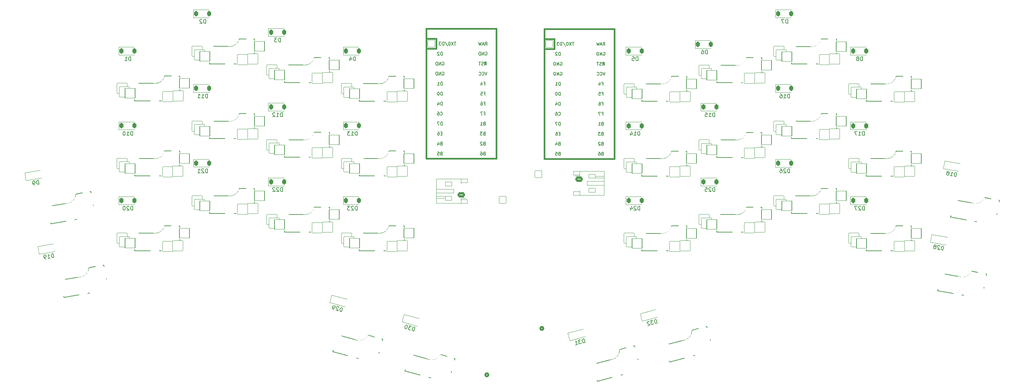
<source format=gbr>
%TF.GenerationSoftware,KiCad,Pcbnew,8.0.4*%
%TF.CreationDate,2024-11-04T03:11:28+01:00*%
%TF.ProjectId,Whiplaesh,57686970-6c61-4657-9368-2e6b69636164,0.1*%
%TF.SameCoordinates,Original*%
%TF.FileFunction,Legend,Bot*%
%TF.FilePolarity,Positive*%
%FSLAX46Y46*%
G04 Gerber Fmt 4.6, Leading zero omitted, Abs format (unit mm)*
G04 Created by KiCad (PCBNEW 8.0.4) date 2024-11-04 03:11:28*
%MOMM*%
%LPD*%
G01*
G04 APERTURE LIST*
G04 Aperture macros list*
%AMRoundRect*
0 Rectangle with rounded corners*
0 $1 Rounding radius*
0 $2 $3 $4 $5 $6 $7 $8 $9 X,Y pos of 4 corners*
0 Add a 4 corners polygon primitive as box body*
4,1,4,$2,$3,$4,$5,$6,$7,$8,$9,$2,$3,0*
0 Add four circle primitives for the rounded corners*
1,1,$1+$1,$2,$3*
1,1,$1+$1,$4,$5*
1,1,$1+$1,$6,$7*
1,1,$1+$1,$8,$9*
0 Add four rect primitives between the rounded corners*
20,1,$1+$1,$2,$3,$4,$5,0*
20,1,$1+$1,$4,$5,$6,$7,0*
20,1,$1+$1,$6,$7,$8,$9,0*
20,1,$1+$1,$8,$9,$2,$3,0*%
G04 Aperture macros list end*
%ADD10C,0.150000*%
%ADD11C,0.381000*%
%ADD12C,0.508000*%
%ADD13C,0.120000*%
%ADD14R,1.752600X1.752600*%
%ADD15C,1.752600*%
%ADD16C,1.801800*%
%ADD17C,3.100000*%
%ADD18C,4.087800*%
%ADD19C,5.100000*%
%ADD20RoundRect,0.050000X-1.300000X-1.300000X1.300000X-1.300000X1.300000X1.300000X-1.300000X1.300000X0*%
%ADD21RoundRect,0.050000X1.275000X1.250000X-1.275000X1.250000X-1.275000X-1.250000X1.275000X-1.250000X0*%
%ADD22C,2.400000*%
%ADD23RoundRect,0.050000X-1.592168X-0.919239X0.919239X-1.592168X1.592168X0.919239X-0.919239X1.592168X0*%
%ADD24RoundRect,0.050000X1.555079X0.877413X-0.908032X1.537402X-1.555079X-0.877413X0.908032X-1.537402X0*%
%ADD25C,0.600000*%
%ADD26RoundRect,0.050000X-1.505993X-1.054507X1.054507X-1.505993X1.505993X1.054507X-1.054507X1.505993X0*%
%ADD27RoundRect,0.050000X1.472690X1.009608X-1.038570X1.452411X-1.472690X-1.009608X1.038570X-1.452411X0*%
%ADD28RoundRect,0.050000X-0.919239X-1.592168X1.592168X-0.919239X0.919239X1.592168X-1.592168X0.919239X0*%
%ADD29RoundRect,0.050000X0.908032X1.537402X-1.555079X0.877413X-0.908032X-1.537402X1.555079X-0.877413X0*%
%ADD30RoundRect,0.050000X-1.054507X-1.505993X1.505993X-1.054507X1.054507X1.505993X-1.505993X1.054507X0*%
%ADD31RoundRect,0.050000X1.038570X1.452411X-1.472690X1.009608X-1.038570X-1.452411X1.472690X-1.009608X0*%
%ADD32RoundRect,0.050000X0.876300X-0.876300X0.876300X0.876300X-0.876300X0.876300X-0.876300X-0.876300X0*%
%ADD33C,1.852600*%
%ADD34C,2.300000*%
%ADD35RoundRect,0.050000X-0.876300X0.876300X-0.876300X-0.876300X0.876300X-0.876300X0.876300X0.876300X0*%
%ADD36C,1.420800*%
%ADD37C,2.106600*%
%ADD38RoundRect,0.250000X-0.250000X-0.400000X0.250000X-0.400000X0.250000X0.400000X-0.250000X0.400000X0*%
%ADD39RoundRect,0.250000X-0.345009X-0.321666X0.137954X-0.451075X0.345009X0.321666X-0.137954X0.451075X0*%
%ADD40RoundRect,0.250000X-0.315661X-0.350511X0.176743X-0.437335X0.315661X0.350511X-0.176743X0.437335X0*%
%ADD41RoundRect,0.250000X-0.176743X-0.437335X0.315661X-0.350511X0.176743X0.437335X-0.315661X0.350511X0*%
%ADD42RoundRect,0.250000X-0.137954X-0.451075X0.345009X-0.321666X0.137954X0.451075X-0.345009X0.321666X0*%
%ADD43RoundRect,0.270833X0.654167X-0.379167X0.654167X0.379167X-0.654167X0.379167X-0.654167X-0.379167X0*%
%ADD44O,1.850000X1.300000*%
%ADD45RoundRect,0.270833X-0.654167X0.379167X-0.654167X-0.379167X0.654167X-0.379167X0.654167X0.379167X0*%
G04 APERTURE END LIST*
D10*
X170834810Y-72323247D02*
X170720524Y-72361342D01*
X170720524Y-72361342D02*
X170682429Y-72399438D01*
X170682429Y-72399438D02*
X170644333Y-72475628D01*
X170644333Y-72475628D02*
X170644333Y-72589914D01*
X170644333Y-72589914D02*
X170682429Y-72666104D01*
X170682429Y-72666104D02*
X170720524Y-72704200D01*
X170720524Y-72704200D02*
X170796714Y-72742295D01*
X170796714Y-72742295D02*
X171101476Y-72742295D01*
X171101476Y-72742295D02*
X171101476Y-71942295D01*
X171101476Y-71942295D02*
X170834810Y-71942295D01*
X170834810Y-71942295D02*
X170758619Y-71980390D01*
X170758619Y-71980390D02*
X170720524Y-72018485D01*
X170720524Y-72018485D02*
X170682429Y-72094676D01*
X170682429Y-72094676D02*
X170682429Y-72170866D01*
X170682429Y-72170866D02*
X170720524Y-72247057D01*
X170720524Y-72247057D02*
X170758619Y-72285152D01*
X170758619Y-72285152D02*
X170834810Y-72323247D01*
X170834810Y-72323247D02*
X171101476Y-72323247D01*
X170339572Y-72018485D02*
X170301476Y-71980390D01*
X170301476Y-71980390D02*
X170225286Y-71942295D01*
X170225286Y-71942295D02*
X170034810Y-71942295D01*
X170034810Y-71942295D02*
X169958619Y-71980390D01*
X169958619Y-71980390D02*
X169920524Y-72018485D01*
X169920524Y-72018485D02*
X169882429Y-72094676D01*
X169882429Y-72094676D02*
X169882429Y-72170866D01*
X169882429Y-72170866D02*
X169920524Y-72285152D01*
X169920524Y-72285152D02*
X170377667Y-72742295D01*
X170377667Y-72742295D02*
X169882429Y-72742295D01*
X159722332Y-65046104D02*
X159760428Y-65084200D01*
X159760428Y-65084200D02*
X159874713Y-65122295D01*
X159874713Y-65122295D02*
X159950904Y-65122295D01*
X159950904Y-65122295D02*
X160065190Y-65084200D01*
X160065190Y-65084200D02*
X160141380Y-65008009D01*
X160141380Y-65008009D02*
X160179475Y-64931819D01*
X160179475Y-64931819D02*
X160217571Y-64779438D01*
X160217571Y-64779438D02*
X160217571Y-64665152D01*
X160217571Y-64665152D02*
X160179475Y-64512771D01*
X160179475Y-64512771D02*
X160141380Y-64436580D01*
X160141380Y-64436580D02*
X160065190Y-64360390D01*
X160065190Y-64360390D02*
X159950904Y-64322295D01*
X159950904Y-64322295D02*
X159874713Y-64322295D01*
X159874713Y-64322295D02*
X159760428Y-64360390D01*
X159760428Y-64360390D02*
X159722332Y-64398485D01*
X159036618Y-64322295D02*
X159188999Y-64322295D01*
X159188999Y-64322295D02*
X159265190Y-64360390D01*
X159265190Y-64360390D02*
X159303285Y-64398485D01*
X159303285Y-64398485D02*
X159379475Y-64512771D01*
X159379475Y-64512771D02*
X159417571Y-64665152D01*
X159417571Y-64665152D02*
X159417571Y-64969914D01*
X159417571Y-64969914D02*
X159379475Y-65046104D01*
X159379475Y-65046104D02*
X159341380Y-65084200D01*
X159341380Y-65084200D02*
X159265190Y-65122295D01*
X159265190Y-65122295D02*
X159112809Y-65122295D01*
X159112809Y-65122295D02*
X159036618Y-65084200D01*
X159036618Y-65084200D02*
X158998523Y-65046104D01*
X158998523Y-65046104D02*
X158960428Y-64969914D01*
X158960428Y-64969914D02*
X158960428Y-64779438D01*
X158960428Y-64779438D02*
X158998523Y-64703247D01*
X158998523Y-64703247D02*
X159036618Y-64665152D01*
X159036618Y-64665152D02*
X159112809Y-64627057D01*
X159112809Y-64627057D02*
X159265190Y-64627057D01*
X159265190Y-64627057D02*
X159341380Y-64665152D01*
X159341380Y-64665152D02*
X159379475Y-64703247D01*
X159379475Y-64703247D02*
X159417571Y-64779438D01*
X160141380Y-69783247D02*
X159874714Y-69783247D01*
X159760428Y-70202295D02*
X160141380Y-70202295D01*
X160141380Y-70202295D02*
X160141380Y-69402295D01*
X160141380Y-69402295D02*
X159760428Y-69402295D01*
X159074713Y-69402295D02*
X159227094Y-69402295D01*
X159227094Y-69402295D02*
X159303285Y-69440390D01*
X159303285Y-69440390D02*
X159341380Y-69478485D01*
X159341380Y-69478485D02*
X159417570Y-69592771D01*
X159417570Y-69592771D02*
X159455666Y-69745152D01*
X159455666Y-69745152D02*
X159455666Y-70049914D01*
X159455666Y-70049914D02*
X159417570Y-70126104D01*
X159417570Y-70126104D02*
X159379475Y-70164200D01*
X159379475Y-70164200D02*
X159303285Y-70202295D01*
X159303285Y-70202295D02*
X159150904Y-70202295D01*
X159150904Y-70202295D02*
X159074713Y-70164200D01*
X159074713Y-70164200D02*
X159036618Y-70126104D01*
X159036618Y-70126104D02*
X158998523Y-70049914D01*
X158998523Y-70049914D02*
X158998523Y-69859438D01*
X158998523Y-69859438D02*
X159036618Y-69783247D01*
X159036618Y-69783247D02*
X159074713Y-69745152D01*
X159074713Y-69745152D02*
X159150904Y-69707057D01*
X159150904Y-69707057D02*
X159303285Y-69707057D01*
X159303285Y-69707057D02*
X159379475Y-69745152D01*
X159379475Y-69745152D02*
X159417570Y-69783247D01*
X159417570Y-69783247D02*
X159455666Y-69859438D01*
X170834809Y-67243247D02*
X170720523Y-67281342D01*
X170720523Y-67281342D02*
X170682428Y-67319438D01*
X170682428Y-67319438D02*
X170644332Y-67395628D01*
X170644332Y-67395628D02*
X170644332Y-67509914D01*
X170644332Y-67509914D02*
X170682428Y-67586104D01*
X170682428Y-67586104D02*
X170720523Y-67624200D01*
X170720523Y-67624200D02*
X170796713Y-67662295D01*
X170796713Y-67662295D02*
X171101475Y-67662295D01*
X171101475Y-67662295D02*
X171101475Y-66862295D01*
X171101475Y-66862295D02*
X170834809Y-66862295D01*
X170834809Y-66862295D02*
X170758618Y-66900390D01*
X170758618Y-66900390D02*
X170720523Y-66938485D01*
X170720523Y-66938485D02*
X170682428Y-67014676D01*
X170682428Y-67014676D02*
X170682428Y-67090866D01*
X170682428Y-67090866D02*
X170720523Y-67167057D01*
X170720523Y-67167057D02*
X170758618Y-67205152D01*
X170758618Y-67205152D02*
X170834809Y-67243247D01*
X170834809Y-67243247D02*
X171101475Y-67243247D01*
X169882428Y-67662295D02*
X170339571Y-67662295D01*
X170110999Y-67662295D02*
X170110999Y-66862295D01*
X170110999Y-66862295D02*
X170187190Y-66976580D01*
X170187190Y-66976580D02*
X170263380Y-67052771D01*
X170263380Y-67052771D02*
X170339571Y-67090866D01*
X170834809Y-74863247D02*
X170720523Y-74901342D01*
X170720523Y-74901342D02*
X170682428Y-74939438D01*
X170682428Y-74939438D02*
X170644332Y-75015628D01*
X170644332Y-75015628D02*
X170644332Y-75129914D01*
X170644332Y-75129914D02*
X170682428Y-75206104D01*
X170682428Y-75206104D02*
X170720523Y-75244200D01*
X170720523Y-75244200D02*
X170796713Y-75282295D01*
X170796713Y-75282295D02*
X171101475Y-75282295D01*
X171101475Y-75282295D02*
X171101475Y-74482295D01*
X171101475Y-74482295D02*
X170834809Y-74482295D01*
X170834809Y-74482295D02*
X170758618Y-74520390D01*
X170758618Y-74520390D02*
X170720523Y-74558485D01*
X170720523Y-74558485D02*
X170682428Y-74634676D01*
X170682428Y-74634676D02*
X170682428Y-74710866D01*
X170682428Y-74710866D02*
X170720523Y-74787057D01*
X170720523Y-74787057D02*
X170758618Y-74825152D01*
X170758618Y-74825152D02*
X170834809Y-74863247D01*
X170834809Y-74863247D02*
X171101475Y-74863247D01*
X169958618Y-74482295D02*
X170110999Y-74482295D01*
X170110999Y-74482295D02*
X170187190Y-74520390D01*
X170187190Y-74520390D02*
X170225285Y-74558485D01*
X170225285Y-74558485D02*
X170301475Y-74672771D01*
X170301475Y-74672771D02*
X170339571Y-74825152D01*
X170339571Y-74825152D02*
X170339571Y-75129914D01*
X170339571Y-75129914D02*
X170301475Y-75206104D01*
X170301475Y-75206104D02*
X170263380Y-75244200D01*
X170263380Y-75244200D02*
X170187190Y-75282295D01*
X170187190Y-75282295D02*
X170034809Y-75282295D01*
X170034809Y-75282295D02*
X169958618Y-75244200D01*
X169958618Y-75244200D02*
X169920523Y-75206104D01*
X169920523Y-75206104D02*
X169882428Y-75129914D01*
X169882428Y-75129914D02*
X169882428Y-74939438D01*
X169882428Y-74939438D02*
X169920523Y-74863247D01*
X169920523Y-74863247D02*
X169958618Y-74825152D01*
X169958618Y-74825152D02*
X170034809Y-74787057D01*
X170034809Y-74787057D02*
X170187190Y-74787057D01*
X170187190Y-74787057D02*
X170263380Y-74825152D01*
X170263380Y-74825152D02*
X170301475Y-74863247D01*
X170301475Y-74863247D02*
X170339571Y-74939438D01*
X170834809Y-69783247D02*
X170720523Y-69821342D01*
X170720523Y-69821342D02*
X170682428Y-69859438D01*
X170682428Y-69859438D02*
X170644332Y-69935628D01*
X170644332Y-69935628D02*
X170644332Y-70049914D01*
X170644332Y-70049914D02*
X170682428Y-70126104D01*
X170682428Y-70126104D02*
X170720523Y-70164200D01*
X170720523Y-70164200D02*
X170796713Y-70202295D01*
X170796713Y-70202295D02*
X171101475Y-70202295D01*
X171101475Y-70202295D02*
X171101475Y-69402295D01*
X171101475Y-69402295D02*
X170834809Y-69402295D01*
X170834809Y-69402295D02*
X170758618Y-69440390D01*
X170758618Y-69440390D02*
X170720523Y-69478485D01*
X170720523Y-69478485D02*
X170682428Y-69554676D01*
X170682428Y-69554676D02*
X170682428Y-69630866D01*
X170682428Y-69630866D02*
X170720523Y-69707057D01*
X170720523Y-69707057D02*
X170758618Y-69745152D01*
X170758618Y-69745152D02*
X170834809Y-69783247D01*
X170834809Y-69783247D02*
X171101475Y-69783247D01*
X170377666Y-69402295D02*
X169882428Y-69402295D01*
X169882428Y-69402295D02*
X170149094Y-69707057D01*
X170149094Y-69707057D02*
X170034809Y-69707057D01*
X170034809Y-69707057D02*
X169958618Y-69745152D01*
X169958618Y-69745152D02*
X169920523Y-69783247D01*
X169920523Y-69783247D02*
X169882428Y-69859438D01*
X169882428Y-69859438D02*
X169882428Y-70049914D01*
X169882428Y-70049914D02*
X169920523Y-70126104D01*
X169920523Y-70126104D02*
X169958618Y-70164200D01*
X169958618Y-70164200D02*
X170034809Y-70202295D01*
X170034809Y-70202295D02*
X170263380Y-70202295D01*
X170263380Y-70202295D02*
X170339571Y-70164200D01*
X170339571Y-70164200D02*
X170377666Y-70126104D01*
X170623333Y-52364200D02*
X170509047Y-52402295D01*
X170509047Y-52402295D02*
X170318571Y-52402295D01*
X170318571Y-52402295D02*
X170242380Y-52364200D01*
X170242380Y-52364200D02*
X170204285Y-52326104D01*
X170204285Y-52326104D02*
X170166190Y-52249914D01*
X170166190Y-52249914D02*
X170166190Y-52173723D01*
X170166190Y-52173723D02*
X170204285Y-52097533D01*
X170204285Y-52097533D02*
X170242380Y-52059438D01*
X170242380Y-52059438D02*
X170318571Y-52021342D01*
X170318571Y-52021342D02*
X170470952Y-51983247D01*
X170470952Y-51983247D02*
X170547142Y-51945152D01*
X170547142Y-51945152D02*
X170585237Y-51907057D01*
X170585237Y-51907057D02*
X170623333Y-51830866D01*
X170623333Y-51830866D02*
X170623333Y-51754676D01*
X170623333Y-51754676D02*
X170585237Y-51678485D01*
X170585237Y-51678485D02*
X170547142Y-51640390D01*
X170547142Y-51640390D02*
X170470952Y-51602295D01*
X170470952Y-51602295D02*
X170280475Y-51602295D01*
X170280475Y-51602295D02*
X170166190Y-51640390D01*
X169937618Y-51602295D02*
X169480475Y-51602295D01*
X169709047Y-52402295D02*
X169709047Y-51602295D01*
X170777667Y-62163247D02*
X171044333Y-62163247D01*
X171044333Y-62582295D02*
X171044333Y-61782295D01*
X171044333Y-61782295D02*
X170663381Y-61782295D01*
X170015762Y-61782295D02*
X170168143Y-61782295D01*
X170168143Y-61782295D02*
X170244334Y-61820390D01*
X170244334Y-61820390D02*
X170282429Y-61858485D01*
X170282429Y-61858485D02*
X170358619Y-61972771D01*
X170358619Y-61972771D02*
X170396715Y-62125152D01*
X170396715Y-62125152D02*
X170396715Y-62429914D01*
X170396715Y-62429914D02*
X170358619Y-62506104D01*
X170358619Y-62506104D02*
X170320524Y-62544200D01*
X170320524Y-62544200D02*
X170244334Y-62582295D01*
X170244334Y-62582295D02*
X170091953Y-62582295D01*
X170091953Y-62582295D02*
X170015762Y-62544200D01*
X170015762Y-62544200D02*
X169977667Y-62506104D01*
X169977667Y-62506104D02*
X169939572Y-62429914D01*
X169939572Y-62429914D02*
X169939572Y-62239438D01*
X169939572Y-62239438D02*
X169977667Y-62163247D01*
X169977667Y-62163247D02*
X170015762Y-62125152D01*
X170015762Y-62125152D02*
X170091953Y-62087057D01*
X170091953Y-62087057D02*
X170244334Y-62087057D01*
X170244334Y-62087057D02*
X170320524Y-62125152D01*
X170320524Y-62125152D02*
X170358619Y-62163247D01*
X170358619Y-62163247D02*
X170396715Y-62239438D01*
X160179474Y-49882295D02*
X160179474Y-49082295D01*
X160179474Y-49082295D02*
X159988998Y-49082295D01*
X159988998Y-49082295D02*
X159874712Y-49120390D01*
X159874712Y-49120390D02*
X159798522Y-49196580D01*
X159798522Y-49196580D02*
X159760427Y-49272771D01*
X159760427Y-49272771D02*
X159722331Y-49425152D01*
X159722331Y-49425152D02*
X159722331Y-49539438D01*
X159722331Y-49539438D02*
X159760427Y-49691819D01*
X159760427Y-49691819D02*
X159798522Y-49768009D01*
X159798522Y-49768009D02*
X159874712Y-49844200D01*
X159874712Y-49844200D02*
X159988998Y-49882295D01*
X159988998Y-49882295D02*
X160179474Y-49882295D01*
X159417570Y-49158485D02*
X159379474Y-49120390D01*
X159379474Y-49120390D02*
X159303284Y-49082295D01*
X159303284Y-49082295D02*
X159112808Y-49082295D01*
X159112808Y-49082295D02*
X159036617Y-49120390D01*
X159036617Y-49120390D02*
X158998522Y-49158485D01*
X158998522Y-49158485D02*
X158960427Y-49234676D01*
X158960427Y-49234676D02*
X158960427Y-49310866D01*
X158960427Y-49310866D02*
X158998522Y-49425152D01*
X158998522Y-49425152D02*
X159455665Y-49882295D01*
X159455665Y-49882295D02*
X158960427Y-49882295D01*
X160179474Y-60042295D02*
X160179474Y-59242295D01*
X160179474Y-59242295D02*
X159988998Y-59242295D01*
X159988998Y-59242295D02*
X159874712Y-59280390D01*
X159874712Y-59280390D02*
X159798522Y-59356580D01*
X159798522Y-59356580D02*
X159760427Y-59432771D01*
X159760427Y-59432771D02*
X159722331Y-59585152D01*
X159722331Y-59585152D02*
X159722331Y-59699438D01*
X159722331Y-59699438D02*
X159760427Y-59851819D01*
X159760427Y-59851819D02*
X159798522Y-59928009D01*
X159798522Y-59928009D02*
X159874712Y-60004200D01*
X159874712Y-60004200D02*
X159988998Y-60042295D01*
X159988998Y-60042295D02*
X160179474Y-60042295D01*
X159227093Y-59242295D02*
X159150903Y-59242295D01*
X159150903Y-59242295D02*
X159074712Y-59280390D01*
X159074712Y-59280390D02*
X159036617Y-59318485D01*
X159036617Y-59318485D02*
X158998522Y-59394676D01*
X158998522Y-59394676D02*
X158960427Y-59547057D01*
X158960427Y-59547057D02*
X158960427Y-59737533D01*
X158960427Y-59737533D02*
X158998522Y-59889914D01*
X158998522Y-59889914D02*
X159036617Y-59966104D01*
X159036617Y-59966104D02*
X159074712Y-60004200D01*
X159074712Y-60004200D02*
X159150903Y-60042295D01*
X159150903Y-60042295D02*
X159227093Y-60042295D01*
X159227093Y-60042295D02*
X159303284Y-60004200D01*
X159303284Y-60004200D02*
X159341379Y-59966104D01*
X159341379Y-59966104D02*
X159379474Y-59889914D01*
X159379474Y-59889914D02*
X159417570Y-59737533D01*
X159417570Y-59737533D02*
X159417570Y-59547057D01*
X159417570Y-59547057D02*
X159379474Y-59394676D01*
X159379474Y-59394676D02*
X159341379Y-59318485D01*
X159341379Y-59318485D02*
X159303284Y-59280390D01*
X159303284Y-59280390D02*
X159227093Y-59242295D01*
X159912809Y-74863247D02*
X159798523Y-74901342D01*
X159798523Y-74901342D02*
X159760428Y-74939438D01*
X159760428Y-74939438D02*
X159722332Y-75015628D01*
X159722332Y-75015628D02*
X159722332Y-75129914D01*
X159722332Y-75129914D02*
X159760428Y-75206104D01*
X159760428Y-75206104D02*
X159798523Y-75244200D01*
X159798523Y-75244200D02*
X159874713Y-75282295D01*
X159874713Y-75282295D02*
X160179475Y-75282295D01*
X160179475Y-75282295D02*
X160179475Y-74482295D01*
X160179475Y-74482295D02*
X159912809Y-74482295D01*
X159912809Y-74482295D02*
X159836618Y-74520390D01*
X159836618Y-74520390D02*
X159798523Y-74558485D01*
X159798523Y-74558485D02*
X159760428Y-74634676D01*
X159760428Y-74634676D02*
X159760428Y-74710866D01*
X159760428Y-74710866D02*
X159798523Y-74787057D01*
X159798523Y-74787057D02*
X159836618Y-74825152D01*
X159836618Y-74825152D02*
X159912809Y-74863247D01*
X159912809Y-74863247D02*
X160179475Y-74863247D01*
X158998523Y-74482295D02*
X159379475Y-74482295D01*
X159379475Y-74482295D02*
X159417571Y-74863247D01*
X159417571Y-74863247D02*
X159379475Y-74825152D01*
X159379475Y-74825152D02*
X159303285Y-74787057D01*
X159303285Y-74787057D02*
X159112809Y-74787057D01*
X159112809Y-74787057D02*
X159036618Y-74825152D01*
X159036618Y-74825152D02*
X158998523Y-74863247D01*
X158998523Y-74863247D02*
X158960428Y-74939438D01*
X158960428Y-74939438D02*
X158960428Y-75129914D01*
X158960428Y-75129914D02*
X158998523Y-75206104D01*
X158998523Y-75206104D02*
X159036618Y-75244200D01*
X159036618Y-75244200D02*
X159112809Y-75282295D01*
X159112809Y-75282295D02*
X159303285Y-75282295D01*
X159303285Y-75282295D02*
X159379475Y-75244200D01*
X159379475Y-75244200D02*
X159417571Y-75206104D01*
X171577666Y-54162295D02*
X171310999Y-54962295D01*
X171310999Y-54962295D02*
X171044333Y-54162295D01*
X170320523Y-54886104D02*
X170358619Y-54924200D01*
X170358619Y-54924200D02*
X170472904Y-54962295D01*
X170472904Y-54962295D02*
X170549095Y-54962295D01*
X170549095Y-54962295D02*
X170663381Y-54924200D01*
X170663381Y-54924200D02*
X170739571Y-54848009D01*
X170739571Y-54848009D02*
X170777666Y-54771819D01*
X170777666Y-54771819D02*
X170815762Y-54619438D01*
X170815762Y-54619438D02*
X170815762Y-54505152D01*
X170815762Y-54505152D02*
X170777666Y-54352771D01*
X170777666Y-54352771D02*
X170739571Y-54276580D01*
X170739571Y-54276580D02*
X170663381Y-54200390D01*
X170663381Y-54200390D02*
X170549095Y-54162295D01*
X170549095Y-54162295D02*
X170472904Y-54162295D01*
X170472904Y-54162295D02*
X170358619Y-54200390D01*
X170358619Y-54200390D02*
X170320523Y-54238485D01*
X169520523Y-54886104D02*
X169558619Y-54924200D01*
X169558619Y-54924200D02*
X169672904Y-54962295D01*
X169672904Y-54962295D02*
X169749095Y-54962295D01*
X169749095Y-54962295D02*
X169863381Y-54924200D01*
X169863381Y-54924200D02*
X169939571Y-54848009D01*
X169939571Y-54848009D02*
X169977666Y-54771819D01*
X169977666Y-54771819D02*
X170015762Y-54619438D01*
X170015762Y-54619438D02*
X170015762Y-54505152D01*
X170015762Y-54505152D02*
X169977666Y-54352771D01*
X169977666Y-54352771D02*
X169939571Y-54276580D01*
X169939571Y-54276580D02*
X169863381Y-54200390D01*
X169863381Y-54200390D02*
X169749095Y-54162295D01*
X169749095Y-54162295D02*
X169672904Y-54162295D01*
X169672904Y-54162295D02*
X169558619Y-54200390D01*
X169558619Y-54200390D02*
X169520523Y-54238485D01*
X170777666Y-57083247D02*
X171044332Y-57083247D01*
X171044332Y-57502295D02*
X171044332Y-56702295D01*
X171044332Y-56702295D02*
X170663380Y-56702295D01*
X170015761Y-56968961D02*
X170015761Y-57502295D01*
X170206237Y-56664200D02*
X170396714Y-57235628D01*
X170396714Y-57235628D02*
X169901475Y-57235628D01*
X160179475Y-57502295D02*
X160179475Y-56702295D01*
X160179475Y-56702295D02*
X159988999Y-56702295D01*
X159988999Y-56702295D02*
X159874713Y-56740390D01*
X159874713Y-56740390D02*
X159798523Y-56816580D01*
X159798523Y-56816580D02*
X159760428Y-56892771D01*
X159760428Y-56892771D02*
X159722332Y-57045152D01*
X159722332Y-57045152D02*
X159722332Y-57159438D01*
X159722332Y-57159438D02*
X159760428Y-57311819D01*
X159760428Y-57311819D02*
X159798523Y-57388009D01*
X159798523Y-57388009D02*
X159874713Y-57464200D01*
X159874713Y-57464200D02*
X159988999Y-57502295D01*
X159988999Y-57502295D02*
X160179475Y-57502295D01*
X158960428Y-57502295D02*
X159417571Y-57502295D01*
X159188999Y-57502295D02*
X159188999Y-56702295D01*
X159188999Y-56702295D02*
X159265190Y-56816580D01*
X159265190Y-56816580D02*
X159341380Y-56892771D01*
X159341380Y-56892771D02*
X159417571Y-56930866D01*
X163668604Y-46542295D02*
X163211461Y-46542295D01*
X163440033Y-47342295D02*
X163440033Y-46542295D01*
X163020985Y-46542295D02*
X162487651Y-47342295D01*
X162487651Y-46542295D02*
X163020985Y-47342295D01*
X162030508Y-46542295D02*
X161954318Y-46542295D01*
X161954318Y-46542295D02*
X161878127Y-46580390D01*
X161878127Y-46580390D02*
X161840032Y-46618485D01*
X161840032Y-46618485D02*
X161801937Y-46694676D01*
X161801937Y-46694676D02*
X161763842Y-46847057D01*
X161763842Y-46847057D02*
X161763842Y-47037533D01*
X161763842Y-47037533D02*
X161801937Y-47189914D01*
X161801937Y-47189914D02*
X161840032Y-47266104D01*
X161840032Y-47266104D02*
X161878127Y-47304200D01*
X161878127Y-47304200D02*
X161954318Y-47342295D01*
X161954318Y-47342295D02*
X162030508Y-47342295D01*
X162030508Y-47342295D02*
X162106699Y-47304200D01*
X162106699Y-47304200D02*
X162144794Y-47266104D01*
X162144794Y-47266104D02*
X162182889Y-47189914D01*
X162182889Y-47189914D02*
X162220985Y-47037533D01*
X162220985Y-47037533D02*
X162220985Y-46847057D01*
X162220985Y-46847057D02*
X162182889Y-46694676D01*
X162182889Y-46694676D02*
X162144794Y-46618485D01*
X162144794Y-46618485D02*
X162106699Y-46580390D01*
X162106699Y-46580390D02*
X162030508Y-46542295D01*
X160849556Y-46504200D02*
X161535270Y-47532771D01*
X160582889Y-47342295D02*
X160582889Y-46542295D01*
X160582889Y-46542295D02*
X160392413Y-46542295D01*
X160392413Y-46542295D02*
X160278127Y-46580390D01*
X160278127Y-46580390D02*
X160201937Y-46656580D01*
X160201937Y-46656580D02*
X160163842Y-46732771D01*
X160163842Y-46732771D02*
X160125746Y-46885152D01*
X160125746Y-46885152D02*
X160125746Y-46999438D01*
X160125746Y-46999438D02*
X160163842Y-47151819D01*
X160163842Y-47151819D02*
X160201937Y-47228009D01*
X160201937Y-47228009D02*
X160278127Y-47304200D01*
X160278127Y-47304200D02*
X160392413Y-47342295D01*
X160392413Y-47342295D02*
X160582889Y-47342295D01*
X159859080Y-46542295D02*
X159363842Y-46542295D01*
X159363842Y-46542295D02*
X159630508Y-46847057D01*
X159630508Y-46847057D02*
X159516223Y-46847057D01*
X159516223Y-46847057D02*
X159440032Y-46885152D01*
X159440032Y-46885152D02*
X159401937Y-46923247D01*
X159401937Y-46923247D02*
X159363842Y-46999438D01*
X159363842Y-46999438D02*
X159363842Y-47189914D01*
X159363842Y-47189914D02*
X159401937Y-47266104D01*
X159401937Y-47266104D02*
X159440032Y-47304200D01*
X159440032Y-47304200D02*
X159516223Y-47342295D01*
X159516223Y-47342295D02*
X159744794Y-47342295D01*
X159744794Y-47342295D02*
X159820985Y-47304200D01*
X159820985Y-47304200D02*
X159859080Y-47266104D01*
X170777667Y-59623247D02*
X171044333Y-59623247D01*
X171044333Y-60042295D02*
X171044333Y-59242295D01*
X171044333Y-59242295D02*
X170663381Y-59242295D01*
X169977667Y-59242295D02*
X170358619Y-59242295D01*
X170358619Y-59242295D02*
X170396715Y-59623247D01*
X170396715Y-59623247D02*
X170358619Y-59585152D01*
X170358619Y-59585152D02*
X170282429Y-59547057D01*
X170282429Y-59547057D02*
X170091953Y-59547057D01*
X170091953Y-59547057D02*
X170015762Y-59585152D01*
X170015762Y-59585152D02*
X169977667Y-59623247D01*
X169977667Y-59623247D02*
X169939572Y-59699438D01*
X169939572Y-59699438D02*
X169939572Y-59889914D01*
X169939572Y-59889914D02*
X169977667Y-59966104D01*
X169977667Y-59966104D02*
X170015762Y-60004200D01*
X170015762Y-60004200D02*
X170091953Y-60042295D01*
X170091953Y-60042295D02*
X170282429Y-60042295D01*
X170282429Y-60042295D02*
X170358619Y-60004200D01*
X170358619Y-60004200D02*
X170396715Y-59966104D01*
X160179474Y-62582295D02*
X160179474Y-61782295D01*
X160179474Y-61782295D02*
X159988998Y-61782295D01*
X159988998Y-61782295D02*
X159874712Y-61820390D01*
X159874712Y-61820390D02*
X159798522Y-61896580D01*
X159798522Y-61896580D02*
X159760427Y-61972771D01*
X159760427Y-61972771D02*
X159722331Y-62125152D01*
X159722331Y-62125152D02*
X159722331Y-62239438D01*
X159722331Y-62239438D02*
X159760427Y-62391819D01*
X159760427Y-62391819D02*
X159798522Y-62468009D01*
X159798522Y-62468009D02*
X159874712Y-62544200D01*
X159874712Y-62544200D02*
X159988998Y-62582295D01*
X159988998Y-62582295D02*
X160179474Y-62582295D01*
X159036617Y-62048961D02*
X159036617Y-62582295D01*
X159227093Y-61744200D02*
X159417570Y-62315628D01*
X159417570Y-62315628D02*
X158922331Y-62315628D01*
X170777666Y-64703247D02*
X171044332Y-64703247D01*
X171044332Y-65122295D02*
X171044332Y-64322295D01*
X171044332Y-64322295D02*
X170663380Y-64322295D01*
X170434809Y-64322295D02*
X169901475Y-64322295D01*
X169901475Y-64322295D02*
X170244333Y-65122295D01*
X159912808Y-72323247D02*
X159798522Y-72361342D01*
X159798522Y-72361342D02*
X159760427Y-72399438D01*
X159760427Y-72399438D02*
X159722331Y-72475628D01*
X159722331Y-72475628D02*
X159722331Y-72589914D01*
X159722331Y-72589914D02*
X159760427Y-72666104D01*
X159760427Y-72666104D02*
X159798522Y-72704200D01*
X159798522Y-72704200D02*
X159874712Y-72742295D01*
X159874712Y-72742295D02*
X160179474Y-72742295D01*
X160179474Y-72742295D02*
X160179474Y-71942295D01*
X160179474Y-71942295D02*
X159912808Y-71942295D01*
X159912808Y-71942295D02*
X159836617Y-71980390D01*
X159836617Y-71980390D02*
X159798522Y-72018485D01*
X159798522Y-72018485D02*
X159760427Y-72094676D01*
X159760427Y-72094676D02*
X159760427Y-72170866D01*
X159760427Y-72170866D02*
X159798522Y-72247057D01*
X159798522Y-72247057D02*
X159836617Y-72285152D01*
X159836617Y-72285152D02*
X159912808Y-72323247D01*
X159912808Y-72323247D02*
X160179474Y-72323247D01*
X159036617Y-72208961D02*
X159036617Y-72742295D01*
X159227093Y-71904200D02*
X159417570Y-72475628D01*
X159417570Y-72475628D02*
X158922331Y-72475628D01*
X160179475Y-67662295D02*
X160179475Y-66862295D01*
X160179475Y-66862295D02*
X159988999Y-66862295D01*
X159988999Y-66862295D02*
X159874713Y-66900390D01*
X159874713Y-66900390D02*
X159798523Y-66976580D01*
X159798523Y-66976580D02*
X159760428Y-67052771D01*
X159760428Y-67052771D02*
X159722332Y-67205152D01*
X159722332Y-67205152D02*
X159722332Y-67319438D01*
X159722332Y-67319438D02*
X159760428Y-67471819D01*
X159760428Y-67471819D02*
X159798523Y-67548009D01*
X159798523Y-67548009D02*
X159874713Y-67624200D01*
X159874713Y-67624200D02*
X159988999Y-67662295D01*
X159988999Y-67662295D02*
X160179475Y-67662295D01*
X159455666Y-66862295D02*
X158922332Y-66862295D01*
X158922332Y-66862295D02*
X159265190Y-67662295D01*
X171063380Y-47342295D02*
X171330047Y-46961342D01*
X171520523Y-47342295D02*
X171520523Y-46542295D01*
X171520523Y-46542295D02*
X171215761Y-46542295D01*
X171215761Y-46542295D02*
X171139571Y-46580390D01*
X171139571Y-46580390D02*
X171101476Y-46618485D01*
X171101476Y-46618485D02*
X171063380Y-46694676D01*
X171063380Y-46694676D02*
X171063380Y-46808961D01*
X171063380Y-46808961D02*
X171101476Y-46885152D01*
X171101476Y-46885152D02*
X171139571Y-46923247D01*
X171139571Y-46923247D02*
X171215761Y-46961342D01*
X171215761Y-46961342D02*
X171520523Y-46961342D01*
X170758619Y-47113723D02*
X170377666Y-47113723D01*
X170834809Y-47342295D02*
X170568142Y-46542295D01*
X170568142Y-46542295D02*
X170301476Y-47342295D01*
X170111000Y-46542295D02*
X169920524Y-47342295D01*
X169920524Y-47342295D02*
X169768143Y-46770866D01*
X169768143Y-46770866D02*
X169615762Y-47342295D01*
X169615762Y-47342295D02*
X169425286Y-46542295D01*
X171120524Y-49120390D02*
X171196714Y-49082295D01*
X171196714Y-49082295D02*
X171311000Y-49082295D01*
X171311000Y-49082295D02*
X171425286Y-49120390D01*
X171425286Y-49120390D02*
X171501476Y-49196580D01*
X171501476Y-49196580D02*
X171539571Y-49272771D01*
X171539571Y-49272771D02*
X171577667Y-49425152D01*
X171577667Y-49425152D02*
X171577667Y-49539438D01*
X171577667Y-49539438D02*
X171539571Y-49691819D01*
X171539571Y-49691819D02*
X171501476Y-49768009D01*
X171501476Y-49768009D02*
X171425286Y-49844200D01*
X171425286Y-49844200D02*
X171311000Y-49882295D01*
X171311000Y-49882295D02*
X171234809Y-49882295D01*
X171234809Y-49882295D02*
X171120524Y-49844200D01*
X171120524Y-49844200D02*
X171082428Y-49806104D01*
X171082428Y-49806104D02*
X171082428Y-49539438D01*
X171082428Y-49539438D02*
X171234809Y-49539438D01*
X170739571Y-49882295D02*
X170739571Y-49082295D01*
X170739571Y-49082295D02*
X170282428Y-49882295D01*
X170282428Y-49882295D02*
X170282428Y-49082295D01*
X169901476Y-49882295D02*
X169901476Y-49082295D01*
X169901476Y-49082295D02*
X169711000Y-49082295D01*
X169711000Y-49082295D02*
X169596714Y-49120390D01*
X169596714Y-49120390D02*
X169520524Y-49196580D01*
X169520524Y-49196580D02*
X169482429Y-49272771D01*
X169482429Y-49272771D02*
X169444333Y-49425152D01*
X169444333Y-49425152D02*
X169444333Y-49539438D01*
X169444333Y-49539438D02*
X169482429Y-49691819D01*
X169482429Y-49691819D02*
X169520524Y-49768009D01*
X169520524Y-49768009D02*
X169596714Y-49844200D01*
X169596714Y-49844200D02*
X169711000Y-49882295D01*
X169711000Y-49882295D02*
X169901476Y-49882295D01*
X160198523Y-51660390D02*
X160274713Y-51622295D01*
X160274713Y-51622295D02*
X160388999Y-51622295D01*
X160388999Y-51622295D02*
X160503285Y-51660390D01*
X160503285Y-51660390D02*
X160579475Y-51736580D01*
X160579475Y-51736580D02*
X160617570Y-51812771D01*
X160617570Y-51812771D02*
X160655666Y-51965152D01*
X160655666Y-51965152D02*
X160655666Y-52079438D01*
X160655666Y-52079438D02*
X160617570Y-52231819D01*
X160617570Y-52231819D02*
X160579475Y-52308009D01*
X160579475Y-52308009D02*
X160503285Y-52384200D01*
X160503285Y-52384200D02*
X160388999Y-52422295D01*
X160388999Y-52422295D02*
X160312808Y-52422295D01*
X160312808Y-52422295D02*
X160198523Y-52384200D01*
X160198523Y-52384200D02*
X160160427Y-52346104D01*
X160160427Y-52346104D02*
X160160427Y-52079438D01*
X160160427Y-52079438D02*
X160312808Y-52079438D01*
X159817570Y-52422295D02*
X159817570Y-51622295D01*
X159817570Y-51622295D02*
X159360427Y-52422295D01*
X159360427Y-52422295D02*
X159360427Y-51622295D01*
X158979475Y-52422295D02*
X158979475Y-51622295D01*
X158979475Y-51622295D02*
X158788999Y-51622295D01*
X158788999Y-51622295D02*
X158674713Y-51660390D01*
X158674713Y-51660390D02*
X158598523Y-51736580D01*
X158598523Y-51736580D02*
X158560428Y-51812771D01*
X158560428Y-51812771D02*
X158522332Y-51965152D01*
X158522332Y-51965152D02*
X158522332Y-52079438D01*
X158522332Y-52079438D02*
X158560428Y-52231819D01*
X158560428Y-52231819D02*
X158598523Y-52308009D01*
X158598523Y-52308009D02*
X158674713Y-52384200D01*
X158674713Y-52384200D02*
X158788999Y-52422295D01*
X158788999Y-52422295D02*
X158979475Y-52422295D01*
X160198523Y-54200390D02*
X160274713Y-54162295D01*
X160274713Y-54162295D02*
X160388999Y-54162295D01*
X160388999Y-54162295D02*
X160503285Y-54200390D01*
X160503285Y-54200390D02*
X160579475Y-54276580D01*
X160579475Y-54276580D02*
X160617570Y-54352771D01*
X160617570Y-54352771D02*
X160655666Y-54505152D01*
X160655666Y-54505152D02*
X160655666Y-54619438D01*
X160655666Y-54619438D02*
X160617570Y-54771819D01*
X160617570Y-54771819D02*
X160579475Y-54848009D01*
X160579475Y-54848009D02*
X160503285Y-54924200D01*
X160503285Y-54924200D02*
X160388999Y-54962295D01*
X160388999Y-54962295D02*
X160312808Y-54962295D01*
X160312808Y-54962295D02*
X160198523Y-54924200D01*
X160198523Y-54924200D02*
X160160427Y-54886104D01*
X160160427Y-54886104D02*
X160160427Y-54619438D01*
X160160427Y-54619438D02*
X160312808Y-54619438D01*
X159817570Y-54962295D02*
X159817570Y-54162295D01*
X159817570Y-54162295D02*
X159360427Y-54962295D01*
X159360427Y-54962295D02*
X159360427Y-54162295D01*
X158979475Y-54962295D02*
X158979475Y-54162295D01*
X158979475Y-54162295D02*
X158788999Y-54162295D01*
X158788999Y-54162295D02*
X158674713Y-54200390D01*
X158674713Y-54200390D02*
X158598523Y-54276580D01*
X158598523Y-54276580D02*
X158560428Y-54352771D01*
X158560428Y-54352771D02*
X158522332Y-54505152D01*
X158522332Y-54505152D02*
X158522332Y-54619438D01*
X158522332Y-54619438D02*
X158560428Y-54771819D01*
X158560428Y-54771819D02*
X158598523Y-54848009D01*
X158598523Y-54848009D02*
X158674713Y-54924200D01*
X158674713Y-54924200D02*
X158788999Y-54962295D01*
X158788999Y-54962295D02*
X158979475Y-54962295D01*
X140827666Y-64653247D02*
X141094332Y-64653247D01*
X141094332Y-65072295D02*
X141094332Y-64272295D01*
X141094332Y-64272295D02*
X140713380Y-64272295D01*
X140484809Y-64272295D02*
X139951475Y-64272295D01*
X139951475Y-64272295D02*
X140294333Y-65072295D01*
X140827667Y-62113247D02*
X141094333Y-62113247D01*
X141094333Y-62532295D02*
X141094333Y-61732295D01*
X141094333Y-61732295D02*
X140713381Y-61732295D01*
X140065762Y-61732295D02*
X140218143Y-61732295D01*
X140218143Y-61732295D02*
X140294334Y-61770390D01*
X140294334Y-61770390D02*
X140332429Y-61808485D01*
X140332429Y-61808485D02*
X140408619Y-61922771D01*
X140408619Y-61922771D02*
X140446715Y-62075152D01*
X140446715Y-62075152D02*
X140446715Y-62379914D01*
X140446715Y-62379914D02*
X140408619Y-62456104D01*
X140408619Y-62456104D02*
X140370524Y-62494200D01*
X140370524Y-62494200D02*
X140294334Y-62532295D01*
X140294334Y-62532295D02*
X140141953Y-62532295D01*
X140141953Y-62532295D02*
X140065762Y-62494200D01*
X140065762Y-62494200D02*
X140027667Y-62456104D01*
X140027667Y-62456104D02*
X139989572Y-62379914D01*
X139989572Y-62379914D02*
X139989572Y-62189438D01*
X139989572Y-62189438D02*
X140027667Y-62113247D01*
X140027667Y-62113247D02*
X140065762Y-62075152D01*
X140065762Y-62075152D02*
X140141953Y-62037057D01*
X140141953Y-62037057D02*
X140294334Y-62037057D01*
X140294334Y-62037057D02*
X140370524Y-62075152D01*
X140370524Y-62075152D02*
X140408619Y-62113247D01*
X140408619Y-62113247D02*
X140446715Y-62189438D01*
X130229475Y-57452295D02*
X130229475Y-56652295D01*
X130229475Y-56652295D02*
X130038999Y-56652295D01*
X130038999Y-56652295D02*
X129924713Y-56690390D01*
X129924713Y-56690390D02*
X129848523Y-56766580D01*
X129848523Y-56766580D02*
X129810428Y-56842771D01*
X129810428Y-56842771D02*
X129772332Y-56995152D01*
X129772332Y-56995152D02*
X129772332Y-57109438D01*
X129772332Y-57109438D02*
X129810428Y-57261819D01*
X129810428Y-57261819D02*
X129848523Y-57338009D01*
X129848523Y-57338009D02*
X129924713Y-57414200D01*
X129924713Y-57414200D02*
X130038999Y-57452295D01*
X130038999Y-57452295D02*
X130229475Y-57452295D01*
X129010428Y-57452295D02*
X129467571Y-57452295D01*
X129238999Y-57452295D02*
X129238999Y-56652295D01*
X129238999Y-56652295D02*
X129315190Y-56766580D01*
X129315190Y-56766580D02*
X129391380Y-56842771D01*
X129391380Y-56842771D02*
X129467571Y-56880866D01*
X130229474Y-62532295D02*
X130229474Y-61732295D01*
X130229474Y-61732295D02*
X130038998Y-61732295D01*
X130038998Y-61732295D02*
X129924712Y-61770390D01*
X129924712Y-61770390D02*
X129848522Y-61846580D01*
X129848522Y-61846580D02*
X129810427Y-61922771D01*
X129810427Y-61922771D02*
X129772331Y-62075152D01*
X129772331Y-62075152D02*
X129772331Y-62189438D01*
X129772331Y-62189438D02*
X129810427Y-62341819D01*
X129810427Y-62341819D02*
X129848522Y-62418009D01*
X129848522Y-62418009D02*
X129924712Y-62494200D01*
X129924712Y-62494200D02*
X130038998Y-62532295D01*
X130038998Y-62532295D02*
X130229474Y-62532295D01*
X129086617Y-61998961D02*
X129086617Y-62532295D01*
X129277093Y-61694200D02*
X129467570Y-62265628D01*
X129467570Y-62265628D02*
X128972331Y-62265628D01*
X133718604Y-46492295D02*
X133261461Y-46492295D01*
X133490033Y-47292295D02*
X133490033Y-46492295D01*
X133070985Y-46492295D02*
X132537651Y-47292295D01*
X132537651Y-46492295D02*
X133070985Y-47292295D01*
X132080508Y-46492295D02*
X132004318Y-46492295D01*
X132004318Y-46492295D02*
X131928127Y-46530390D01*
X131928127Y-46530390D02*
X131890032Y-46568485D01*
X131890032Y-46568485D02*
X131851937Y-46644676D01*
X131851937Y-46644676D02*
X131813842Y-46797057D01*
X131813842Y-46797057D02*
X131813842Y-46987533D01*
X131813842Y-46987533D02*
X131851937Y-47139914D01*
X131851937Y-47139914D02*
X131890032Y-47216104D01*
X131890032Y-47216104D02*
X131928127Y-47254200D01*
X131928127Y-47254200D02*
X132004318Y-47292295D01*
X132004318Y-47292295D02*
X132080508Y-47292295D01*
X132080508Y-47292295D02*
X132156699Y-47254200D01*
X132156699Y-47254200D02*
X132194794Y-47216104D01*
X132194794Y-47216104D02*
X132232889Y-47139914D01*
X132232889Y-47139914D02*
X132270985Y-46987533D01*
X132270985Y-46987533D02*
X132270985Y-46797057D01*
X132270985Y-46797057D02*
X132232889Y-46644676D01*
X132232889Y-46644676D02*
X132194794Y-46568485D01*
X132194794Y-46568485D02*
X132156699Y-46530390D01*
X132156699Y-46530390D02*
X132080508Y-46492295D01*
X130899556Y-46454200D02*
X131585270Y-47482771D01*
X130632889Y-47292295D02*
X130632889Y-46492295D01*
X130632889Y-46492295D02*
X130442413Y-46492295D01*
X130442413Y-46492295D02*
X130328127Y-46530390D01*
X130328127Y-46530390D02*
X130251937Y-46606580D01*
X130251937Y-46606580D02*
X130213842Y-46682771D01*
X130213842Y-46682771D02*
X130175746Y-46835152D01*
X130175746Y-46835152D02*
X130175746Y-46949438D01*
X130175746Y-46949438D02*
X130213842Y-47101819D01*
X130213842Y-47101819D02*
X130251937Y-47178009D01*
X130251937Y-47178009D02*
X130328127Y-47254200D01*
X130328127Y-47254200D02*
X130442413Y-47292295D01*
X130442413Y-47292295D02*
X130632889Y-47292295D01*
X129909080Y-46492295D02*
X129413842Y-46492295D01*
X129413842Y-46492295D02*
X129680508Y-46797057D01*
X129680508Y-46797057D02*
X129566223Y-46797057D01*
X129566223Y-46797057D02*
X129490032Y-46835152D01*
X129490032Y-46835152D02*
X129451937Y-46873247D01*
X129451937Y-46873247D02*
X129413842Y-46949438D01*
X129413842Y-46949438D02*
X129413842Y-47139914D01*
X129413842Y-47139914D02*
X129451937Y-47216104D01*
X129451937Y-47216104D02*
X129490032Y-47254200D01*
X129490032Y-47254200D02*
X129566223Y-47292295D01*
X129566223Y-47292295D02*
X129794794Y-47292295D01*
X129794794Y-47292295D02*
X129870985Y-47254200D01*
X129870985Y-47254200D02*
X129909080Y-47216104D01*
X140884809Y-69733247D02*
X140770523Y-69771342D01*
X140770523Y-69771342D02*
X140732428Y-69809438D01*
X140732428Y-69809438D02*
X140694332Y-69885628D01*
X140694332Y-69885628D02*
X140694332Y-69999914D01*
X140694332Y-69999914D02*
X140732428Y-70076104D01*
X140732428Y-70076104D02*
X140770523Y-70114200D01*
X140770523Y-70114200D02*
X140846713Y-70152295D01*
X140846713Y-70152295D02*
X141151475Y-70152295D01*
X141151475Y-70152295D02*
X141151475Y-69352295D01*
X141151475Y-69352295D02*
X140884809Y-69352295D01*
X140884809Y-69352295D02*
X140808618Y-69390390D01*
X140808618Y-69390390D02*
X140770523Y-69428485D01*
X140770523Y-69428485D02*
X140732428Y-69504676D01*
X140732428Y-69504676D02*
X140732428Y-69580866D01*
X140732428Y-69580866D02*
X140770523Y-69657057D01*
X140770523Y-69657057D02*
X140808618Y-69695152D01*
X140808618Y-69695152D02*
X140884809Y-69733247D01*
X140884809Y-69733247D02*
X141151475Y-69733247D01*
X140427666Y-69352295D02*
X139932428Y-69352295D01*
X139932428Y-69352295D02*
X140199094Y-69657057D01*
X140199094Y-69657057D02*
X140084809Y-69657057D01*
X140084809Y-69657057D02*
X140008618Y-69695152D01*
X140008618Y-69695152D02*
X139970523Y-69733247D01*
X139970523Y-69733247D02*
X139932428Y-69809438D01*
X139932428Y-69809438D02*
X139932428Y-69999914D01*
X139932428Y-69999914D02*
X139970523Y-70076104D01*
X139970523Y-70076104D02*
X140008618Y-70114200D01*
X140008618Y-70114200D02*
X140084809Y-70152295D01*
X140084809Y-70152295D02*
X140313380Y-70152295D01*
X140313380Y-70152295D02*
X140389571Y-70114200D01*
X140389571Y-70114200D02*
X140427666Y-70076104D01*
X140827667Y-59573247D02*
X141094333Y-59573247D01*
X141094333Y-59992295D02*
X141094333Y-59192295D01*
X141094333Y-59192295D02*
X140713381Y-59192295D01*
X140027667Y-59192295D02*
X140408619Y-59192295D01*
X140408619Y-59192295D02*
X140446715Y-59573247D01*
X140446715Y-59573247D02*
X140408619Y-59535152D01*
X140408619Y-59535152D02*
X140332429Y-59497057D01*
X140332429Y-59497057D02*
X140141953Y-59497057D01*
X140141953Y-59497057D02*
X140065762Y-59535152D01*
X140065762Y-59535152D02*
X140027667Y-59573247D01*
X140027667Y-59573247D02*
X139989572Y-59649438D01*
X139989572Y-59649438D02*
X139989572Y-59839914D01*
X139989572Y-59839914D02*
X140027667Y-59916104D01*
X140027667Y-59916104D02*
X140065762Y-59954200D01*
X140065762Y-59954200D02*
X140141953Y-59992295D01*
X140141953Y-59992295D02*
X140332429Y-59992295D01*
X140332429Y-59992295D02*
X140408619Y-59954200D01*
X140408619Y-59954200D02*
X140446715Y-59916104D01*
X130248523Y-54150390D02*
X130324713Y-54112295D01*
X130324713Y-54112295D02*
X130438999Y-54112295D01*
X130438999Y-54112295D02*
X130553285Y-54150390D01*
X130553285Y-54150390D02*
X130629475Y-54226580D01*
X130629475Y-54226580D02*
X130667570Y-54302771D01*
X130667570Y-54302771D02*
X130705666Y-54455152D01*
X130705666Y-54455152D02*
X130705666Y-54569438D01*
X130705666Y-54569438D02*
X130667570Y-54721819D01*
X130667570Y-54721819D02*
X130629475Y-54798009D01*
X130629475Y-54798009D02*
X130553285Y-54874200D01*
X130553285Y-54874200D02*
X130438999Y-54912295D01*
X130438999Y-54912295D02*
X130362808Y-54912295D01*
X130362808Y-54912295D02*
X130248523Y-54874200D01*
X130248523Y-54874200D02*
X130210427Y-54836104D01*
X130210427Y-54836104D02*
X130210427Y-54569438D01*
X130210427Y-54569438D02*
X130362808Y-54569438D01*
X129867570Y-54912295D02*
X129867570Y-54112295D01*
X129867570Y-54112295D02*
X129410427Y-54912295D01*
X129410427Y-54912295D02*
X129410427Y-54112295D01*
X129029475Y-54912295D02*
X129029475Y-54112295D01*
X129029475Y-54112295D02*
X128838999Y-54112295D01*
X128838999Y-54112295D02*
X128724713Y-54150390D01*
X128724713Y-54150390D02*
X128648523Y-54226580D01*
X128648523Y-54226580D02*
X128610428Y-54302771D01*
X128610428Y-54302771D02*
X128572332Y-54455152D01*
X128572332Y-54455152D02*
X128572332Y-54569438D01*
X128572332Y-54569438D02*
X128610428Y-54721819D01*
X128610428Y-54721819D02*
X128648523Y-54798009D01*
X128648523Y-54798009D02*
X128724713Y-54874200D01*
X128724713Y-54874200D02*
X128838999Y-54912295D01*
X128838999Y-54912295D02*
X129029475Y-54912295D01*
X140884809Y-67193247D02*
X140770523Y-67231342D01*
X140770523Y-67231342D02*
X140732428Y-67269438D01*
X140732428Y-67269438D02*
X140694332Y-67345628D01*
X140694332Y-67345628D02*
X140694332Y-67459914D01*
X140694332Y-67459914D02*
X140732428Y-67536104D01*
X140732428Y-67536104D02*
X140770523Y-67574200D01*
X140770523Y-67574200D02*
X140846713Y-67612295D01*
X140846713Y-67612295D02*
X141151475Y-67612295D01*
X141151475Y-67612295D02*
X141151475Y-66812295D01*
X141151475Y-66812295D02*
X140884809Y-66812295D01*
X140884809Y-66812295D02*
X140808618Y-66850390D01*
X140808618Y-66850390D02*
X140770523Y-66888485D01*
X140770523Y-66888485D02*
X140732428Y-66964676D01*
X140732428Y-66964676D02*
X140732428Y-67040866D01*
X140732428Y-67040866D02*
X140770523Y-67117057D01*
X140770523Y-67117057D02*
X140808618Y-67155152D01*
X140808618Y-67155152D02*
X140884809Y-67193247D01*
X140884809Y-67193247D02*
X141151475Y-67193247D01*
X139932428Y-67612295D02*
X140389571Y-67612295D01*
X140160999Y-67612295D02*
X140160999Y-66812295D01*
X140160999Y-66812295D02*
X140237190Y-66926580D01*
X140237190Y-66926580D02*
X140313380Y-67002771D01*
X140313380Y-67002771D02*
X140389571Y-67040866D01*
X129772332Y-64996104D02*
X129810428Y-65034200D01*
X129810428Y-65034200D02*
X129924713Y-65072295D01*
X129924713Y-65072295D02*
X130000904Y-65072295D01*
X130000904Y-65072295D02*
X130115190Y-65034200D01*
X130115190Y-65034200D02*
X130191380Y-64958009D01*
X130191380Y-64958009D02*
X130229475Y-64881819D01*
X130229475Y-64881819D02*
X130267571Y-64729438D01*
X130267571Y-64729438D02*
X130267571Y-64615152D01*
X130267571Y-64615152D02*
X130229475Y-64462771D01*
X130229475Y-64462771D02*
X130191380Y-64386580D01*
X130191380Y-64386580D02*
X130115190Y-64310390D01*
X130115190Y-64310390D02*
X130000904Y-64272295D01*
X130000904Y-64272295D02*
X129924713Y-64272295D01*
X129924713Y-64272295D02*
X129810428Y-64310390D01*
X129810428Y-64310390D02*
X129772332Y-64348485D01*
X129086618Y-64272295D02*
X129238999Y-64272295D01*
X129238999Y-64272295D02*
X129315190Y-64310390D01*
X129315190Y-64310390D02*
X129353285Y-64348485D01*
X129353285Y-64348485D02*
X129429475Y-64462771D01*
X129429475Y-64462771D02*
X129467571Y-64615152D01*
X129467571Y-64615152D02*
X129467571Y-64919914D01*
X129467571Y-64919914D02*
X129429475Y-64996104D01*
X129429475Y-64996104D02*
X129391380Y-65034200D01*
X129391380Y-65034200D02*
X129315190Y-65072295D01*
X129315190Y-65072295D02*
X129162809Y-65072295D01*
X129162809Y-65072295D02*
X129086618Y-65034200D01*
X129086618Y-65034200D02*
X129048523Y-64996104D01*
X129048523Y-64996104D02*
X129010428Y-64919914D01*
X129010428Y-64919914D02*
X129010428Y-64729438D01*
X129010428Y-64729438D02*
X129048523Y-64653247D01*
X129048523Y-64653247D02*
X129086618Y-64615152D01*
X129086618Y-64615152D02*
X129162809Y-64577057D01*
X129162809Y-64577057D02*
X129315190Y-64577057D01*
X129315190Y-64577057D02*
X129391380Y-64615152D01*
X129391380Y-64615152D02*
X129429475Y-64653247D01*
X129429475Y-64653247D02*
X129467571Y-64729438D01*
X130248523Y-51610390D02*
X130324713Y-51572295D01*
X130324713Y-51572295D02*
X130438999Y-51572295D01*
X130438999Y-51572295D02*
X130553285Y-51610390D01*
X130553285Y-51610390D02*
X130629475Y-51686580D01*
X130629475Y-51686580D02*
X130667570Y-51762771D01*
X130667570Y-51762771D02*
X130705666Y-51915152D01*
X130705666Y-51915152D02*
X130705666Y-52029438D01*
X130705666Y-52029438D02*
X130667570Y-52181819D01*
X130667570Y-52181819D02*
X130629475Y-52258009D01*
X130629475Y-52258009D02*
X130553285Y-52334200D01*
X130553285Y-52334200D02*
X130438999Y-52372295D01*
X130438999Y-52372295D02*
X130362808Y-52372295D01*
X130362808Y-52372295D02*
X130248523Y-52334200D01*
X130248523Y-52334200D02*
X130210427Y-52296104D01*
X130210427Y-52296104D02*
X130210427Y-52029438D01*
X130210427Y-52029438D02*
X130362808Y-52029438D01*
X129867570Y-52372295D02*
X129867570Y-51572295D01*
X129867570Y-51572295D02*
X129410427Y-52372295D01*
X129410427Y-52372295D02*
X129410427Y-51572295D01*
X129029475Y-52372295D02*
X129029475Y-51572295D01*
X129029475Y-51572295D02*
X128838999Y-51572295D01*
X128838999Y-51572295D02*
X128724713Y-51610390D01*
X128724713Y-51610390D02*
X128648523Y-51686580D01*
X128648523Y-51686580D02*
X128610428Y-51762771D01*
X128610428Y-51762771D02*
X128572332Y-51915152D01*
X128572332Y-51915152D02*
X128572332Y-52029438D01*
X128572332Y-52029438D02*
X128610428Y-52181819D01*
X128610428Y-52181819D02*
X128648523Y-52258009D01*
X128648523Y-52258009D02*
X128724713Y-52334200D01*
X128724713Y-52334200D02*
X128838999Y-52372295D01*
X128838999Y-52372295D02*
X129029475Y-52372295D01*
X141627666Y-54112295D02*
X141360999Y-54912295D01*
X141360999Y-54912295D02*
X141094333Y-54112295D01*
X140370523Y-54836104D02*
X140408619Y-54874200D01*
X140408619Y-54874200D02*
X140522904Y-54912295D01*
X140522904Y-54912295D02*
X140599095Y-54912295D01*
X140599095Y-54912295D02*
X140713381Y-54874200D01*
X140713381Y-54874200D02*
X140789571Y-54798009D01*
X140789571Y-54798009D02*
X140827666Y-54721819D01*
X140827666Y-54721819D02*
X140865762Y-54569438D01*
X140865762Y-54569438D02*
X140865762Y-54455152D01*
X140865762Y-54455152D02*
X140827666Y-54302771D01*
X140827666Y-54302771D02*
X140789571Y-54226580D01*
X140789571Y-54226580D02*
X140713381Y-54150390D01*
X140713381Y-54150390D02*
X140599095Y-54112295D01*
X140599095Y-54112295D02*
X140522904Y-54112295D01*
X140522904Y-54112295D02*
X140408619Y-54150390D01*
X140408619Y-54150390D02*
X140370523Y-54188485D01*
X139570523Y-54836104D02*
X139608619Y-54874200D01*
X139608619Y-54874200D02*
X139722904Y-54912295D01*
X139722904Y-54912295D02*
X139799095Y-54912295D01*
X139799095Y-54912295D02*
X139913381Y-54874200D01*
X139913381Y-54874200D02*
X139989571Y-54798009D01*
X139989571Y-54798009D02*
X140027666Y-54721819D01*
X140027666Y-54721819D02*
X140065762Y-54569438D01*
X140065762Y-54569438D02*
X140065762Y-54455152D01*
X140065762Y-54455152D02*
X140027666Y-54302771D01*
X140027666Y-54302771D02*
X139989571Y-54226580D01*
X139989571Y-54226580D02*
X139913381Y-54150390D01*
X139913381Y-54150390D02*
X139799095Y-54112295D01*
X139799095Y-54112295D02*
X139722904Y-54112295D01*
X139722904Y-54112295D02*
X139608619Y-54150390D01*
X139608619Y-54150390D02*
X139570523Y-54188485D01*
X140884810Y-72273247D02*
X140770524Y-72311342D01*
X140770524Y-72311342D02*
X140732429Y-72349438D01*
X140732429Y-72349438D02*
X140694333Y-72425628D01*
X140694333Y-72425628D02*
X140694333Y-72539914D01*
X140694333Y-72539914D02*
X140732429Y-72616104D01*
X140732429Y-72616104D02*
X140770524Y-72654200D01*
X140770524Y-72654200D02*
X140846714Y-72692295D01*
X140846714Y-72692295D02*
X141151476Y-72692295D01*
X141151476Y-72692295D02*
X141151476Y-71892295D01*
X141151476Y-71892295D02*
X140884810Y-71892295D01*
X140884810Y-71892295D02*
X140808619Y-71930390D01*
X140808619Y-71930390D02*
X140770524Y-71968485D01*
X140770524Y-71968485D02*
X140732429Y-72044676D01*
X140732429Y-72044676D02*
X140732429Y-72120866D01*
X140732429Y-72120866D02*
X140770524Y-72197057D01*
X140770524Y-72197057D02*
X140808619Y-72235152D01*
X140808619Y-72235152D02*
X140884810Y-72273247D01*
X140884810Y-72273247D02*
X141151476Y-72273247D01*
X140389572Y-71968485D02*
X140351476Y-71930390D01*
X140351476Y-71930390D02*
X140275286Y-71892295D01*
X140275286Y-71892295D02*
X140084810Y-71892295D01*
X140084810Y-71892295D02*
X140008619Y-71930390D01*
X140008619Y-71930390D02*
X139970524Y-71968485D01*
X139970524Y-71968485D02*
X139932429Y-72044676D01*
X139932429Y-72044676D02*
X139932429Y-72120866D01*
X139932429Y-72120866D02*
X139970524Y-72235152D01*
X139970524Y-72235152D02*
X140427667Y-72692295D01*
X140427667Y-72692295D02*
X139932429Y-72692295D01*
X130191380Y-69733247D02*
X129924714Y-69733247D01*
X129810428Y-70152295D02*
X130191380Y-70152295D01*
X130191380Y-70152295D02*
X130191380Y-69352295D01*
X130191380Y-69352295D02*
X129810428Y-69352295D01*
X129124713Y-69352295D02*
X129277094Y-69352295D01*
X129277094Y-69352295D02*
X129353285Y-69390390D01*
X129353285Y-69390390D02*
X129391380Y-69428485D01*
X129391380Y-69428485D02*
X129467570Y-69542771D01*
X129467570Y-69542771D02*
X129505666Y-69695152D01*
X129505666Y-69695152D02*
X129505666Y-69999914D01*
X129505666Y-69999914D02*
X129467570Y-70076104D01*
X129467570Y-70076104D02*
X129429475Y-70114200D01*
X129429475Y-70114200D02*
X129353285Y-70152295D01*
X129353285Y-70152295D02*
X129200904Y-70152295D01*
X129200904Y-70152295D02*
X129124713Y-70114200D01*
X129124713Y-70114200D02*
X129086618Y-70076104D01*
X129086618Y-70076104D02*
X129048523Y-69999914D01*
X129048523Y-69999914D02*
X129048523Y-69809438D01*
X129048523Y-69809438D02*
X129086618Y-69733247D01*
X129086618Y-69733247D02*
X129124713Y-69695152D01*
X129124713Y-69695152D02*
X129200904Y-69657057D01*
X129200904Y-69657057D02*
X129353285Y-69657057D01*
X129353285Y-69657057D02*
X129429475Y-69695152D01*
X129429475Y-69695152D02*
X129467570Y-69733247D01*
X129467570Y-69733247D02*
X129505666Y-69809438D01*
X130229474Y-59992295D02*
X130229474Y-59192295D01*
X130229474Y-59192295D02*
X130038998Y-59192295D01*
X130038998Y-59192295D02*
X129924712Y-59230390D01*
X129924712Y-59230390D02*
X129848522Y-59306580D01*
X129848522Y-59306580D02*
X129810427Y-59382771D01*
X129810427Y-59382771D02*
X129772331Y-59535152D01*
X129772331Y-59535152D02*
X129772331Y-59649438D01*
X129772331Y-59649438D02*
X129810427Y-59801819D01*
X129810427Y-59801819D02*
X129848522Y-59878009D01*
X129848522Y-59878009D02*
X129924712Y-59954200D01*
X129924712Y-59954200D02*
X130038998Y-59992295D01*
X130038998Y-59992295D02*
X130229474Y-59992295D01*
X129277093Y-59192295D02*
X129200903Y-59192295D01*
X129200903Y-59192295D02*
X129124712Y-59230390D01*
X129124712Y-59230390D02*
X129086617Y-59268485D01*
X129086617Y-59268485D02*
X129048522Y-59344676D01*
X129048522Y-59344676D02*
X129010427Y-59497057D01*
X129010427Y-59497057D02*
X129010427Y-59687533D01*
X129010427Y-59687533D02*
X129048522Y-59839914D01*
X129048522Y-59839914D02*
X129086617Y-59916104D01*
X129086617Y-59916104D02*
X129124712Y-59954200D01*
X129124712Y-59954200D02*
X129200903Y-59992295D01*
X129200903Y-59992295D02*
X129277093Y-59992295D01*
X129277093Y-59992295D02*
X129353284Y-59954200D01*
X129353284Y-59954200D02*
X129391379Y-59916104D01*
X129391379Y-59916104D02*
X129429474Y-59839914D01*
X129429474Y-59839914D02*
X129467570Y-59687533D01*
X129467570Y-59687533D02*
X129467570Y-59497057D01*
X129467570Y-59497057D02*
X129429474Y-59344676D01*
X129429474Y-59344676D02*
X129391379Y-59268485D01*
X129391379Y-59268485D02*
X129353284Y-59230390D01*
X129353284Y-59230390D02*
X129277093Y-59192295D01*
X129962809Y-74813247D02*
X129848523Y-74851342D01*
X129848523Y-74851342D02*
X129810428Y-74889438D01*
X129810428Y-74889438D02*
X129772332Y-74965628D01*
X129772332Y-74965628D02*
X129772332Y-75079914D01*
X129772332Y-75079914D02*
X129810428Y-75156104D01*
X129810428Y-75156104D02*
X129848523Y-75194200D01*
X129848523Y-75194200D02*
X129924713Y-75232295D01*
X129924713Y-75232295D02*
X130229475Y-75232295D01*
X130229475Y-75232295D02*
X130229475Y-74432295D01*
X130229475Y-74432295D02*
X129962809Y-74432295D01*
X129962809Y-74432295D02*
X129886618Y-74470390D01*
X129886618Y-74470390D02*
X129848523Y-74508485D01*
X129848523Y-74508485D02*
X129810428Y-74584676D01*
X129810428Y-74584676D02*
X129810428Y-74660866D01*
X129810428Y-74660866D02*
X129848523Y-74737057D01*
X129848523Y-74737057D02*
X129886618Y-74775152D01*
X129886618Y-74775152D02*
X129962809Y-74813247D01*
X129962809Y-74813247D02*
X130229475Y-74813247D01*
X129048523Y-74432295D02*
X129429475Y-74432295D01*
X129429475Y-74432295D02*
X129467571Y-74813247D01*
X129467571Y-74813247D02*
X129429475Y-74775152D01*
X129429475Y-74775152D02*
X129353285Y-74737057D01*
X129353285Y-74737057D02*
X129162809Y-74737057D01*
X129162809Y-74737057D02*
X129086618Y-74775152D01*
X129086618Y-74775152D02*
X129048523Y-74813247D01*
X129048523Y-74813247D02*
X129010428Y-74889438D01*
X129010428Y-74889438D02*
X129010428Y-75079914D01*
X129010428Y-75079914D02*
X129048523Y-75156104D01*
X129048523Y-75156104D02*
X129086618Y-75194200D01*
X129086618Y-75194200D02*
X129162809Y-75232295D01*
X129162809Y-75232295D02*
X129353285Y-75232295D01*
X129353285Y-75232295D02*
X129429475Y-75194200D01*
X129429475Y-75194200D02*
X129467571Y-75156104D01*
X140673333Y-52314200D02*
X140559047Y-52352295D01*
X140559047Y-52352295D02*
X140368571Y-52352295D01*
X140368571Y-52352295D02*
X140292380Y-52314200D01*
X140292380Y-52314200D02*
X140254285Y-52276104D01*
X140254285Y-52276104D02*
X140216190Y-52199914D01*
X140216190Y-52199914D02*
X140216190Y-52123723D01*
X140216190Y-52123723D02*
X140254285Y-52047533D01*
X140254285Y-52047533D02*
X140292380Y-52009438D01*
X140292380Y-52009438D02*
X140368571Y-51971342D01*
X140368571Y-51971342D02*
X140520952Y-51933247D01*
X140520952Y-51933247D02*
X140597142Y-51895152D01*
X140597142Y-51895152D02*
X140635237Y-51857057D01*
X140635237Y-51857057D02*
X140673333Y-51780866D01*
X140673333Y-51780866D02*
X140673333Y-51704676D01*
X140673333Y-51704676D02*
X140635237Y-51628485D01*
X140635237Y-51628485D02*
X140597142Y-51590390D01*
X140597142Y-51590390D02*
X140520952Y-51552295D01*
X140520952Y-51552295D02*
X140330475Y-51552295D01*
X140330475Y-51552295D02*
X140216190Y-51590390D01*
X139987618Y-51552295D02*
X139530475Y-51552295D01*
X139759047Y-52352295D02*
X139759047Y-51552295D01*
X140884809Y-74813247D02*
X140770523Y-74851342D01*
X140770523Y-74851342D02*
X140732428Y-74889438D01*
X140732428Y-74889438D02*
X140694332Y-74965628D01*
X140694332Y-74965628D02*
X140694332Y-75079914D01*
X140694332Y-75079914D02*
X140732428Y-75156104D01*
X140732428Y-75156104D02*
X140770523Y-75194200D01*
X140770523Y-75194200D02*
X140846713Y-75232295D01*
X140846713Y-75232295D02*
X141151475Y-75232295D01*
X141151475Y-75232295D02*
X141151475Y-74432295D01*
X141151475Y-74432295D02*
X140884809Y-74432295D01*
X140884809Y-74432295D02*
X140808618Y-74470390D01*
X140808618Y-74470390D02*
X140770523Y-74508485D01*
X140770523Y-74508485D02*
X140732428Y-74584676D01*
X140732428Y-74584676D02*
X140732428Y-74660866D01*
X140732428Y-74660866D02*
X140770523Y-74737057D01*
X140770523Y-74737057D02*
X140808618Y-74775152D01*
X140808618Y-74775152D02*
X140884809Y-74813247D01*
X140884809Y-74813247D02*
X141151475Y-74813247D01*
X140008618Y-74432295D02*
X140160999Y-74432295D01*
X140160999Y-74432295D02*
X140237190Y-74470390D01*
X140237190Y-74470390D02*
X140275285Y-74508485D01*
X140275285Y-74508485D02*
X140351475Y-74622771D01*
X140351475Y-74622771D02*
X140389571Y-74775152D01*
X140389571Y-74775152D02*
X140389571Y-75079914D01*
X140389571Y-75079914D02*
X140351475Y-75156104D01*
X140351475Y-75156104D02*
X140313380Y-75194200D01*
X140313380Y-75194200D02*
X140237190Y-75232295D01*
X140237190Y-75232295D02*
X140084809Y-75232295D01*
X140084809Y-75232295D02*
X140008618Y-75194200D01*
X140008618Y-75194200D02*
X139970523Y-75156104D01*
X139970523Y-75156104D02*
X139932428Y-75079914D01*
X139932428Y-75079914D02*
X139932428Y-74889438D01*
X139932428Y-74889438D02*
X139970523Y-74813247D01*
X139970523Y-74813247D02*
X140008618Y-74775152D01*
X140008618Y-74775152D02*
X140084809Y-74737057D01*
X140084809Y-74737057D02*
X140237190Y-74737057D01*
X140237190Y-74737057D02*
X140313380Y-74775152D01*
X140313380Y-74775152D02*
X140351475Y-74813247D01*
X140351475Y-74813247D02*
X140389571Y-74889438D01*
X141170524Y-49070390D02*
X141246714Y-49032295D01*
X141246714Y-49032295D02*
X141361000Y-49032295D01*
X141361000Y-49032295D02*
X141475286Y-49070390D01*
X141475286Y-49070390D02*
X141551476Y-49146580D01*
X141551476Y-49146580D02*
X141589571Y-49222771D01*
X141589571Y-49222771D02*
X141627667Y-49375152D01*
X141627667Y-49375152D02*
X141627667Y-49489438D01*
X141627667Y-49489438D02*
X141589571Y-49641819D01*
X141589571Y-49641819D02*
X141551476Y-49718009D01*
X141551476Y-49718009D02*
X141475286Y-49794200D01*
X141475286Y-49794200D02*
X141361000Y-49832295D01*
X141361000Y-49832295D02*
X141284809Y-49832295D01*
X141284809Y-49832295D02*
X141170524Y-49794200D01*
X141170524Y-49794200D02*
X141132428Y-49756104D01*
X141132428Y-49756104D02*
X141132428Y-49489438D01*
X141132428Y-49489438D02*
X141284809Y-49489438D01*
X140789571Y-49832295D02*
X140789571Y-49032295D01*
X140789571Y-49032295D02*
X140332428Y-49832295D01*
X140332428Y-49832295D02*
X140332428Y-49032295D01*
X139951476Y-49832295D02*
X139951476Y-49032295D01*
X139951476Y-49032295D02*
X139761000Y-49032295D01*
X139761000Y-49032295D02*
X139646714Y-49070390D01*
X139646714Y-49070390D02*
X139570524Y-49146580D01*
X139570524Y-49146580D02*
X139532429Y-49222771D01*
X139532429Y-49222771D02*
X139494333Y-49375152D01*
X139494333Y-49375152D02*
X139494333Y-49489438D01*
X139494333Y-49489438D02*
X139532429Y-49641819D01*
X139532429Y-49641819D02*
X139570524Y-49718009D01*
X139570524Y-49718009D02*
X139646714Y-49794200D01*
X139646714Y-49794200D02*
X139761000Y-49832295D01*
X139761000Y-49832295D02*
X139951476Y-49832295D01*
X129962808Y-72273247D02*
X129848522Y-72311342D01*
X129848522Y-72311342D02*
X129810427Y-72349438D01*
X129810427Y-72349438D02*
X129772331Y-72425628D01*
X129772331Y-72425628D02*
X129772331Y-72539914D01*
X129772331Y-72539914D02*
X129810427Y-72616104D01*
X129810427Y-72616104D02*
X129848522Y-72654200D01*
X129848522Y-72654200D02*
X129924712Y-72692295D01*
X129924712Y-72692295D02*
X130229474Y-72692295D01*
X130229474Y-72692295D02*
X130229474Y-71892295D01*
X130229474Y-71892295D02*
X129962808Y-71892295D01*
X129962808Y-71892295D02*
X129886617Y-71930390D01*
X129886617Y-71930390D02*
X129848522Y-71968485D01*
X129848522Y-71968485D02*
X129810427Y-72044676D01*
X129810427Y-72044676D02*
X129810427Y-72120866D01*
X129810427Y-72120866D02*
X129848522Y-72197057D01*
X129848522Y-72197057D02*
X129886617Y-72235152D01*
X129886617Y-72235152D02*
X129962808Y-72273247D01*
X129962808Y-72273247D02*
X130229474Y-72273247D01*
X129086617Y-72158961D02*
X129086617Y-72692295D01*
X129277093Y-71854200D02*
X129467570Y-72425628D01*
X129467570Y-72425628D02*
X128972331Y-72425628D01*
X140827666Y-57033247D02*
X141094332Y-57033247D01*
X141094332Y-57452295D02*
X141094332Y-56652295D01*
X141094332Y-56652295D02*
X140713380Y-56652295D01*
X140065761Y-56918961D02*
X140065761Y-57452295D01*
X140256237Y-56614200D02*
X140446714Y-57185628D01*
X140446714Y-57185628D02*
X139951475Y-57185628D01*
X141113380Y-47292295D02*
X141380047Y-46911342D01*
X141570523Y-47292295D02*
X141570523Y-46492295D01*
X141570523Y-46492295D02*
X141265761Y-46492295D01*
X141265761Y-46492295D02*
X141189571Y-46530390D01*
X141189571Y-46530390D02*
X141151476Y-46568485D01*
X141151476Y-46568485D02*
X141113380Y-46644676D01*
X141113380Y-46644676D02*
X141113380Y-46758961D01*
X141113380Y-46758961D02*
X141151476Y-46835152D01*
X141151476Y-46835152D02*
X141189571Y-46873247D01*
X141189571Y-46873247D02*
X141265761Y-46911342D01*
X141265761Y-46911342D02*
X141570523Y-46911342D01*
X140808619Y-47063723D02*
X140427666Y-47063723D01*
X140884809Y-47292295D02*
X140618142Y-46492295D01*
X140618142Y-46492295D02*
X140351476Y-47292295D01*
X140161000Y-46492295D02*
X139970524Y-47292295D01*
X139970524Y-47292295D02*
X139818143Y-46720866D01*
X139818143Y-46720866D02*
X139665762Y-47292295D01*
X139665762Y-47292295D02*
X139475286Y-46492295D01*
X130229475Y-67612295D02*
X130229475Y-66812295D01*
X130229475Y-66812295D02*
X130038999Y-66812295D01*
X130038999Y-66812295D02*
X129924713Y-66850390D01*
X129924713Y-66850390D02*
X129848523Y-66926580D01*
X129848523Y-66926580D02*
X129810428Y-67002771D01*
X129810428Y-67002771D02*
X129772332Y-67155152D01*
X129772332Y-67155152D02*
X129772332Y-67269438D01*
X129772332Y-67269438D02*
X129810428Y-67421819D01*
X129810428Y-67421819D02*
X129848523Y-67498009D01*
X129848523Y-67498009D02*
X129924713Y-67574200D01*
X129924713Y-67574200D02*
X130038999Y-67612295D01*
X130038999Y-67612295D02*
X130229475Y-67612295D01*
X129505666Y-66812295D02*
X128972332Y-66812295D01*
X128972332Y-66812295D02*
X129315190Y-67612295D01*
X130229474Y-49832295D02*
X130229474Y-49032295D01*
X130229474Y-49032295D02*
X130038998Y-49032295D01*
X130038998Y-49032295D02*
X129924712Y-49070390D01*
X129924712Y-49070390D02*
X129848522Y-49146580D01*
X129848522Y-49146580D02*
X129810427Y-49222771D01*
X129810427Y-49222771D02*
X129772331Y-49375152D01*
X129772331Y-49375152D02*
X129772331Y-49489438D01*
X129772331Y-49489438D02*
X129810427Y-49641819D01*
X129810427Y-49641819D02*
X129848522Y-49718009D01*
X129848522Y-49718009D02*
X129924712Y-49794200D01*
X129924712Y-49794200D02*
X130038998Y-49832295D01*
X130038998Y-49832295D02*
X130229474Y-49832295D01*
X129467570Y-49108485D02*
X129429474Y-49070390D01*
X129429474Y-49070390D02*
X129353284Y-49032295D01*
X129353284Y-49032295D02*
X129162808Y-49032295D01*
X129162808Y-49032295D02*
X129086617Y-49070390D01*
X129086617Y-49070390D02*
X129048522Y-49108485D01*
X129048522Y-49108485D02*
X129010427Y-49184676D01*
X129010427Y-49184676D02*
X129010427Y-49260866D01*
X129010427Y-49260866D02*
X129048522Y-49375152D01*
X129048522Y-49375152D02*
X129505665Y-49832295D01*
X129505665Y-49832295D02*
X129010427Y-49832295D01*
X51664285Y-89204819D02*
X51664285Y-88204819D01*
X51664285Y-88204819D02*
X51426190Y-88204819D01*
X51426190Y-88204819D02*
X51283333Y-88252438D01*
X51283333Y-88252438D02*
X51188095Y-88347676D01*
X51188095Y-88347676D02*
X51140476Y-88442914D01*
X51140476Y-88442914D02*
X51092857Y-88633390D01*
X51092857Y-88633390D02*
X51092857Y-88776247D01*
X51092857Y-88776247D02*
X51140476Y-88966723D01*
X51140476Y-88966723D02*
X51188095Y-89061961D01*
X51188095Y-89061961D02*
X51283333Y-89157200D01*
X51283333Y-89157200D02*
X51426190Y-89204819D01*
X51426190Y-89204819D02*
X51664285Y-89204819D01*
X50711904Y-88300057D02*
X50664285Y-88252438D01*
X50664285Y-88252438D02*
X50569047Y-88204819D01*
X50569047Y-88204819D02*
X50330952Y-88204819D01*
X50330952Y-88204819D02*
X50235714Y-88252438D01*
X50235714Y-88252438D02*
X50188095Y-88300057D01*
X50188095Y-88300057D02*
X50140476Y-88395295D01*
X50140476Y-88395295D02*
X50140476Y-88490533D01*
X50140476Y-88490533D02*
X50188095Y-88633390D01*
X50188095Y-88633390D02*
X50759523Y-89204819D01*
X50759523Y-89204819D02*
X50140476Y-89204819D01*
X49521428Y-88204819D02*
X49426190Y-88204819D01*
X49426190Y-88204819D02*
X49330952Y-88252438D01*
X49330952Y-88252438D02*
X49283333Y-88300057D01*
X49283333Y-88300057D02*
X49235714Y-88395295D01*
X49235714Y-88395295D02*
X49188095Y-88585771D01*
X49188095Y-88585771D02*
X49188095Y-88823866D01*
X49188095Y-88823866D02*
X49235714Y-89014342D01*
X49235714Y-89014342D02*
X49283333Y-89109580D01*
X49283333Y-89109580D02*
X49330952Y-89157200D01*
X49330952Y-89157200D02*
X49426190Y-89204819D01*
X49426190Y-89204819D02*
X49521428Y-89204819D01*
X49521428Y-89204819D02*
X49616666Y-89157200D01*
X49616666Y-89157200D02*
X49664285Y-89109580D01*
X49664285Y-89109580D02*
X49711904Y-89014342D01*
X49711904Y-89014342D02*
X49759523Y-88823866D01*
X49759523Y-88823866D02*
X49759523Y-88585771D01*
X49759523Y-88585771D02*
X49711904Y-88395295D01*
X49711904Y-88395295D02*
X49664285Y-88300057D01*
X49664285Y-88300057D02*
X49616666Y-88252438D01*
X49616666Y-88252438D02*
X49521428Y-88204819D01*
X199404285Y-65464819D02*
X199404285Y-64464819D01*
X199404285Y-64464819D02*
X199166190Y-64464819D01*
X199166190Y-64464819D02*
X199023333Y-64512438D01*
X199023333Y-64512438D02*
X198928095Y-64607676D01*
X198928095Y-64607676D02*
X198880476Y-64702914D01*
X198880476Y-64702914D02*
X198832857Y-64893390D01*
X198832857Y-64893390D02*
X198832857Y-65036247D01*
X198832857Y-65036247D02*
X198880476Y-65226723D01*
X198880476Y-65226723D02*
X198928095Y-65321961D01*
X198928095Y-65321961D02*
X199023333Y-65417200D01*
X199023333Y-65417200D02*
X199166190Y-65464819D01*
X199166190Y-65464819D02*
X199404285Y-65464819D01*
X197880476Y-65464819D02*
X198451904Y-65464819D01*
X198166190Y-65464819D02*
X198166190Y-64464819D01*
X198166190Y-64464819D02*
X198261428Y-64607676D01*
X198261428Y-64607676D02*
X198356666Y-64702914D01*
X198356666Y-64702914D02*
X198451904Y-64750533D01*
X196975714Y-64464819D02*
X197451904Y-64464819D01*
X197451904Y-64464819D02*
X197499523Y-64941009D01*
X197499523Y-64941009D02*
X197451904Y-64893390D01*
X197451904Y-64893390D02*
X197356666Y-64845771D01*
X197356666Y-64845771D02*
X197118571Y-64845771D01*
X197118571Y-64845771D02*
X197023333Y-64893390D01*
X197023333Y-64893390D02*
X196975714Y-64941009D01*
X196975714Y-64941009D02*
X196928095Y-65036247D01*
X196928095Y-65036247D02*
X196928095Y-65274342D01*
X196928095Y-65274342D02*
X196975714Y-65369580D01*
X196975714Y-65369580D02*
X197023333Y-65417200D01*
X197023333Y-65417200D02*
X197118571Y-65464819D01*
X197118571Y-65464819D02*
X197356666Y-65464819D01*
X197356666Y-65464819D02*
X197451904Y-65417200D01*
X197451904Y-65417200D02*
X197499523Y-65369580D01*
X179928094Y-51214819D02*
X179928094Y-50214819D01*
X179928094Y-50214819D02*
X179689999Y-50214819D01*
X179689999Y-50214819D02*
X179547142Y-50262438D01*
X179547142Y-50262438D02*
X179451904Y-50357676D01*
X179451904Y-50357676D02*
X179404285Y-50452914D01*
X179404285Y-50452914D02*
X179356666Y-50643390D01*
X179356666Y-50643390D02*
X179356666Y-50786247D01*
X179356666Y-50786247D02*
X179404285Y-50976723D01*
X179404285Y-50976723D02*
X179451904Y-51071961D01*
X179451904Y-51071961D02*
X179547142Y-51167200D01*
X179547142Y-51167200D02*
X179689999Y-51214819D01*
X179689999Y-51214819D02*
X179928094Y-51214819D01*
X178451904Y-50214819D02*
X178928094Y-50214819D01*
X178928094Y-50214819D02*
X178975713Y-50691009D01*
X178975713Y-50691009D02*
X178928094Y-50643390D01*
X178928094Y-50643390D02*
X178832856Y-50595771D01*
X178832856Y-50595771D02*
X178594761Y-50595771D01*
X178594761Y-50595771D02*
X178499523Y-50643390D01*
X178499523Y-50643390D02*
X178451904Y-50691009D01*
X178451904Y-50691009D02*
X178404285Y-50786247D01*
X178404285Y-50786247D02*
X178404285Y-51024342D01*
X178404285Y-51024342D02*
X178451904Y-51119580D01*
X178451904Y-51119580D02*
X178499523Y-51167200D01*
X178499523Y-51167200D02*
X178594761Y-51214819D01*
X178594761Y-51214819D02*
X178832856Y-51214819D01*
X178832856Y-51214819D02*
X178928094Y-51167200D01*
X178928094Y-51167200D02*
X178975713Y-51119580D01*
X123043778Y-119958402D02*
X123302597Y-118992476D01*
X123302597Y-118992476D02*
X123072614Y-118930853D01*
X123072614Y-118930853D02*
X122922300Y-118939875D01*
X122922300Y-118939875D02*
X122805658Y-119007219D01*
X122805658Y-119007219D02*
X122735012Y-119086887D01*
X122735012Y-119086887D02*
X122639717Y-119258548D01*
X122639717Y-119258548D02*
X122602742Y-119396537D01*
X122602742Y-119396537D02*
X122599440Y-119592848D01*
X122599440Y-119592848D02*
X122620787Y-119697166D01*
X122620787Y-119697166D02*
X122688131Y-119813808D01*
X122688131Y-119813808D02*
X122813795Y-119896779D01*
X122813795Y-119896779D02*
X123043778Y-119958402D01*
X122428664Y-118758307D02*
X121830710Y-118598085D01*
X121830710Y-118598085D02*
X122054087Y-119052330D01*
X122054087Y-119052330D02*
X121916098Y-119015356D01*
X121916098Y-119015356D02*
X121811780Y-119036703D01*
X121811780Y-119036703D02*
X121753459Y-119070375D01*
X121753459Y-119070375D02*
X121682813Y-119150043D01*
X121682813Y-119150043D02*
X121621190Y-119380025D01*
X121621190Y-119380025D02*
X121642537Y-119484343D01*
X121642537Y-119484343D02*
X121676208Y-119542664D01*
X121676208Y-119542664D02*
X121755877Y-119613310D01*
X121755877Y-119613310D02*
X122031855Y-119687258D01*
X122031855Y-119687258D02*
X122136173Y-119665911D01*
X122136173Y-119665911D02*
X122194494Y-119632240D01*
X121232756Y-118437864D02*
X121140763Y-118413215D01*
X121140763Y-118413215D02*
X121036445Y-118434562D01*
X121036445Y-118434562D02*
X120978124Y-118468234D01*
X120978124Y-118468234D02*
X120907478Y-118547902D01*
X120907478Y-118547902D02*
X120812183Y-118719563D01*
X120812183Y-118719563D02*
X120750559Y-118949545D01*
X120750559Y-118949545D02*
X120747257Y-119145856D01*
X120747257Y-119145856D02*
X120768604Y-119250173D01*
X120768604Y-119250173D02*
X120802275Y-119308495D01*
X120802275Y-119308495D02*
X120881944Y-119379141D01*
X120881944Y-119379141D02*
X120973937Y-119403790D01*
X120973937Y-119403790D02*
X121078254Y-119382443D01*
X121078254Y-119382443D02*
X121136575Y-119348771D01*
X121136575Y-119348771D02*
X121207221Y-119269103D01*
X121207221Y-119269103D02*
X121302517Y-119097442D01*
X121302517Y-119097442D02*
X121364140Y-118867459D01*
X121364140Y-118867459D02*
X121367443Y-118671149D01*
X121367443Y-118671149D02*
X121346096Y-118566831D01*
X121346096Y-118566831D02*
X121312424Y-118508510D01*
X121312424Y-118508510D02*
X121232756Y-118437864D01*
X260659563Y-80708383D02*
X260833211Y-79723576D01*
X260833211Y-79723576D02*
X260598733Y-79682231D01*
X260598733Y-79682231D02*
X260449777Y-79704320D01*
X260449777Y-79704320D02*
X260339448Y-79781573D01*
X260339448Y-79781573D02*
X260276015Y-79867095D01*
X260276015Y-79867095D02*
X260196043Y-80046409D01*
X260196043Y-80046409D02*
X260171236Y-80187095D01*
X260171236Y-80187095D02*
X260185056Y-80382947D01*
X260185056Y-80382947D02*
X260215414Y-80485007D01*
X260215414Y-80485007D02*
X260292667Y-80595336D01*
X260292667Y-80595336D02*
X260425085Y-80667039D01*
X260425085Y-80667039D02*
X260659563Y-80708383D01*
X259158904Y-80443777D02*
X259721651Y-80543004D01*
X259440277Y-80493390D02*
X259613925Y-79508583D01*
X259613925Y-79508583D02*
X259682910Y-79665807D01*
X259682910Y-79665807D02*
X259760163Y-79776136D01*
X259760163Y-79776136D02*
X259845685Y-79839570D01*
X258695384Y-79781802D02*
X258797444Y-79751444D01*
X258797444Y-79751444D02*
X258852609Y-79712817D01*
X258852609Y-79712817D02*
X258916042Y-79627295D01*
X258916042Y-79627295D02*
X258924311Y-79580400D01*
X258924311Y-79580400D02*
X258893953Y-79478339D01*
X258893953Y-79478339D02*
X258855327Y-79423175D01*
X258855327Y-79423175D02*
X258769804Y-79359741D01*
X258769804Y-79359741D02*
X258582222Y-79326665D01*
X258582222Y-79326665D02*
X258480162Y-79357023D01*
X258480162Y-79357023D02*
X258424997Y-79395650D01*
X258424997Y-79395650D02*
X258361564Y-79481172D01*
X258361564Y-79481172D02*
X258353295Y-79528068D01*
X258353295Y-79528068D02*
X258383652Y-79630128D01*
X258383652Y-79630128D02*
X258422279Y-79685292D01*
X258422279Y-79685292D02*
X258507801Y-79748726D01*
X258507801Y-79748726D02*
X258695384Y-79781802D01*
X258695384Y-79781802D02*
X258780906Y-79845235D01*
X258780906Y-79845235D02*
X258819533Y-79900400D01*
X258819533Y-79900400D02*
X258849890Y-80002460D01*
X258849890Y-80002460D02*
X258816815Y-80190042D01*
X258816815Y-80190042D02*
X258753381Y-80275565D01*
X258753381Y-80275565D02*
X258698216Y-80314191D01*
X258698216Y-80314191D02*
X258596156Y-80344549D01*
X258596156Y-80344549D02*
X258408574Y-80311473D01*
X258408574Y-80311473D02*
X258323052Y-80248040D01*
X258323052Y-80248040D02*
X258284425Y-80192875D01*
X258284425Y-80192875D02*
X258254067Y-80090815D01*
X258254067Y-80090815D02*
X258287143Y-79903233D01*
X258287143Y-79903233D02*
X258350577Y-79817710D01*
X258350577Y-79817710D02*
X258405741Y-79779084D01*
X258405741Y-79779084D02*
X258507801Y-79748726D01*
X31647045Y-101220147D02*
X31473397Y-100235340D01*
X31473397Y-100235340D02*
X31238919Y-100276684D01*
X31238919Y-100276684D02*
X31106501Y-100348387D01*
X31106501Y-100348387D02*
X31029248Y-100458716D01*
X31029248Y-100458716D02*
X30998890Y-100560776D01*
X30998890Y-100560776D02*
X30985070Y-100756628D01*
X30985070Y-100756628D02*
X31009877Y-100897314D01*
X31009877Y-100897314D02*
X31089849Y-101076628D01*
X31089849Y-101076628D02*
X31153282Y-101162150D01*
X31153282Y-101162150D02*
X31263611Y-101239403D01*
X31263611Y-101239403D02*
X31412567Y-101261492D01*
X31412567Y-101261492D02*
X31647045Y-101220147D01*
X30146386Y-101484754D02*
X30709133Y-101385527D01*
X30427759Y-101435140D02*
X30254111Y-100450333D01*
X30254111Y-100450333D02*
X30372709Y-100574481D01*
X30372709Y-100574481D02*
X30483038Y-100651735D01*
X30483038Y-100651735D02*
X30585098Y-100682092D01*
X29677429Y-101567444D02*
X29489847Y-101600520D01*
X29489847Y-101600520D02*
X29387787Y-101570162D01*
X29387787Y-101570162D02*
X29332622Y-101531535D01*
X29332622Y-101531535D02*
X29214024Y-101407386D01*
X29214024Y-101407386D02*
X29134053Y-101228073D01*
X29134053Y-101228073D02*
X29067901Y-100852908D01*
X29067901Y-100852908D02*
X29098259Y-100750848D01*
X29098259Y-100750848D02*
X29136885Y-100695683D01*
X29136885Y-100695683D02*
X29222408Y-100632250D01*
X29222408Y-100632250D02*
X29409990Y-100599174D01*
X29409990Y-100599174D02*
X29512050Y-100629532D01*
X29512050Y-100629532D02*
X29567215Y-100668158D01*
X29567215Y-100668158D02*
X29630648Y-100753680D01*
X29630648Y-100753680D02*
X29671993Y-100988158D01*
X29671993Y-100988158D02*
X29641635Y-101090219D01*
X29641635Y-101090219D02*
X29603009Y-101145383D01*
X29603009Y-101145383D02*
X29517487Y-101208817D01*
X29517487Y-101208817D02*
X29329904Y-101241893D01*
X29329904Y-101241893D02*
X29227844Y-101211535D01*
X29227844Y-101211535D02*
X29172679Y-101172908D01*
X29172679Y-101172908D02*
X29109246Y-101087386D01*
X104691187Y-115040840D02*
X104950006Y-114074914D01*
X104950006Y-114074914D02*
X104720023Y-114013291D01*
X104720023Y-114013291D02*
X104569709Y-114022313D01*
X104569709Y-114022313D02*
X104453067Y-114089657D01*
X104453067Y-114089657D02*
X104382421Y-114169325D01*
X104382421Y-114169325D02*
X104287126Y-114340986D01*
X104287126Y-114340986D02*
X104250151Y-114478975D01*
X104250151Y-114478975D02*
X104246849Y-114675286D01*
X104246849Y-114675286D02*
X104268196Y-114779604D01*
X104268196Y-114779604D02*
X104335540Y-114896246D01*
X104335540Y-114896246D02*
X104461204Y-114979217D01*
X104461204Y-114979217D02*
X104691187Y-115040840D01*
X104005427Y-113920413D02*
X103971755Y-113862092D01*
X103971755Y-113862092D02*
X103892087Y-113791446D01*
X103892087Y-113791446D02*
X103662105Y-113729822D01*
X103662105Y-113729822D02*
X103557787Y-113751169D01*
X103557787Y-113751169D02*
X103499466Y-113784841D01*
X103499466Y-113784841D02*
X103428820Y-113864509D01*
X103428820Y-113864509D02*
X103404170Y-113956502D01*
X103404170Y-113956502D02*
X103413193Y-114106816D01*
X103413193Y-114106816D02*
X103817254Y-114806671D01*
X103817254Y-114806671D02*
X103219300Y-114646449D01*
X102759335Y-114523202D02*
X102575349Y-114473903D01*
X102575349Y-114473903D02*
X102495681Y-114403257D01*
X102495681Y-114403257D02*
X102462009Y-114344936D01*
X102462009Y-114344936D02*
X102406990Y-114182297D01*
X102406990Y-114182297D02*
X102410293Y-113985987D01*
X102410293Y-113985987D02*
X102508890Y-113618015D01*
X102508890Y-113618015D02*
X102579536Y-113538347D01*
X102579536Y-113538347D02*
X102637858Y-113504675D01*
X102637858Y-113504675D02*
X102742175Y-113483328D01*
X102742175Y-113483328D02*
X102926161Y-113532627D01*
X102926161Y-113532627D02*
X103005829Y-113603273D01*
X103005829Y-113603273D02*
X103039501Y-113661594D01*
X103039501Y-113661594D02*
X103060848Y-113765912D01*
X103060848Y-113765912D02*
X102999224Y-113995894D01*
X102999224Y-113995894D02*
X102928579Y-114075562D01*
X102928579Y-114075562D02*
X102870257Y-114109234D01*
X102870257Y-114109234D02*
X102765940Y-114130581D01*
X102765940Y-114130581D02*
X102581954Y-114081282D01*
X102581954Y-114081282D02*
X102502286Y-114010636D01*
X102502286Y-114010636D02*
X102468614Y-113952315D01*
X102468614Y-113952315D02*
X102447267Y-113847997D01*
X89664286Y-65454819D02*
X89664286Y-64454819D01*
X89664286Y-64454819D02*
X89426191Y-64454819D01*
X89426191Y-64454819D02*
X89283334Y-64502438D01*
X89283334Y-64502438D02*
X89188096Y-64597676D01*
X89188096Y-64597676D02*
X89140477Y-64692914D01*
X89140477Y-64692914D02*
X89092858Y-64883390D01*
X89092858Y-64883390D02*
X89092858Y-65026247D01*
X89092858Y-65026247D02*
X89140477Y-65216723D01*
X89140477Y-65216723D02*
X89188096Y-65311961D01*
X89188096Y-65311961D02*
X89283334Y-65407200D01*
X89283334Y-65407200D02*
X89426191Y-65454819D01*
X89426191Y-65454819D02*
X89664286Y-65454819D01*
X88140477Y-65454819D02*
X88711905Y-65454819D01*
X88426191Y-65454819D02*
X88426191Y-64454819D01*
X88426191Y-64454819D02*
X88521429Y-64597676D01*
X88521429Y-64597676D02*
X88616667Y-64692914D01*
X88616667Y-64692914D02*
X88711905Y-64740533D01*
X87759524Y-64550057D02*
X87711905Y-64502438D01*
X87711905Y-64502438D02*
X87616667Y-64454819D01*
X87616667Y-64454819D02*
X87378572Y-64454819D01*
X87378572Y-64454819D02*
X87283334Y-64502438D01*
X87283334Y-64502438D02*
X87235715Y-64550057D01*
X87235715Y-64550057D02*
X87188096Y-64645295D01*
X87188096Y-64645295D02*
X87188096Y-64740533D01*
X87188096Y-64740533D02*
X87235715Y-64883390D01*
X87235715Y-64883390D02*
X87807143Y-65454819D01*
X87807143Y-65454819D02*
X87188096Y-65454819D01*
X218404285Y-79714819D02*
X218404285Y-78714819D01*
X218404285Y-78714819D02*
X218166190Y-78714819D01*
X218166190Y-78714819D02*
X218023333Y-78762438D01*
X218023333Y-78762438D02*
X217928095Y-78857676D01*
X217928095Y-78857676D02*
X217880476Y-78952914D01*
X217880476Y-78952914D02*
X217832857Y-79143390D01*
X217832857Y-79143390D02*
X217832857Y-79286247D01*
X217832857Y-79286247D02*
X217880476Y-79476723D01*
X217880476Y-79476723D02*
X217928095Y-79571961D01*
X217928095Y-79571961D02*
X218023333Y-79667200D01*
X218023333Y-79667200D02*
X218166190Y-79714819D01*
X218166190Y-79714819D02*
X218404285Y-79714819D01*
X217451904Y-78810057D02*
X217404285Y-78762438D01*
X217404285Y-78762438D02*
X217309047Y-78714819D01*
X217309047Y-78714819D02*
X217070952Y-78714819D01*
X217070952Y-78714819D02*
X216975714Y-78762438D01*
X216975714Y-78762438D02*
X216928095Y-78810057D01*
X216928095Y-78810057D02*
X216880476Y-78905295D01*
X216880476Y-78905295D02*
X216880476Y-79000533D01*
X216880476Y-79000533D02*
X216928095Y-79143390D01*
X216928095Y-79143390D02*
X217499523Y-79714819D01*
X217499523Y-79714819D02*
X216880476Y-79714819D01*
X216023333Y-78714819D02*
X216213809Y-78714819D01*
X216213809Y-78714819D02*
X216309047Y-78762438D01*
X216309047Y-78762438D02*
X216356666Y-78810057D01*
X216356666Y-78810057D02*
X216451904Y-78952914D01*
X216451904Y-78952914D02*
X216499523Y-79143390D01*
X216499523Y-79143390D02*
X216499523Y-79524342D01*
X216499523Y-79524342D02*
X216451904Y-79619580D01*
X216451904Y-79619580D02*
X216404285Y-79667200D01*
X216404285Y-79667200D02*
X216309047Y-79714819D01*
X216309047Y-79714819D02*
X216118571Y-79714819D01*
X216118571Y-79714819D02*
X216023333Y-79667200D01*
X216023333Y-79667200D02*
X215975714Y-79619580D01*
X215975714Y-79619580D02*
X215928095Y-79524342D01*
X215928095Y-79524342D02*
X215928095Y-79286247D01*
X215928095Y-79286247D02*
X215975714Y-79191009D01*
X215975714Y-79191009D02*
X216023333Y-79143390D01*
X216023333Y-79143390D02*
X216118571Y-79095771D01*
X216118571Y-79095771D02*
X216309047Y-79095771D01*
X216309047Y-79095771D02*
X216404285Y-79143390D01*
X216404285Y-79143390D02*
X216451904Y-79191009D01*
X216451904Y-79191009D02*
X216499523Y-79286247D01*
X70664285Y-79704819D02*
X70664285Y-78704819D01*
X70664285Y-78704819D02*
X70426190Y-78704819D01*
X70426190Y-78704819D02*
X70283333Y-78752438D01*
X70283333Y-78752438D02*
X70188095Y-78847676D01*
X70188095Y-78847676D02*
X70140476Y-78942914D01*
X70140476Y-78942914D02*
X70092857Y-79133390D01*
X70092857Y-79133390D02*
X70092857Y-79276247D01*
X70092857Y-79276247D02*
X70140476Y-79466723D01*
X70140476Y-79466723D02*
X70188095Y-79561961D01*
X70188095Y-79561961D02*
X70283333Y-79657200D01*
X70283333Y-79657200D02*
X70426190Y-79704819D01*
X70426190Y-79704819D02*
X70664285Y-79704819D01*
X69711904Y-78800057D02*
X69664285Y-78752438D01*
X69664285Y-78752438D02*
X69569047Y-78704819D01*
X69569047Y-78704819D02*
X69330952Y-78704819D01*
X69330952Y-78704819D02*
X69235714Y-78752438D01*
X69235714Y-78752438D02*
X69188095Y-78800057D01*
X69188095Y-78800057D02*
X69140476Y-78895295D01*
X69140476Y-78895295D02*
X69140476Y-78990533D01*
X69140476Y-78990533D02*
X69188095Y-79133390D01*
X69188095Y-79133390D02*
X69759523Y-79704819D01*
X69759523Y-79704819D02*
X69140476Y-79704819D01*
X68188095Y-79704819D02*
X68759523Y-79704819D01*
X68473809Y-79704819D02*
X68473809Y-78704819D01*
X68473809Y-78704819D02*
X68569047Y-78847676D01*
X68569047Y-78847676D02*
X68664285Y-78942914D01*
X68664285Y-78942914D02*
X68759523Y-78990533D01*
X180404285Y-70214819D02*
X180404285Y-69214819D01*
X180404285Y-69214819D02*
X180166190Y-69214819D01*
X180166190Y-69214819D02*
X180023333Y-69262438D01*
X180023333Y-69262438D02*
X179928095Y-69357676D01*
X179928095Y-69357676D02*
X179880476Y-69452914D01*
X179880476Y-69452914D02*
X179832857Y-69643390D01*
X179832857Y-69643390D02*
X179832857Y-69786247D01*
X179832857Y-69786247D02*
X179880476Y-69976723D01*
X179880476Y-69976723D02*
X179928095Y-70071961D01*
X179928095Y-70071961D02*
X180023333Y-70167200D01*
X180023333Y-70167200D02*
X180166190Y-70214819D01*
X180166190Y-70214819D02*
X180404285Y-70214819D01*
X178880476Y-70214819D02*
X179451904Y-70214819D01*
X179166190Y-70214819D02*
X179166190Y-69214819D01*
X179166190Y-69214819D02*
X179261428Y-69357676D01*
X179261428Y-69357676D02*
X179356666Y-69452914D01*
X179356666Y-69452914D02*
X179451904Y-69500533D01*
X178023333Y-69548152D02*
X178023333Y-70214819D01*
X178261428Y-69167200D02*
X178499523Y-69881485D01*
X178499523Y-69881485D02*
X177880476Y-69881485D01*
X27878773Y-82591489D02*
X27705125Y-81606681D01*
X27705125Y-81606681D02*
X27470647Y-81648026D01*
X27470647Y-81648026D02*
X27338229Y-81719729D01*
X27338229Y-81719729D02*
X27260976Y-81830058D01*
X27260976Y-81830058D02*
X27230618Y-81932118D01*
X27230618Y-81932118D02*
X27216799Y-82127969D01*
X27216799Y-82127969D02*
X27241606Y-82268656D01*
X27241606Y-82268656D02*
X27321577Y-82447970D01*
X27321577Y-82447970D02*
X27385010Y-82533492D01*
X27385010Y-82533492D02*
X27495340Y-82610745D01*
X27495340Y-82610745D02*
X27644295Y-82632834D01*
X27644295Y-82632834D02*
X27878773Y-82591489D01*
X26847070Y-82773406D02*
X26659488Y-82806482D01*
X26659488Y-82806482D02*
X26557427Y-82776124D01*
X26557427Y-82776124D02*
X26502263Y-82737498D01*
X26502263Y-82737498D02*
X26383665Y-82613349D01*
X26383665Y-82613349D02*
X26303693Y-82434035D01*
X26303693Y-82434035D02*
X26237542Y-82058870D01*
X26237542Y-82058870D02*
X26267899Y-81956810D01*
X26267899Y-81956810D02*
X26306526Y-81901646D01*
X26306526Y-81901646D02*
X26392048Y-81838212D01*
X26392048Y-81838212D02*
X26579631Y-81805136D01*
X26579631Y-81805136D02*
X26681691Y-81835494D01*
X26681691Y-81835494D02*
X26736855Y-81874121D01*
X26736855Y-81874121D02*
X26800289Y-81959643D01*
X26800289Y-81959643D02*
X26841634Y-82194121D01*
X26841634Y-82194121D02*
X26811276Y-82296181D01*
X26811276Y-82296181D02*
X26772649Y-82351346D01*
X26772649Y-82351346D02*
X26687127Y-82414779D01*
X26687127Y-82414779D02*
X26499545Y-82447855D01*
X26499545Y-82447855D02*
X26397485Y-82417497D01*
X26397485Y-82417497D02*
X26342320Y-82378871D01*
X26342320Y-82378871D02*
X26278886Y-82293348D01*
X108664285Y-89204819D02*
X108664285Y-88204819D01*
X108664285Y-88204819D02*
X108426190Y-88204819D01*
X108426190Y-88204819D02*
X108283333Y-88252438D01*
X108283333Y-88252438D02*
X108188095Y-88347676D01*
X108188095Y-88347676D02*
X108140476Y-88442914D01*
X108140476Y-88442914D02*
X108092857Y-88633390D01*
X108092857Y-88633390D02*
X108092857Y-88776247D01*
X108092857Y-88776247D02*
X108140476Y-88966723D01*
X108140476Y-88966723D02*
X108188095Y-89061961D01*
X108188095Y-89061961D02*
X108283333Y-89157200D01*
X108283333Y-89157200D02*
X108426190Y-89204819D01*
X108426190Y-89204819D02*
X108664285Y-89204819D01*
X107711904Y-88300057D02*
X107664285Y-88252438D01*
X107664285Y-88252438D02*
X107569047Y-88204819D01*
X107569047Y-88204819D02*
X107330952Y-88204819D01*
X107330952Y-88204819D02*
X107235714Y-88252438D01*
X107235714Y-88252438D02*
X107188095Y-88300057D01*
X107188095Y-88300057D02*
X107140476Y-88395295D01*
X107140476Y-88395295D02*
X107140476Y-88490533D01*
X107140476Y-88490533D02*
X107188095Y-88633390D01*
X107188095Y-88633390D02*
X107759523Y-89204819D01*
X107759523Y-89204819D02*
X107140476Y-89204819D01*
X106807142Y-88204819D02*
X106188095Y-88204819D01*
X106188095Y-88204819D02*
X106521428Y-88585771D01*
X106521428Y-88585771D02*
X106378571Y-88585771D01*
X106378571Y-88585771D02*
X106283333Y-88633390D01*
X106283333Y-88633390D02*
X106235714Y-88681009D01*
X106235714Y-88681009D02*
X106188095Y-88776247D01*
X106188095Y-88776247D02*
X106188095Y-89014342D01*
X106188095Y-89014342D02*
X106235714Y-89109580D01*
X106235714Y-89109580D02*
X106283333Y-89157200D01*
X106283333Y-89157200D02*
X106378571Y-89204819D01*
X106378571Y-89204819D02*
X106664285Y-89204819D01*
X106664285Y-89204819D02*
X106759523Y-89157200D01*
X106759523Y-89157200D02*
X106807142Y-89109580D01*
X237404285Y-89214819D02*
X237404285Y-88214819D01*
X237404285Y-88214819D02*
X237166190Y-88214819D01*
X237166190Y-88214819D02*
X237023333Y-88262438D01*
X237023333Y-88262438D02*
X236928095Y-88357676D01*
X236928095Y-88357676D02*
X236880476Y-88452914D01*
X236880476Y-88452914D02*
X236832857Y-88643390D01*
X236832857Y-88643390D02*
X236832857Y-88786247D01*
X236832857Y-88786247D02*
X236880476Y-88976723D01*
X236880476Y-88976723D02*
X236928095Y-89071961D01*
X236928095Y-89071961D02*
X237023333Y-89167200D01*
X237023333Y-89167200D02*
X237166190Y-89214819D01*
X237166190Y-89214819D02*
X237404285Y-89214819D01*
X236451904Y-88310057D02*
X236404285Y-88262438D01*
X236404285Y-88262438D02*
X236309047Y-88214819D01*
X236309047Y-88214819D02*
X236070952Y-88214819D01*
X236070952Y-88214819D02*
X235975714Y-88262438D01*
X235975714Y-88262438D02*
X235928095Y-88310057D01*
X235928095Y-88310057D02*
X235880476Y-88405295D01*
X235880476Y-88405295D02*
X235880476Y-88500533D01*
X235880476Y-88500533D02*
X235928095Y-88643390D01*
X235928095Y-88643390D02*
X236499523Y-89214819D01*
X236499523Y-89214819D02*
X235880476Y-89214819D01*
X235547142Y-88214819D02*
X234880476Y-88214819D01*
X234880476Y-88214819D02*
X235309047Y-89214819D01*
X51664285Y-70204819D02*
X51664285Y-69204819D01*
X51664285Y-69204819D02*
X51426190Y-69204819D01*
X51426190Y-69204819D02*
X51283333Y-69252438D01*
X51283333Y-69252438D02*
X51188095Y-69347676D01*
X51188095Y-69347676D02*
X51140476Y-69442914D01*
X51140476Y-69442914D02*
X51092857Y-69633390D01*
X51092857Y-69633390D02*
X51092857Y-69776247D01*
X51092857Y-69776247D02*
X51140476Y-69966723D01*
X51140476Y-69966723D02*
X51188095Y-70061961D01*
X51188095Y-70061961D02*
X51283333Y-70157200D01*
X51283333Y-70157200D02*
X51426190Y-70204819D01*
X51426190Y-70204819D02*
X51664285Y-70204819D01*
X50140476Y-70204819D02*
X50711904Y-70204819D01*
X50426190Y-70204819D02*
X50426190Y-69204819D01*
X50426190Y-69204819D02*
X50521428Y-69347676D01*
X50521428Y-69347676D02*
X50616666Y-69442914D01*
X50616666Y-69442914D02*
X50711904Y-69490533D01*
X49521428Y-69204819D02*
X49426190Y-69204819D01*
X49426190Y-69204819D02*
X49330952Y-69252438D01*
X49330952Y-69252438D02*
X49283333Y-69300057D01*
X49283333Y-69300057D02*
X49235714Y-69395295D01*
X49235714Y-69395295D02*
X49188095Y-69585771D01*
X49188095Y-69585771D02*
X49188095Y-69823866D01*
X49188095Y-69823866D02*
X49235714Y-70014342D01*
X49235714Y-70014342D02*
X49283333Y-70109580D01*
X49283333Y-70109580D02*
X49330952Y-70157200D01*
X49330952Y-70157200D02*
X49426190Y-70204819D01*
X49426190Y-70204819D02*
X49521428Y-70204819D01*
X49521428Y-70204819D02*
X49616666Y-70157200D01*
X49616666Y-70157200D02*
X49664285Y-70109580D01*
X49664285Y-70109580D02*
X49711904Y-70014342D01*
X49711904Y-70014342D02*
X49759523Y-69823866D01*
X49759523Y-69823866D02*
X49759523Y-69585771D01*
X49759523Y-69585771D02*
X49711904Y-69395295D01*
X49711904Y-69395295D02*
X49664285Y-69300057D01*
X49664285Y-69300057D02*
X49616666Y-69252438D01*
X49616666Y-69252438D02*
X49521428Y-69204819D01*
X199404285Y-84464819D02*
X199404285Y-83464819D01*
X199404285Y-83464819D02*
X199166190Y-83464819D01*
X199166190Y-83464819D02*
X199023333Y-83512438D01*
X199023333Y-83512438D02*
X198928095Y-83607676D01*
X198928095Y-83607676D02*
X198880476Y-83702914D01*
X198880476Y-83702914D02*
X198832857Y-83893390D01*
X198832857Y-83893390D02*
X198832857Y-84036247D01*
X198832857Y-84036247D02*
X198880476Y-84226723D01*
X198880476Y-84226723D02*
X198928095Y-84321961D01*
X198928095Y-84321961D02*
X199023333Y-84417200D01*
X199023333Y-84417200D02*
X199166190Y-84464819D01*
X199166190Y-84464819D02*
X199404285Y-84464819D01*
X198451904Y-83560057D02*
X198404285Y-83512438D01*
X198404285Y-83512438D02*
X198309047Y-83464819D01*
X198309047Y-83464819D02*
X198070952Y-83464819D01*
X198070952Y-83464819D02*
X197975714Y-83512438D01*
X197975714Y-83512438D02*
X197928095Y-83560057D01*
X197928095Y-83560057D02*
X197880476Y-83655295D01*
X197880476Y-83655295D02*
X197880476Y-83750533D01*
X197880476Y-83750533D02*
X197928095Y-83893390D01*
X197928095Y-83893390D02*
X198499523Y-84464819D01*
X198499523Y-84464819D02*
X197880476Y-84464819D01*
X196975714Y-83464819D02*
X197451904Y-83464819D01*
X197451904Y-83464819D02*
X197499523Y-83941009D01*
X197499523Y-83941009D02*
X197451904Y-83893390D01*
X197451904Y-83893390D02*
X197356666Y-83845771D01*
X197356666Y-83845771D02*
X197118571Y-83845771D01*
X197118571Y-83845771D02*
X197023333Y-83893390D01*
X197023333Y-83893390D02*
X196975714Y-83941009D01*
X196975714Y-83941009D02*
X196928095Y-84036247D01*
X196928095Y-84036247D02*
X196928095Y-84274342D01*
X196928095Y-84274342D02*
X196975714Y-84369580D01*
X196975714Y-84369580D02*
X197023333Y-84417200D01*
X197023333Y-84417200D02*
X197118571Y-84464819D01*
X197118571Y-84464819D02*
X197356666Y-84464819D01*
X197356666Y-84464819D02*
X197451904Y-84417200D01*
X197451904Y-84417200D02*
X197499523Y-84369580D01*
X237404285Y-70214819D02*
X237404285Y-69214819D01*
X237404285Y-69214819D02*
X237166190Y-69214819D01*
X237166190Y-69214819D02*
X237023333Y-69262438D01*
X237023333Y-69262438D02*
X236928095Y-69357676D01*
X236928095Y-69357676D02*
X236880476Y-69452914D01*
X236880476Y-69452914D02*
X236832857Y-69643390D01*
X236832857Y-69643390D02*
X236832857Y-69786247D01*
X236832857Y-69786247D02*
X236880476Y-69976723D01*
X236880476Y-69976723D02*
X236928095Y-70071961D01*
X236928095Y-70071961D02*
X237023333Y-70167200D01*
X237023333Y-70167200D02*
X237166190Y-70214819D01*
X237166190Y-70214819D02*
X237404285Y-70214819D01*
X235880476Y-70214819D02*
X236451904Y-70214819D01*
X236166190Y-70214819D02*
X236166190Y-69214819D01*
X236166190Y-69214819D02*
X236261428Y-69357676D01*
X236261428Y-69357676D02*
X236356666Y-69452914D01*
X236356666Y-69452914D02*
X236451904Y-69500533D01*
X235547142Y-69214819D02*
X234880476Y-69214819D01*
X234880476Y-69214819D02*
X235309047Y-70214819D01*
X217928094Y-41714819D02*
X217928094Y-40714819D01*
X217928094Y-40714819D02*
X217689999Y-40714819D01*
X217689999Y-40714819D02*
X217547142Y-40762438D01*
X217547142Y-40762438D02*
X217451904Y-40857676D01*
X217451904Y-40857676D02*
X217404285Y-40952914D01*
X217404285Y-40952914D02*
X217356666Y-41143390D01*
X217356666Y-41143390D02*
X217356666Y-41286247D01*
X217356666Y-41286247D02*
X217404285Y-41476723D01*
X217404285Y-41476723D02*
X217451904Y-41571961D01*
X217451904Y-41571961D02*
X217547142Y-41667200D01*
X217547142Y-41667200D02*
X217689999Y-41714819D01*
X217689999Y-41714819D02*
X217928094Y-41714819D01*
X217023332Y-40714819D02*
X216356666Y-40714819D01*
X216356666Y-40714819D02*
X216785237Y-41714819D01*
X166448263Y-122856893D02*
X166189444Y-121890967D01*
X166189444Y-121890967D02*
X165959462Y-121952590D01*
X165959462Y-121952590D02*
X165833797Y-122035561D01*
X165833797Y-122035561D02*
X165766454Y-122152203D01*
X165766454Y-122152203D02*
X165745107Y-122256521D01*
X165745107Y-122256521D02*
X165748409Y-122452832D01*
X165748409Y-122452832D02*
X165785383Y-122590821D01*
X165785383Y-122590821D02*
X165880679Y-122762482D01*
X165880679Y-122762482D02*
X165951324Y-122842150D01*
X165951324Y-122842150D02*
X166067967Y-122909494D01*
X166067967Y-122909494D02*
X166218281Y-122918516D01*
X166218281Y-122918516D02*
X166448263Y-122856893D01*
X165315511Y-122125136D02*
X164717557Y-122285358D01*
X164717557Y-122285358D02*
X165138130Y-122567057D01*
X165138130Y-122567057D02*
X165000141Y-122604031D01*
X165000141Y-122604031D02*
X164920473Y-122674677D01*
X164920473Y-122674677D02*
X164886801Y-122732998D01*
X164886801Y-122732998D02*
X164865454Y-122837315D01*
X164865454Y-122837315D02*
X164927077Y-123067298D01*
X164927077Y-123067298D02*
X164997723Y-123146966D01*
X164997723Y-123146966D02*
X165056045Y-123180638D01*
X165056045Y-123180638D02*
X165160362Y-123201985D01*
X165160362Y-123201985D02*
X165436341Y-123128036D01*
X165436341Y-123128036D02*
X165516009Y-123057391D01*
X165516009Y-123057391D02*
X165549681Y-122999069D01*
X164056447Y-123497778D02*
X164608405Y-123349881D01*
X164332426Y-123423830D02*
X164073607Y-122457904D01*
X164073607Y-122457904D02*
X164202574Y-122571244D01*
X164202574Y-122571244D02*
X164319216Y-122638587D01*
X164319216Y-122638587D02*
X164423534Y-122659934D01*
X108188094Y-51204819D02*
X108188094Y-50204819D01*
X108188094Y-50204819D02*
X107949999Y-50204819D01*
X107949999Y-50204819D02*
X107807142Y-50252438D01*
X107807142Y-50252438D02*
X107711904Y-50347676D01*
X107711904Y-50347676D02*
X107664285Y-50442914D01*
X107664285Y-50442914D02*
X107616666Y-50633390D01*
X107616666Y-50633390D02*
X107616666Y-50776247D01*
X107616666Y-50776247D02*
X107664285Y-50966723D01*
X107664285Y-50966723D02*
X107711904Y-51061961D01*
X107711904Y-51061961D02*
X107807142Y-51157200D01*
X107807142Y-51157200D02*
X107949999Y-51204819D01*
X107949999Y-51204819D02*
X108188094Y-51204819D01*
X106759523Y-50538152D02*
X106759523Y-51204819D01*
X106997618Y-50157200D02*
X107235713Y-50871485D01*
X107235713Y-50871485D02*
X106616666Y-50871485D01*
X70664285Y-60704819D02*
X70664285Y-59704819D01*
X70664285Y-59704819D02*
X70426190Y-59704819D01*
X70426190Y-59704819D02*
X70283333Y-59752438D01*
X70283333Y-59752438D02*
X70188095Y-59847676D01*
X70188095Y-59847676D02*
X70140476Y-59942914D01*
X70140476Y-59942914D02*
X70092857Y-60133390D01*
X70092857Y-60133390D02*
X70092857Y-60276247D01*
X70092857Y-60276247D02*
X70140476Y-60466723D01*
X70140476Y-60466723D02*
X70188095Y-60561961D01*
X70188095Y-60561961D02*
X70283333Y-60657200D01*
X70283333Y-60657200D02*
X70426190Y-60704819D01*
X70426190Y-60704819D02*
X70664285Y-60704819D01*
X69140476Y-60704819D02*
X69711904Y-60704819D01*
X69426190Y-60704819D02*
X69426190Y-59704819D01*
X69426190Y-59704819D02*
X69521428Y-59847676D01*
X69521428Y-59847676D02*
X69616666Y-59942914D01*
X69616666Y-59942914D02*
X69711904Y-59990533D01*
X68188095Y-60704819D02*
X68759523Y-60704819D01*
X68473809Y-60704819D02*
X68473809Y-59704819D01*
X68473809Y-59704819D02*
X68569047Y-59847676D01*
X68569047Y-59847676D02*
X68664285Y-59942914D01*
X68664285Y-59942914D02*
X68759523Y-59990533D01*
X51188094Y-51204819D02*
X51188094Y-50204819D01*
X51188094Y-50204819D02*
X50949999Y-50204819D01*
X50949999Y-50204819D02*
X50807142Y-50252438D01*
X50807142Y-50252438D02*
X50711904Y-50347676D01*
X50711904Y-50347676D02*
X50664285Y-50442914D01*
X50664285Y-50442914D02*
X50616666Y-50633390D01*
X50616666Y-50633390D02*
X50616666Y-50776247D01*
X50616666Y-50776247D02*
X50664285Y-50966723D01*
X50664285Y-50966723D02*
X50711904Y-51061961D01*
X50711904Y-51061961D02*
X50807142Y-51157200D01*
X50807142Y-51157200D02*
X50949999Y-51204819D01*
X50949999Y-51204819D02*
X51188094Y-51204819D01*
X49664285Y-51204819D02*
X50235713Y-51204819D01*
X49949999Y-51204819D02*
X49949999Y-50204819D01*
X49949999Y-50204819D02*
X50045237Y-50347676D01*
X50045237Y-50347676D02*
X50140475Y-50442914D01*
X50140475Y-50442914D02*
X50235713Y-50490533D01*
X89188095Y-46454819D02*
X89188095Y-45454819D01*
X89188095Y-45454819D02*
X88950000Y-45454819D01*
X88950000Y-45454819D02*
X88807143Y-45502438D01*
X88807143Y-45502438D02*
X88711905Y-45597676D01*
X88711905Y-45597676D02*
X88664286Y-45692914D01*
X88664286Y-45692914D02*
X88616667Y-45883390D01*
X88616667Y-45883390D02*
X88616667Y-46026247D01*
X88616667Y-46026247D02*
X88664286Y-46216723D01*
X88664286Y-46216723D02*
X88711905Y-46311961D01*
X88711905Y-46311961D02*
X88807143Y-46407200D01*
X88807143Y-46407200D02*
X88950000Y-46454819D01*
X88950000Y-46454819D02*
X89188095Y-46454819D01*
X88283333Y-45454819D02*
X87664286Y-45454819D01*
X87664286Y-45454819D02*
X87997619Y-45835771D01*
X87997619Y-45835771D02*
X87854762Y-45835771D01*
X87854762Y-45835771D02*
X87759524Y-45883390D01*
X87759524Y-45883390D02*
X87711905Y-45931009D01*
X87711905Y-45931009D02*
X87664286Y-46026247D01*
X87664286Y-46026247D02*
X87664286Y-46264342D01*
X87664286Y-46264342D02*
X87711905Y-46359580D01*
X87711905Y-46359580D02*
X87759524Y-46407200D01*
X87759524Y-46407200D02*
X87854762Y-46454819D01*
X87854762Y-46454819D02*
X88140476Y-46454819D01*
X88140476Y-46454819D02*
X88235714Y-46407200D01*
X88235714Y-46407200D02*
X88283333Y-46359580D01*
X89664285Y-84454819D02*
X89664285Y-83454819D01*
X89664285Y-83454819D02*
X89426190Y-83454819D01*
X89426190Y-83454819D02*
X89283333Y-83502438D01*
X89283333Y-83502438D02*
X89188095Y-83597676D01*
X89188095Y-83597676D02*
X89140476Y-83692914D01*
X89140476Y-83692914D02*
X89092857Y-83883390D01*
X89092857Y-83883390D02*
X89092857Y-84026247D01*
X89092857Y-84026247D02*
X89140476Y-84216723D01*
X89140476Y-84216723D02*
X89188095Y-84311961D01*
X89188095Y-84311961D02*
X89283333Y-84407200D01*
X89283333Y-84407200D02*
X89426190Y-84454819D01*
X89426190Y-84454819D02*
X89664285Y-84454819D01*
X88711904Y-83550057D02*
X88664285Y-83502438D01*
X88664285Y-83502438D02*
X88569047Y-83454819D01*
X88569047Y-83454819D02*
X88330952Y-83454819D01*
X88330952Y-83454819D02*
X88235714Y-83502438D01*
X88235714Y-83502438D02*
X88188095Y-83550057D01*
X88188095Y-83550057D02*
X88140476Y-83645295D01*
X88140476Y-83645295D02*
X88140476Y-83740533D01*
X88140476Y-83740533D02*
X88188095Y-83883390D01*
X88188095Y-83883390D02*
X88759523Y-84454819D01*
X88759523Y-84454819D02*
X88140476Y-84454819D01*
X87759523Y-83550057D02*
X87711904Y-83502438D01*
X87711904Y-83502438D02*
X87616666Y-83454819D01*
X87616666Y-83454819D02*
X87378571Y-83454819D01*
X87378571Y-83454819D02*
X87283333Y-83502438D01*
X87283333Y-83502438D02*
X87235714Y-83550057D01*
X87235714Y-83550057D02*
X87188095Y-83645295D01*
X87188095Y-83645295D02*
X87188095Y-83740533D01*
X87188095Y-83740533D02*
X87235714Y-83883390D01*
X87235714Y-83883390D02*
X87807142Y-84454819D01*
X87807142Y-84454819D02*
X87188095Y-84454819D01*
X236928094Y-51214819D02*
X236928094Y-50214819D01*
X236928094Y-50214819D02*
X236689999Y-50214819D01*
X236689999Y-50214819D02*
X236547142Y-50262438D01*
X236547142Y-50262438D02*
X236451904Y-50357676D01*
X236451904Y-50357676D02*
X236404285Y-50452914D01*
X236404285Y-50452914D02*
X236356666Y-50643390D01*
X236356666Y-50643390D02*
X236356666Y-50786247D01*
X236356666Y-50786247D02*
X236404285Y-50976723D01*
X236404285Y-50976723D02*
X236451904Y-51071961D01*
X236451904Y-51071961D02*
X236547142Y-51167200D01*
X236547142Y-51167200D02*
X236689999Y-51214819D01*
X236689999Y-51214819D02*
X236928094Y-51214819D01*
X235785237Y-50643390D02*
X235880475Y-50595771D01*
X235880475Y-50595771D02*
X235928094Y-50548152D01*
X235928094Y-50548152D02*
X235975713Y-50452914D01*
X235975713Y-50452914D02*
X235975713Y-50405295D01*
X235975713Y-50405295D02*
X235928094Y-50310057D01*
X235928094Y-50310057D02*
X235880475Y-50262438D01*
X235880475Y-50262438D02*
X235785237Y-50214819D01*
X235785237Y-50214819D02*
X235594761Y-50214819D01*
X235594761Y-50214819D02*
X235499523Y-50262438D01*
X235499523Y-50262438D02*
X235451904Y-50310057D01*
X235451904Y-50310057D02*
X235404285Y-50405295D01*
X235404285Y-50405295D02*
X235404285Y-50452914D01*
X235404285Y-50452914D02*
X235451904Y-50548152D01*
X235451904Y-50548152D02*
X235499523Y-50595771D01*
X235499523Y-50595771D02*
X235594761Y-50643390D01*
X235594761Y-50643390D02*
X235785237Y-50643390D01*
X235785237Y-50643390D02*
X235880475Y-50691009D01*
X235880475Y-50691009D02*
X235928094Y-50738628D01*
X235928094Y-50738628D02*
X235975713Y-50833866D01*
X235975713Y-50833866D02*
X235975713Y-51024342D01*
X235975713Y-51024342D02*
X235928094Y-51119580D01*
X235928094Y-51119580D02*
X235880475Y-51167200D01*
X235880475Y-51167200D02*
X235785237Y-51214819D01*
X235785237Y-51214819D02*
X235594761Y-51214819D01*
X235594761Y-51214819D02*
X235499523Y-51167200D01*
X235499523Y-51167200D02*
X235451904Y-51119580D01*
X235451904Y-51119580D02*
X235404285Y-51024342D01*
X235404285Y-51024342D02*
X235404285Y-50833866D01*
X235404285Y-50833866D02*
X235451904Y-50738628D01*
X235451904Y-50738628D02*
X235499523Y-50691009D01*
X235499523Y-50691009D02*
X235594761Y-50643390D01*
X70188094Y-41704819D02*
X70188094Y-40704819D01*
X70188094Y-40704819D02*
X69949999Y-40704819D01*
X69949999Y-40704819D02*
X69807142Y-40752438D01*
X69807142Y-40752438D02*
X69711904Y-40847676D01*
X69711904Y-40847676D02*
X69664285Y-40942914D01*
X69664285Y-40942914D02*
X69616666Y-41133390D01*
X69616666Y-41133390D02*
X69616666Y-41276247D01*
X69616666Y-41276247D02*
X69664285Y-41466723D01*
X69664285Y-41466723D02*
X69711904Y-41561961D01*
X69711904Y-41561961D02*
X69807142Y-41657200D01*
X69807142Y-41657200D02*
X69949999Y-41704819D01*
X69949999Y-41704819D02*
X70188094Y-41704819D01*
X69235713Y-40800057D02*
X69188094Y-40752438D01*
X69188094Y-40752438D02*
X69092856Y-40704819D01*
X69092856Y-40704819D02*
X68854761Y-40704819D01*
X68854761Y-40704819D02*
X68759523Y-40752438D01*
X68759523Y-40752438D02*
X68711904Y-40800057D01*
X68711904Y-40800057D02*
X68664285Y-40895295D01*
X68664285Y-40895295D02*
X68664285Y-40990533D01*
X68664285Y-40990533D02*
X68711904Y-41133390D01*
X68711904Y-41133390D02*
X69283332Y-41704819D01*
X69283332Y-41704819D02*
X68664285Y-41704819D01*
X257360248Y-99419731D02*
X257533896Y-98434924D01*
X257533896Y-98434924D02*
X257299418Y-98393579D01*
X257299418Y-98393579D02*
X257150462Y-98415668D01*
X257150462Y-98415668D02*
X257040133Y-98492921D01*
X257040133Y-98492921D02*
X256976700Y-98578443D01*
X256976700Y-98578443D02*
X256896728Y-98757757D01*
X256896728Y-98757757D02*
X256871921Y-98898443D01*
X256871921Y-98898443D02*
X256885741Y-99094295D01*
X256885741Y-99094295D02*
X256916099Y-99196355D01*
X256916099Y-99196355D02*
X256993352Y-99306684D01*
X256993352Y-99306684D02*
X257125770Y-99378387D01*
X257125770Y-99378387D02*
X257360248Y-99419731D01*
X256579446Y-98363336D02*
X256540819Y-98308171D01*
X256540819Y-98308171D02*
X256455297Y-98244737D01*
X256455297Y-98244737D02*
X256220819Y-98203393D01*
X256220819Y-98203393D02*
X256118759Y-98233750D01*
X256118759Y-98233750D02*
X256063594Y-98272377D01*
X256063594Y-98272377D02*
X256000161Y-98357899D01*
X256000161Y-98357899D02*
X255983623Y-98451690D01*
X255983623Y-98451690D02*
X256005712Y-98600646D01*
X256005712Y-98600646D02*
X256469231Y-99262621D01*
X256469231Y-99262621D02*
X255859589Y-99155125D01*
X255396069Y-98493150D02*
X255498129Y-98462792D01*
X255498129Y-98462792D02*
X255553294Y-98424165D01*
X255553294Y-98424165D02*
X255616727Y-98338643D01*
X255616727Y-98338643D02*
X255624996Y-98291748D01*
X255624996Y-98291748D02*
X255594638Y-98189687D01*
X255594638Y-98189687D02*
X255556012Y-98134523D01*
X255556012Y-98134523D02*
X255470489Y-98071089D01*
X255470489Y-98071089D02*
X255282907Y-98038013D01*
X255282907Y-98038013D02*
X255180847Y-98068371D01*
X255180847Y-98068371D02*
X255125682Y-98106998D01*
X255125682Y-98106998D02*
X255062249Y-98192520D01*
X255062249Y-98192520D02*
X255053980Y-98239416D01*
X255053980Y-98239416D02*
X255084337Y-98341476D01*
X255084337Y-98341476D02*
X255122964Y-98396640D01*
X255122964Y-98396640D02*
X255208486Y-98460074D01*
X255208486Y-98460074D02*
X255396069Y-98493150D01*
X255396069Y-98493150D02*
X255481591Y-98556583D01*
X255481591Y-98556583D02*
X255520218Y-98611748D01*
X255520218Y-98611748D02*
X255550575Y-98713808D01*
X255550575Y-98713808D02*
X255517500Y-98901390D01*
X255517500Y-98901390D02*
X255454066Y-98986913D01*
X255454066Y-98986913D02*
X255398901Y-99025539D01*
X255398901Y-99025539D02*
X255296841Y-99055897D01*
X255296841Y-99055897D02*
X255109259Y-99022821D01*
X255109259Y-99022821D02*
X255023737Y-98959388D01*
X255023737Y-98959388D02*
X254985110Y-98904223D01*
X254985110Y-98904223D02*
X254954752Y-98802163D01*
X254954752Y-98802163D02*
X254987828Y-98614581D01*
X254987828Y-98614581D02*
X255051262Y-98529058D01*
X255051262Y-98529058D02*
X255106426Y-98490432D01*
X255106426Y-98490432D02*
X255208486Y-98460074D01*
X184800854Y-117939331D02*
X184542035Y-116973405D01*
X184542035Y-116973405D02*
X184312053Y-117035028D01*
X184312053Y-117035028D02*
X184186388Y-117117999D01*
X184186388Y-117117999D02*
X184119045Y-117234641D01*
X184119045Y-117234641D02*
X184097698Y-117338959D01*
X184097698Y-117338959D02*
X184101000Y-117535270D01*
X184101000Y-117535270D02*
X184137974Y-117673259D01*
X184137974Y-117673259D02*
X184233270Y-117844920D01*
X184233270Y-117844920D02*
X184303915Y-117924588D01*
X184303915Y-117924588D02*
X184420558Y-117991932D01*
X184420558Y-117991932D02*
X184570872Y-118000954D01*
X184570872Y-118000954D02*
X184800854Y-117939331D01*
X183668102Y-117207574D02*
X183070148Y-117367796D01*
X183070148Y-117367796D02*
X183490721Y-117649495D01*
X183490721Y-117649495D02*
X183352732Y-117686469D01*
X183352732Y-117686469D02*
X183273064Y-117757115D01*
X183273064Y-117757115D02*
X183239392Y-117815436D01*
X183239392Y-117815436D02*
X183218045Y-117919753D01*
X183218045Y-117919753D02*
X183279668Y-118149736D01*
X183279668Y-118149736D02*
X183350314Y-118229404D01*
X183350314Y-118229404D02*
X183408636Y-118263076D01*
X183408636Y-118263076D02*
X183512953Y-118284423D01*
X183512953Y-118284423D02*
X183788932Y-118210474D01*
X183788932Y-118210474D02*
X183868600Y-118139829D01*
X183868600Y-118139829D02*
X183902272Y-118081507D01*
X182726826Y-117558386D02*
X182668505Y-117524715D01*
X182668505Y-117524715D02*
X182564187Y-117503368D01*
X182564187Y-117503368D02*
X182334205Y-117564991D01*
X182334205Y-117564991D02*
X182254537Y-117635637D01*
X182254537Y-117635637D02*
X182220865Y-117693958D01*
X182220865Y-117693958D02*
X182199518Y-117798276D01*
X182199518Y-117798276D02*
X182224167Y-117890269D01*
X182224167Y-117890269D02*
X182307138Y-118015934D01*
X182307138Y-118015934D02*
X183006992Y-118419995D01*
X183006992Y-118419995D02*
X182409038Y-118580216D01*
X218404285Y-60714819D02*
X218404285Y-59714819D01*
X218404285Y-59714819D02*
X218166190Y-59714819D01*
X218166190Y-59714819D02*
X218023333Y-59762438D01*
X218023333Y-59762438D02*
X217928095Y-59857676D01*
X217928095Y-59857676D02*
X217880476Y-59952914D01*
X217880476Y-59952914D02*
X217832857Y-60143390D01*
X217832857Y-60143390D02*
X217832857Y-60286247D01*
X217832857Y-60286247D02*
X217880476Y-60476723D01*
X217880476Y-60476723D02*
X217928095Y-60571961D01*
X217928095Y-60571961D02*
X218023333Y-60667200D01*
X218023333Y-60667200D02*
X218166190Y-60714819D01*
X218166190Y-60714819D02*
X218404285Y-60714819D01*
X216880476Y-60714819D02*
X217451904Y-60714819D01*
X217166190Y-60714819D02*
X217166190Y-59714819D01*
X217166190Y-59714819D02*
X217261428Y-59857676D01*
X217261428Y-59857676D02*
X217356666Y-59952914D01*
X217356666Y-59952914D02*
X217451904Y-60000533D01*
X216023333Y-59714819D02*
X216213809Y-59714819D01*
X216213809Y-59714819D02*
X216309047Y-59762438D01*
X216309047Y-59762438D02*
X216356666Y-59810057D01*
X216356666Y-59810057D02*
X216451904Y-59952914D01*
X216451904Y-59952914D02*
X216499523Y-60143390D01*
X216499523Y-60143390D02*
X216499523Y-60524342D01*
X216499523Y-60524342D02*
X216451904Y-60619580D01*
X216451904Y-60619580D02*
X216404285Y-60667200D01*
X216404285Y-60667200D02*
X216309047Y-60714819D01*
X216309047Y-60714819D02*
X216118571Y-60714819D01*
X216118571Y-60714819D02*
X216023333Y-60667200D01*
X216023333Y-60667200D02*
X215975714Y-60619580D01*
X215975714Y-60619580D02*
X215928095Y-60524342D01*
X215928095Y-60524342D02*
X215928095Y-60286247D01*
X215928095Y-60286247D02*
X215975714Y-60191009D01*
X215975714Y-60191009D02*
X216023333Y-60143390D01*
X216023333Y-60143390D02*
X216118571Y-60095771D01*
X216118571Y-60095771D02*
X216309047Y-60095771D01*
X216309047Y-60095771D02*
X216404285Y-60143390D01*
X216404285Y-60143390D02*
X216451904Y-60191009D01*
X216451904Y-60191009D02*
X216499523Y-60286247D01*
X108664285Y-70204819D02*
X108664285Y-69204819D01*
X108664285Y-69204819D02*
X108426190Y-69204819D01*
X108426190Y-69204819D02*
X108283333Y-69252438D01*
X108283333Y-69252438D02*
X108188095Y-69347676D01*
X108188095Y-69347676D02*
X108140476Y-69442914D01*
X108140476Y-69442914D02*
X108092857Y-69633390D01*
X108092857Y-69633390D02*
X108092857Y-69776247D01*
X108092857Y-69776247D02*
X108140476Y-69966723D01*
X108140476Y-69966723D02*
X108188095Y-70061961D01*
X108188095Y-70061961D02*
X108283333Y-70157200D01*
X108283333Y-70157200D02*
X108426190Y-70204819D01*
X108426190Y-70204819D02*
X108664285Y-70204819D01*
X107140476Y-70204819D02*
X107711904Y-70204819D01*
X107426190Y-70204819D02*
X107426190Y-69204819D01*
X107426190Y-69204819D02*
X107521428Y-69347676D01*
X107521428Y-69347676D02*
X107616666Y-69442914D01*
X107616666Y-69442914D02*
X107711904Y-69490533D01*
X106807142Y-69204819D02*
X106188095Y-69204819D01*
X106188095Y-69204819D02*
X106521428Y-69585771D01*
X106521428Y-69585771D02*
X106378571Y-69585771D01*
X106378571Y-69585771D02*
X106283333Y-69633390D01*
X106283333Y-69633390D02*
X106235714Y-69681009D01*
X106235714Y-69681009D02*
X106188095Y-69776247D01*
X106188095Y-69776247D02*
X106188095Y-70014342D01*
X106188095Y-70014342D02*
X106235714Y-70109580D01*
X106235714Y-70109580D02*
X106283333Y-70157200D01*
X106283333Y-70157200D02*
X106378571Y-70204819D01*
X106378571Y-70204819D02*
X106664285Y-70204819D01*
X106664285Y-70204819D02*
X106759523Y-70157200D01*
X106759523Y-70157200D02*
X106807142Y-70109580D01*
X180404285Y-89214819D02*
X180404285Y-88214819D01*
X180404285Y-88214819D02*
X180166190Y-88214819D01*
X180166190Y-88214819D02*
X180023333Y-88262438D01*
X180023333Y-88262438D02*
X179928095Y-88357676D01*
X179928095Y-88357676D02*
X179880476Y-88452914D01*
X179880476Y-88452914D02*
X179832857Y-88643390D01*
X179832857Y-88643390D02*
X179832857Y-88786247D01*
X179832857Y-88786247D02*
X179880476Y-88976723D01*
X179880476Y-88976723D02*
X179928095Y-89071961D01*
X179928095Y-89071961D02*
X180023333Y-89167200D01*
X180023333Y-89167200D02*
X180166190Y-89214819D01*
X180166190Y-89214819D02*
X180404285Y-89214819D01*
X179451904Y-88310057D02*
X179404285Y-88262438D01*
X179404285Y-88262438D02*
X179309047Y-88214819D01*
X179309047Y-88214819D02*
X179070952Y-88214819D01*
X179070952Y-88214819D02*
X178975714Y-88262438D01*
X178975714Y-88262438D02*
X178928095Y-88310057D01*
X178928095Y-88310057D02*
X178880476Y-88405295D01*
X178880476Y-88405295D02*
X178880476Y-88500533D01*
X178880476Y-88500533D02*
X178928095Y-88643390D01*
X178928095Y-88643390D02*
X179499523Y-89214819D01*
X179499523Y-89214819D02*
X178880476Y-89214819D01*
X178023333Y-88548152D02*
X178023333Y-89214819D01*
X178261428Y-88167200D02*
X178499523Y-88881485D01*
X178499523Y-88881485D02*
X177880476Y-88881485D01*
X197520594Y-49504819D02*
X197520594Y-48504819D01*
X197520594Y-48504819D02*
X197282499Y-48504819D01*
X197282499Y-48504819D02*
X197139642Y-48552438D01*
X197139642Y-48552438D02*
X197044404Y-48647676D01*
X197044404Y-48647676D02*
X196996785Y-48742914D01*
X196996785Y-48742914D02*
X196949166Y-48933390D01*
X196949166Y-48933390D02*
X196949166Y-49076247D01*
X196949166Y-49076247D02*
X196996785Y-49266723D01*
X196996785Y-49266723D02*
X197044404Y-49361961D01*
X197044404Y-49361961D02*
X197139642Y-49457200D01*
X197139642Y-49457200D02*
X197282499Y-49504819D01*
X197282499Y-49504819D02*
X197520594Y-49504819D01*
X196092023Y-48504819D02*
X196282499Y-48504819D01*
X196282499Y-48504819D02*
X196377737Y-48552438D01*
X196377737Y-48552438D02*
X196425356Y-48600057D01*
X196425356Y-48600057D02*
X196520594Y-48742914D01*
X196520594Y-48742914D02*
X196568213Y-48933390D01*
X196568213Y-48933390D02*
X196568213Y-49314342D01*
X196568213Y-49314342D02*
X196520594Y-49409580D01*
X196520594Y-49409580D02*
X196472975Y-49457200D01*
X196472975Y-49457200D02*
X196377737Y-49504819D01*
X196377737Y-49504819D02*
X196187261Y-49504819D01*
X196187261Y-49504819D02*
X196092023Y-49457200D01*
X196092023Y-49457200D02*
X196044404Y-49409580D01*
X196044404Y-49409580D02*
X195996785Y-49314342D01*
X195996785Y-49314342D02*
X195996785Y-49076247D01*
X195996785Y-49076247D02*
X196044404Y-48981009D01*
X196044404Y-48981009D02*
X196092023Y-48933390D01*
X196092023Y-48933390D02*
X196187261Y-48885771D01*
X196187261Y-48885771D02*
X196377737Y-48885771D01*
X196377737Y-48885771D02*
X196472975Y-48933390D01*
X196472975Y-48933390D02*
X196520594Y-48981009D01*
X196520594Y-48981009D02*
X196568213Y-49076247D01*
%TO.C,SW1*%
X50272918Y-60064871D02*
X50272918Y-60664871D01*
X52192918Y-57004871D02*
X57272918Y-57004871D01*
X52192918Y-58020871D02*
X52192918Y-57004871D01*
X52192918Y-61449871D02*
X52192918Y-61068871D01*
X59737080Y-55099871D02*
X61463918Y-55099871D01*
X61082918Y-61449871D02*
X52192918Y-61449871D01*
X63241918Y-55099871D02*
X63622918Y-55099871D01*
X63622918Y-55480871D02*
X63622918Y-55099871D01*
X63622918Y-58909871D02*
X63622918Y-58528871D01*
X59737080Y-55080911D02*
G75*
G02*
X57272918Y-57004871I-2464162J616040D01*
G01*
X63622918Y-58909871D02*
G75*
G02*
X61082918Y-61449871I-2540000J0D01*
G01*
%TO.C,SW14*%
X178966651Y-79170702D02*
X178966651Y-79770702D01*
X180886651Y-76110702D02*
X185966651Y-76110702D01*
X180886651Y-77126702D02*
X180886651Y-76110702D01*
X180886651Y-80555702D02*
X180886651Y-80174702D01*
X188430813Y-74205702D02*
X190157651Y-74205702D01*
X189776651Y-80555702D02*
X180886651Y-80555702D01*
X191935651Y-74205702D02*
X192316651Y-74205702D01*
X192316651Y-74586702D02*
X192316651Y-74205702D01*
X192316651Y-78015702D02*
X192316651Y-77634702D01*
X188430813Y-74186742D02*
G75*
G02*
X185966651Y-76110702I-2464162J616040D01*
G01*
X192316651Y-78015702D02*
G75*
G02*
X189776651Y-80555702I-2540000J0D01*
G01*
%TO.C,SW30*%
X119306169Y-128266323D02*
X119150877Y-128845879D01*
X120802282Y-130101063D02*
X120900892Y-129733045D01*
X121689772Y-126788903D02*
X121952732Y-125807523D01*
X121952732Y-125807523D02*
X126859636Y-127122324D01*
X129389362Y-132401964D02*
X120802282Y-130101063D01*
X129732884Y-125920007D02*
X131400881Y-126366946D01*
X132500214Y-130605913D02*
X132598823Y-130237895D01*
X133118297Y-126827126D02*
X133486315Y-126925736D01*
X133387705Y-127293754D02*
X133486315Y-126925736D01*
X129737791Y-125901693D02*
G75*
G02*
X126859636Y-127122324I-2220755J1232821D01*
G01*
X132500214Y-130605913D02*
G75*
G02*
X129389362Y-132401964I-2453454J657405D01*
G01*
%TO.C,SW8*%
X235966651Y-60170702D02*
X235966651Y-60770702D01*
X237886651Y-57110702D02*
X242966651Y-57110702D01*
X237886651Y-58126702D02*
X237886651Y-57110702D01*
X237886651Y-61555702D02*
X237886651Y-61174702D01*
X245430813Y-55205702D02*
X247157651Y-55205702D01*
X246776651Y-61555702D02*
X237886651Y-61555702D01*
X248935651Y-55205702D02*
X249316651Y-55205702D01*
X249316651Y-55586702D02*
X249316651Y-55205702D01*
X249316651Y-59015702D02*
X249316651Y-58634702D01*
X245430813Y-55186742D02*
G75*
G02*
X242966651Y-57110702I-2464162J616040D01*
G01*
X249316651Y-59015702D02*
G75*
G02*
X246776651Y-61555702I-2540000J0D01*
G01*
%TO.C,SW28*%
X254363323Y-107983874D02*
X254259134Y-108574759D01*
X256013651Y-109681237D02*
X256079811Y-109306026D01*
X256609091Y-106304332D02*
X256785517Y-105303767D01*
X256785517Y-105303767D02*
X261788341Y-106185900D01*
X264545866Y-104737738D02*
X266246470Y-105037600D01*
X264768592Y-111224970D02*
X256013651Y-109681237D01*
X267711070Y-109164624D02*
X267777230Y-108789413D01*
X267997458Y-105346347D02*
X268372670Y-105412507D01*
X268306510Y-105787719D02*
X268372670Y-105412507D01*
X264549159Y-104719066D02*
G75*
G02*
X261788341Y-106185900I-2319747J1034569D01*
G01*
X267711070Y-109164624D02*
G75*
G02*
X264768592Y-111224970I-2501412J441066D01*
G01*
%TO.C,SW10*%
X50249569Y-79146129D02*
X50249569Y-79746129D01*
X52169569Y-76086129D02*
X57249569Y-76086129D01*
X52169569Y-77102129D02*
X52169569Y-76086129D01*
X52169569Y-80531129D02*
X52169569Y-80150129D01*
X59713731Y-74181129D02*
X61440569Y-74181129D01*
X61059569Y-80531129D02*
X52169569Y-80531129D01*
X63218569Y-74181129D02*
X63599569Y-74181129D01*
X63599569Y-74562129D02*
X63599569Y-74181129D01*
X63599569Y-77991129D02*
X63599569Y-77610129D01*
X59713731Y-74162169D02*
G75*
G02*
X57249569Y-76086129I-2464162J616040D01*
G01*
X63599569Y-77991129D02*
G75*
G02*
X61059569Y-80531129I-2540000J0D01*
G01*
%TO.C,SW32*%
X185739681Y-126996802D02*
X185894972Y-127576356D01*
X186802272Y-123544136D02*
X191709175Y-122229336D01*
X187065232Y-124525517D02*
X186802272Y-123544136D01*
X187952723Y-127837677D02*
X187854113Y-127469659D01*
X193596323Y-119751475D02*
X195264320Y-119304536D01*
X196539803Y-125536775D02*
X187952723Y-127837677D01*
X196981736Y-118844356D02*
X197349754Y-118745746D01*
X197448364Y-119113764D02*
X197349754Y-118745746D01*
X198335855Y-122425923D02*
X198237245Y-122057906D01*
X193591416Y-119733161D02*
G75*
G02*
X191709175Y-122229336I-2539641J-42723D01*
G01*
X198335855Y-122425923D02*
G75*
G02*
X196539803Y-125536776I-2453445J-657405D01*
G01*
%TO.C,SW17*%
X235966651Y-79170702D02*
X235966651Y-79770702D01*
X237886651Y-76110702D02*
X242966651Y-76110702D01*
X237886651Y-77126702D02*
X237886651Y-76110702D01*
X237886651Y-80555702D02*
X237886651Y-80174702D01*
X245430813Y-74205702D02*
X247157651Y-74205702D01*
X246776651Y-80555702D02*
X237886651Y-80555702D01*
X248935651Y-74205702D02*
X249316651Y-74205702D01*
X249316651Y-74586702D02*
X249316651Y-74205702D01*
X249316651Y-78015702D02*
X249316651Y-77634702D01*
X245430813Y-74186742D02*
G75*
G02*
X242966651Y-76110702I-2464162J616040D01*
G01*
X249316651Y-78015702D02*
G75*
G02*
X246776651Y-80555702I-2540000J0D01*
G01*
%TO.C,SW9*%
X28766274Y-91679029D02*
X28870462Y-92269913D01*
X30125741Y-88332112D02*
X35128564Y-87449980D01*
X30302168Y-89332677D02*
X30125741Y-88332112D01*
X30897607Y-92709583D02*
X30831447Y-92334371D01*
X37224490Y-85146024D02*
X38925094Y-84846161D01*
X39652548Y-91165851D02*
X30897607Y-92709583D01*
X40676082Y-84537415D02*
X41051294Y-84471255D01*
X41117454Y-84846467D02*
X41051294Y-84471255D01*
X41712893Y-88223373D02*
X41646733Y-87848161D01*
X37221198Y-85127352D02*
G75*
G02*
X35128564Y-87449980I-2533700J178784D01*
G01*
X41712893Y-88223373D02*
G75*
G02*
X39652548Y-91165850I-2501414J-441064D01*
G01*
%TO.C,SW5*%
X178966651Y-60170702D02*
X178966651Y-60770702D01*
X180886651Y-57110702D02*
X185966651Y-57110702D01*
X180886651Y-58126702D02*
X180886651Y-57110702D01*
X180886651Y-61555702D02*
X180886651Y-61174702D01*
X188430813Y-55205702D02*
X190157651Y-55205702D01*
X189776651Y-61555702D02*
X180886651Y-61555702D01*
X191935651Y-55205702D02*
X192316651Y-55205702D01*
X192316651Y-55586702D02*
X192316651Y-55205702D01*
X192316651Y-59015702D02*
X192316651Y-58634702D01*
X188430813Y-55186742D02*
G75*
G02*
X185966651Y-57110702I-2464162J616040D01*
G01*
X192316651Y-59015702D02*
G75*
G02*
X189776651Y-61555702I-2540000J0D01*
G01*
%TO.C,SW4*%
X107249569Y-60146129D02*
X107249569Y-60746129D01*
X109169569Y-57086129D02*
X114249569Y-57086129D01*
X109169569Y-58102129D02*
X109169569Y-57086129D01*
X109169569Y-61531129D02*
X109169569Y-61150129D01*
X116713731Y-55181129D02*
X118440569Y-55181129D01*
X118059569Y-61531129D02*
X109169569Y-61531129D01*
X120218569Y-55181129D02*
X120599569Y-55181129D01*
X120599569Y-55562129D02*
X120599569Y-55181129D01*
X120599569Y-58991129D02*
X120599569Y-58610129D01*
X116713731Y-55162169D02*
G75*
G02*
X114249569Y-57086129I-2464162J616040D01*
G01*
X120599569Y-58991129D02*
G75*
G02*
X118059569Y-61531129I-2540000J0D01*
G01*
%TO.C,SW24*%
X178966651Y-98170702D02*
X178966651Y-98770702D01*
X180886651Y-95110702D02*
X185966651Y-95110702D01*
X180886651Y-96126702D02*
X180886651Y-95110702D01*
X180886651Y-99555702D02*
X180886651Y-99174702D01*
X188430813Y-93205702D02*
X190157651Y-93205702D01*
X189776651Y-99555702D02*
X180886651Y-99555702D01*
X191935651Y-93205702D02*
X192316651Y-93205702D01*
X192316651Y-93586702D02*
X192316651Y-93205702D01*
X192316651Y-97015702D02*
X192316651Y-96634702D01*
X188430813Y-93186742D02*
G75*
G02*
X185966651Y-95110702I-2464162J616040D01*
G01*
X192316651Y-97015702D02*
G75*
G02*
X189776651Y-99555702I-2540000J0D01*
G01*
%TO.C,SW16*%
X216966651Y-69670702D02*
X216966651Y-70270702D01*
X218886651Y-66610702D02*
X223966651Y-66610702D01*
X218886651Y-67626702D02*
X218886651Y-66610702D01*
X218886651Y-71055702D02*
X218886651Y-70674702D01*
X226430813Y-64705702D02*
X228157651Y-64705702D01*
X227776651Y-71055702D02*
X218886651Y-71055702D01*
X229935651Y-64705702D02*
X230316651Y-64705702D01*
X230316651Y-65086702D02*
X230316651Y-64705702D01*
X230316651Y-68515702D02*
X230316651Y-68134702D01*
X226430813Y-64686742D02*
G75*
G02*
X223966651Y-66610702I-2464162J616040D01*
G01*
X230316651Y-68515702D02*
G75*
G02*
X227776651Y-71055702I-2540000J0D01*
G01*
%TO.C,SW25*%
X197966651Y-93420702D02*
X197966651Y-94020702D01*
X199886651Y-90360702D02*
X204966651Y-90360702D01*
X199886651Y-91376702D02*
X199886651Y-90360702D01*
X199886651Y-94805702D02*
X199886651Y-94424702D01*
X207430813Y-88455702D02*
X209157651Y-88455702D01*
X208776651Y-94805702D02*
X199886651Y-94805702D01*
X210935651Y-88455702D02*
X211316651Y-88455702D01*
X211316651Y-88836702D02*
X211316651Y-88455702D01*
X211316651Y-92265702D02*
X211316651Y-91884702D01*
X207430813Y-88436742D02*
G75*
G02*
X204966651Y-90360702I-2464162J616040D01*
G01*
X211316651Y-92265702D02*
G75*
G02*
X208776651Y-94805702I-2540000J0D01*
G01*
%TO.C,SW2*%
X69249569Y-50646129D02*
X69249569Y-51246129D01*
X71169569Y-47586129D02*
X76249569Y-47586129D01*
X71169569Y-48602129D02*
X71169569Y-47586129D01*
X71169569Y-52031129D02*
X71169569Y-51650129D01*
X78713731Y-45681129D02*
X80440569Y-45681129D01*
X80059569Y-52031129D02*
X71169569Y-52031129D01*
X82218569Y-45681129D02*
X82599569Y-45681129D01*
X82599569Y-46062129D02*
X82599569Y-45681129D01*
X82599569Y-49491129D02*
X82599569Y-49110129D01*
X78713731Y-45662169D02*
G75*
G02*
X76249569Y-47586129I-2464162J616040D01*
G01*
X82599569Y-49491129D02*
G75*
G02*
X80059569Y-52031129I-2540000J0D01*
G01*
%TO.C,SW7*%
X216966651Y-50670702D02*
X216966651Y-51270702D01*
X218886651Y-47610702D02*
X223966651Y-47610702D01*
X218886651Y-48626702D02*
X218886651Y-47610702D01*
X218886651Y-52055702D02*
X218886651Y-51674702D01*
X226430813Y-45705702D02*
X228157651Y-45705702D01*
X227776651Y-52055702D02*
X218886651Y-52055702D01*
X229935651Y-45705702D02*
X230316651Y-45705702D01*
X230316651Y-46086702D02*
X230316651Y-45705702D01*
X230316651Y-49515702D02*
X230316651Y-49134702D01*
X226430813Y-45686742D02*
G75*
G02*
X223966651Y-47610702I-2464162J616040D01*
G01*
X230316651Y-49515702D02*
G75*
G02*
X227776651Y-52055702I-2540000J0D01*
G01*
D11*
%TO.C,MCU2*%
X156160000Y-43170000D02*
X156160000Y-76190000D01*
X156160000Y-76190000D02*
X173940000Y-76190000D01*
X158700000Y-45710000D02*
X156160000Y-45710000D01*
X158700000Y-45710000D02*
X158700000Y-48250000D01*
X158700000Y-48250000D02*
X156160000Y-48250000D01*
X173940000Y-43170000D02*
X156160000Y-43170000D01*
X173940000Y-76190000D02*
X173940000Y-43170000D01*
D10*
X171394635Y-51699030D02*
X170894635Y-51699029D01*
X170894635Y-51599030D01*
X171394635Y-51599030D01*
X171394635Y-51699030D01*
G36*
X171394635Y-51699030D02*
G01*
X170894635Y-51699029D01*
X170894635Y-51599030D01*
X171394635Y-51599030D01*
X171394635Y-51699030D01*
G37*
X170994635Y-51899030D02*
X170894635Y-51899030D01*
X170894635Y-51599030D01*
X170994635Y-51599030D01*
X170994635Y-51899030D01*
G36*
X170994635Y-51899030D02*
G01*
X170894635Y-51899030D01*
X170894635Y-51599030D01*
X170994635Y-51599030D01*
X170994635Y-51899030D01*
G37*
X170994635Y-52399030D02*
X170894635Y-52399030D01*
X170894635Y-52199030D01*
X170994635Y-52199030D01*
X170994635Y-52399030D01*
G36*
X170994635Y-52399030D02*
G01*
X170894635Y-52399030D01*
X170894635Y-52199030D01*
X170994635Y-52199030D01*
X170994635Y-52399030D01*
G37*
X171194635Y-52099030D02*
X171094634Y-52099030D01*
X171094635Y-51999030D01*
X171194635Y-51999029D01*
X171194635Y-52099030D01*
G36*
X171194635Y-52099030D02*
G01*
X171094634Y-52099030D01*
X171094635Y-51999030D01*
X171194635Y-51999029D01*
X171194635Y-52099030D01*
G37*
X171394635Y-52399031D02*
X171294635Y-52399030D01*
X171294635Y-51599030D01*
X171394635Y-51599030D01*
X171394635Y-52399031D01*
G36*
X171394635Y-52399031D02*
G01*
X171294635Y-52399030D01*
X171294635Y-51599030D01*
X171394635Y-51599030D01*
X171394635Y-52399031D01*
G37*
%TO.C,SW19*%
X32065590Y-110390376D02*
X32169778Y-110981260D01*
X33425057Y-107043459D02*
X38427880Y-106161327D01*
X33601484Y-108044024D02*
X33425057Y-107043459D01*
X34196923Y-111420930D02*
X34130763Y-111045718D01*
X40523806Y-103857371D02*
X42224410Y-103557508D01*
X42951864Y-109877198D02*
X34196923Y-111420930D01*
X43975398Y-103248762D02*
X44350610Y-103182602D01*
X44416770Y-103557814D02*
X44350610Y-103182602D01*
X45012209Y-106934720D02*
X44946049Y-106559508D01*
X40520514Y-103838699D02*
G75*
G02*
X38427880Y-106161327I-2533700J178784D01*
G01*
X45012209Y-106934720D02*
G75*
G02*
X42951864Y-109877197I-2501414J-441064D01*
G01*
%TO.C,SW3*%
X88249570Y-55396129D02*
X88249570Y-55996129D01*
X90169570Y-52336129D02*
X95249570Y-52336129D01*
X90169570Y-53352129D02*
X90169570Y-52336129D01*
X90169570Y-56781129D02*
X90169570Y-56400129D01*
X97713732Y-50431129D02*
X99440570Y-50431129D01*
X99059570Y-56781129D02*
X90169570Y-56781129D01*
X101218570Y-50431129D02*
X101599570Y-50431129D01*
X101599570Y-50812129D02*
X101599570Y-50431129D01*
X101599570Y-54241129D02*
X101599570Y-53860129D01*
X97713732Y-50412169D02*
G75*
G02*
X95249570Y-52336129I-2464162J616040D01*
G01*
X101599570Y-54241129D02*
G75*
G02*
X99059570Y-56781129I-2540000J0D01*
G01*
%TO.C,SW21*%
X69249569Y-88646129D02*
X69249569Y-89246129D01*
X71169569Y-85586129D02*
X76249569Y-85586129D01*
X71169569Y-86602129D02*
X71169569Y-85586129D01*
X71169569Y-90031129D02*
X71169569Y-89650129D01*
X78713731Y-83681129D02*
X80440569Y-83681129D01*
X80059569Y-90031129D02*
X71169569Y-90031129D01*
X82218569Y-83681129D02*
X82599569Y-83681129D01*
X82599569Y-84062129D02*
X82599569Y-83681129D01*
X82599569Y-87491129D02*
X82599569Y-87110129D01*
X78713731Y-83662169D02*
G75*
G02*
X76249569Y-85586129I-2464162J616040D01*
G01*
X82599569Y-87491129D02*
G75*
G02*
X80059569Y-90031129I-2540000J0D01*
G01*
%TO.C,SW29*%
X100953579Y-123348762D02*
X100798287Y-123928318D01*
X102449692Y-125183502D02*
X102548302Y-124815484D01*
X103337182Y-121871342D02*
X103600142Y-120889962D01*
X103600142Y-120889962D02*
X108507046Y-122204763D01*
X111036772Y-127484403D02*
X102449692Y-125183502D01*
X111380294Y-121002446D02*
X113048291Y-121449385D01*
X114147624Y-125688352D02*
X114246233Y-125320334D01*
X114765707Y-121909565D02*
X115133725Y-122008175D01*
X115035115Y-122376193D02*
X115133725Y-122008175D01*
X111385201Y-120984132D02*
G75*
G02*
X108507046Y-122204763I-2220755J1232821D01*
G01*
X114147624Y-125688352D02*
G75*
G02*
X111036772Y-127484403I-2453454J657405D01*
G01*
%TO.C,SW26*%
X216966651Y-88670702D02*
X216966651Y-89270702D01*
X218886651Y-85610702D02*
X223966651Y-85610702D01*
X218886651Y-86626702D02*
X218886651Y-85610702D01*
X218886651Y-90055702D02*
X218886651Y-89674702D01*
X226430813Y-83705702D02*
X228157651Y-83705702D01*
X227776651Y-90055702D02*
X218886651Y-90055702D01*
X229935651Y-83705702D02*
X230316651Y-83705702D01*
X230316651Y-84086702D02*
X230316651Y-83705702D01*
X230316651Y-87515702D02*
X230316651Y-87134702D01*
X226430813Y-83686742D02*
G75*
G02*
X223966651Y-85610702I-2464162J616040D01*
G01*
X230316651Y-87515702D02*
G75*
G02*
X227776651Y-90055702I-2540000J0D01*
G01*
%TO.C,SW23*%
X107249569Y-98146129D02*
X107249569Y-98746129D01*
X109169569Y-95086129D02*
X114249569Y-95086129D01*
X109169569Y-96102129D02*
X109169569Y-95086129D01*
X109169569Y-99531129D02*
X109169569Y-99150129D01*
X116713731Y-93181129D02*
X118440569Y-93181129D01*
X118059569Y-99531129D02*
X109169569Y-99531129D01*
X120218569Y-93181129D02*
X120599569Y-93181129D01*
X120599569Y-93562129D02*
X120599569Y-93181129D01*
X120599569Y-96991129D02*
X120599569Y-96610129D01*
X116713731Y-93162169D02*
G75*
G02*
X114249569Y-95086129I-2464162J616040D01*
G01*
X120599569Y-96991129D02*
G75*
G02*
X118059569Y-99531129I-2540000J0D01*
G01*
%TO.C,SW20*%
X50249569Y-98146129D02*
X50249569Y-98746129D01*
X52169569Y-95086129D02*
X57249569Y-95086129D01*
X52169569Y-96102129D02*
X52169569Y-95086129D01*
X52169569Y-99531129D02*
X52169569Y-99150129D01*
X59713731Y-93181129D02*
X61440569Y-93181129D01*
X61059569Y-99531129D02*
X52169569Y-99531129D01*
X63218569Y-93181129D02*
X63599569Y-93181129D01*
X63599569Y-93562129D02*
X63599569Y-93181129D01*
X63599569Y-96991129D02*
X63599569Y-96610129D01*
X59713731Y-93162169D02*
G75*
G02*
X57249569Y-95086129I-2464162J616040D01*
G01*
X63599569Y-96991129D02*
G75*
G02*
X61059569Y-99531129I-2540000J0D01*
G01*
%TO.C,SW27*%
X235966651Y-98170702D02*
X235966651Y-98770702D01*
X237886651Y-95110702D02*
X242966651Y-95110702D01*
X237886651Y-96126702D02*
X237886651Y-95110702D01*
X237886651Y-99555702D02*
X237886651Y-99174702D01*
X245430813Y-93205702D02*
X247157651Y-93205702D01*
X246776651Y-99555702D02*
X237886651Y-99555702D01*
X248935651Y-93205702D02*
X249316651Y-93205702D01*
X249316651Y-93586702D02*
X249316651Y-93205702D01*
X249316651Y-97015702D02*
X249316651Y-96634702D01*
X245430813Y-93186742D02*
G75*
G02*
X242966651Y-95110702I-2464162J616040D01*
G01*
X249316651Y-97015702D02*
G75*
G02*
X246776651Y-99555702I-2540000J0D01*
G01*
%TO.C,SW13*%
X107249569Y-79146129D02*
X107249569Y-79746129D01*
X109169569Y-76086129D02*
X114249569Y-76086129D01*
X109169569Y-77102129D02*
X109169569Y-76086129D01*
X109169569Y-80531129D02*
X109169569Y-80150129D01*
X116713731Y-74181129D02*
X118440569Y-74181129D01*
X118059569Y-80531129D02*
X109169569Y-80531129D01*
X120218569Y-74181129D02*
X120599569Y-74181129D01*
X120599569Y-74562129D02*
X120599569Y-74181129D01*
X120599569Y-77991129D02*
X120599569Y-77610129D01*
X116713731Y-74162169D02*
G75*
G02*
X114249569Y-76086129I-2464162J616040D01*
G01*
X120599569Y-77991129D02*
G75*
G02*
X118059569Y-80531129I-2540000J0D01*
G01*
%TO.C,SW22*%
X88249569Y-93396129D02*
X88249569Y-93996129D01*
X90169569Y-90336129D02*
X95249569Y-90336129D01*
X90169569Y-91352129D02*
X90169569Y-90336129D01*
X90169569Y-94781129D02*
X90169569Y-94400129D01*
X97713731Y-88431129D02*
X99440569Y-88431129D01*
X99059569Y-94781129D02*
X90169569Y-94781129D01*
X101218569Y-88431129D02*
X101599569Y-88431129D01*
X101599569Y-88812129D02*
X101599569Y-88431129D01*
X101599569Y-92241129D02*
X101599569Y-91860129D01*
X97713731Y-88412169D02*
G75*
G02*
X95249569Y-90336129I-2464162J616040D01*
G01*
X101599569Y-92241129D02*
G75*
G02*
X99059569Y-94781129I-2540000J0D01*
G01*
%TO.C,SW11*%
X69249569Y-69646129D02*
X69249569Y-70246129D01*
X71169569Y-66586129D02*
X76249569Y-66586129D01*
X71169569Y-67602129D02*
X71169569Y-66586129D01*
X71169569Y-71031129D02*
X71169569Y-70650129D01*
X78713731Y-64681129D02*
X80440569Y-64681129D01*
X80059569Y-71031129D02*
X71169569Y-71031129D01*
X82218569Y-64681129D02*
X82599569Y-64681129D01*
X82599569Y-65062129D02*
X82599569Y-64681129D01*
X82599569Y-68491129D02*
X82599569Y-68110129D01*
X78713731Y-64662169D02*
G75*
G02*
X76249569Y-66586129I-2464162J616040D01*
G01*
X82599569Y-68491129D02*
G75*
G02*
X80059569Y-71031129I-2540000J0D01*
G01*
D12*
%TO.C,PWR2*%
X155891294Y-119282606D02*
G75*
G02*
X155129294Y-119282606I-381000J0D01*
G01*
X155129294Y-119282606D02*
G75*
G02*
X155891294Y-119282606I381000J0D01*
G01*
D10*
%TO.C,SW12*%
X88249570Y-74396129D02*
X88249570Y-74996129D01*
X90169570Y-71336129D02*
X95249570Y-71336129D01*
X90169570Y-72352129D02*
X90169570Y-71336129D01*
X90169570Y-75781129D02*
X90169570Y-75400129D01*
X97713732Y-69431129D02*
X99440570Y-69431129D01*
X99059570Y-75781129D02*
X90169570Y-75781129D01*
X101218570Y-69431129D02*
X101599570Y-69431129D01*
X101599570Y-69812129D02*
X101599570Y-69431129D01*
X101599570Y-73241129D02*
X101599570Y-72860129D01*
X97713732Y-69412169D02*
G75*
G02*
X95249570Y-71336129I-2464162J616040D01*
G01*
X101599570Y-73241129D02*
G75*
G02*
X99059570Y-75781129I-2540000J0D01*
G01*
%TO.C,SW18*%
X257662639Y-89272527D02*
X257558450Y-89863412D01*
X259312967Y-90969890D02*
X259379127Y-90594679D01*
X259908407Y-87592985D02*
X260084833Y-86592420D01*
X260084833Y-86592420D02*
X265087657Y-87474553D01*
X267845182Y-86026391D02*
X269545786Y-86326253D01*
X268067908Y-92513623D02*
X259312967Y-90969890D01*
X271010386Y-90453277D02*
X271076546Y-90078066D01*
X271296774Y-86635000D02*
X271671986Y-86701160D01*
X271605826Y-87076372D02*
X271671986Y-86701160D01*
X267848475Y-86007719D02*
G75*
G02*
X265087657Y-87474553I-2319747J1034569D01*
G01*
X271010386Y-90453277D02*
G75*
G02*
X268067908Y-92513623I-2501412J441066D01*
G01*
%TO.C,SW31*%
X167387090Y-131914363D02*
X167542381Y-132493917D01*
X168449681Y-128461697D02*
X173356584Y-127146897D01*
X168712641Y-129443078D02*
X168449681Y-128461697D01*
X169600132Y-132755238D02*
X169501522Y-132387220D01*
X175243732Y-124669036D02*
X176911729Y-124222097D01*
X178187212Y-130454336D02*
X169600132Y-132755238D01*
X178629145Y-123761917D02*
X178997163Y-123663307D01*
X179095773Y-124031325D02*
X178997163Y-123663307D01*
X179983264Y-127343484D02*
X179884654Y-126975467D01*
X175238825Y-124650722D02*
G75*
G02*
X173356584Y-127146897I-2539641J-42723D01*
G01*
X179983264Y-127343484D02*
G75*
G02*
X178187212Y-130454337I-2453445J-657405D01*
G01*
%TO.C,SW6*%
X197966651Y-55420702D02*
X197966651Y-56020702D01*
X199886651Y-52360702D02*
X204966651Y-52360702D01*
X199886651Y-53376702D02*
X199886651Y-52360702D01*
X199886651Y-56805702D02*
X199886651Y-56424702D01*
X207430813Y-50455702D02*
X209157651Y-50455702D01*
X208776651Y-56805702D02*
X199886651Y-56805702D01*
X210935651Y-50455702D02*
X211316651Y-50455702D01*
X211316651Y-50836702D02*
X211316651Y-50455702D01*
X211316651Y-54265702D02*
X211316651Y-53884702D01*
X207430813Y-50436742D02*
G75*
G02*
X204966651Y-52360702I-2464162J616040D01*
G01*
X211316651Y-54265702D02*
G75*
G02*
X208776651Y-56805702I-2540000J0D01*
G01*
%TO.C,SW15*%
X197966651Y-74420702D02*
X197966651Y-75020702D01*
X199886651Y-71360702D02*
X204966651Y-71360702D01*
X199886651Y-72376702D02*
X199886651Y-71360702D01*
X199886651Y-75805702D02*
X199886651Y-75424702D01*
X207430813Y-69455702D02*
X209157651Y-69455702D01*
X208776651Y-75805702D02*
X199886651Y-75805702D01*
X210935651Y-69455702D02*
X211316651Y-69455702D01*
X211316651Y-69836702D02*
X211316651Y-69455702D01*
X211316651Y-73265702D02*
X211316651Y-72884702D01*
X207430813Y-69436742D02*
G75*
G02*
X204966651Y-71360702I-2464162J616040D01*
G01*
X211316651Y-73265702D02*
G75*
G02*
X208776651Y-75805702I-2540000J0D01*
G01*
D11*
%TO.C,MCU1*%
X126210000Y-43120000D02*
X126210000Y-76140000D01*
X126210000Y-76140000D02*
X143990000Y-76140000D01*
X128750000Y-45660000D02*
X126210000Y-45660000D01*
X128750000Y-45660000D02*
X128750000Y-48200000D01*
X128750000Y-48200000D02*
X126210000Y-48200000D01*
X143990000Y-43120000D02*
X126210000Y-43120000D01*
X143990000Y-76140000D02*
X143990000Y-43120000D01*
D10*
X141444635Y-51649030D02*
X140944635Y-51649029D01*
X140944635Y-51549030D01*
X141444635Y-51549030D01*
X141444635Y-51649030D01*
G36*
X141444635Y-51649030D02*
G01*
X140944635Y-51649029D01*
X140944635Y-51549030D01*
X141444635Y-51549030D01*
X141444635Y-51649030D01*
G37*
X141044635Y-51849030D02*
X140944635Y-51849030D01*
X140944635Y-51549030D01*
X141044635Y-51549030D01*
X141044635Y-51849030D01*
G36*
X141044635Y-51849030D02*
G01*
X140944635Y-51849030D01*
X140944635Y-51549030D01*
X141044635Y-51549030D01*
X141044635Y-51849030D01*
G37*
X141044635Y-52349030D02*
X140944635Y-52349030D01*
X140944635Y-52149030D01*
X141044635Y-52149030D01*
X141044635Y-52349030D01*
G36*
X141044635Y-52349030D02*
G01*
X140944635Y-52349030D01*
X140944635Y-52149030D01*
X141044635Y-52149030D01*
X141044635Y-52349030D01*
G37*
X141244635Y-52049030D02*
X141144634Y-52049030D01*
X141144635Y-51949030D01*
X141244635Y-51949029D01*
X141244635Y-52049030D01*
G36*
X141244635Y-52049030D02*
G01*
X141144634Y-52049030D01*
X141144635Y-51949030D01*
X141244635Y-51949029D01*
X141244635Y-52049030D01*
G37*
X141444635Y-52349031D02*
X141344635Y-52349030D01*
X141344635Y-51549030D01*
X141444635Y-51549030D01*
X141444635Y-52349031D01*
G36*
X141444635Y-52349031D02*
G01*
X141344635Y-52349030D01*
X141344635Y-51549030D01*
X141444635Y-51549030D01*
X141444635Y-52349031D01*
G37*
D12*
%TO.C,PWR1*%
X141938936Y-131083856D02*
G75*
G02*
X141176936Y-131083856I-381000J0D01*
G01*
X141176936Y-131083856D02*
G75*
G02*
X141938936Y-131083856I381000J0D01*
G01*
D13*
%TO.C,D20*%
X48090000Y-85750000D02*
X48090000Y-87750000D01*
X52100000Y-85750000D02*
X48090000Y-85750000D01*
X52100000Y-87750000D02*
X48090000Y-87750000D01*
%TO.C,D15*%
X195830000Y-62010000D02*
X195830000Y-64010000D01*
X199840000Y-62010000D02*
X195830000Y-62010000D01*
X199840000Y-64010000D02*
X195830000Y-64010000D01*
%TO.C,D5*%
X176830000Y-47760000D02*
X176830000Y-49760000D01*
X180840000Y-47760000D02*
X176830000Y-47760000D01*
X180840000Y-49760000D02*
X176830000Y-49760000D01*
%TO.C,D30*%
X120485456Y-115696210D02*
X119967818Y-117628062D01*
X123841181Y-118665926D02*
X119967818Y-117628062D01*
X124358819Y-116734075D02*
X120485456Y-115696210D01*
%TO.C,D18*%
X257739502Y-76685383D02*
X257392206Y-78654998D01*
X261341285Y-79351327D02*
X257392206Y-78654998D01*
X261688581Y-77381712D02*
X257739502Y-76685383D01*
%TO.C,D19*%
X27527139Y-98438483D02*
X27874435Y-100408098D01*
X31476218Y-97742154D02*
X27527139Y-98438483D01*
X31823514Y-99711769D02*
X27874435Y-100408098D01*
%TO.C,D29*%
X102132865Y-110778648D02*
X101615227Y-112710500D01*
X105488590Y-113748364D02*
X101615227Y-112710500D01*
X106006228Y-111816513D02*
X102132865Y-110778648D01*
%TO.C,D12*%
X86090001Y-62000000D02*
X86090001Y-64000000D01*
X90100001Y-62000000D02*
X86090001Y-62000000D01*
X90100001Y-64000000D02*
X86090001Y-64000000D01*
%TO.C,D26*%
X214830000Y-76260000D02*
X214830000Y-78260000D01*
X218840000Y-76260000D02*
X214830000Y-76260000D01*
X218840000Y-78260000D02*
X214830000Y-78260000D01*
%TO.C,D21*%
X67090000Y-76250000D02*
X67090000Y-78250000D01*
X71100000Y-76250000D02*
X67090000Y-76250000D01*
X71100000Y-78250000D02*
X67090000Y-78250000D01*
%TO.C,D14*%
X176830000Y-66760000D02*
X176830000Y-68760000D01*
X180840000Y-66760000D02*
X176830000Y-66760000D01*
X180840000Y-68760000D02*
X176830000Y-68760000D01*
%TO.C,D9*%
X24227824Y-79727135D02*
X24575120Y-81696750D01*
X28176903Y-79030806D02*
X24227824Y-79727135D01*
X28524199Y-81000421D02*
X24575120Y-81696750D01*
%TO.C,D23*%
X105090000Y-85750000D02*
X105090000Y-87750000D01*
X109100000Y-85750000D02*
X105090000Y-85750000D01*
X109100000Y-87750000D02*
X105090000Y-87750000D01*
%TO.C,D27*%
X233830000Y-85760000D02*
X233830000Y-87760000D01*
X237840000Y-85760000D02*
X233830000Y-85760000D01*
X237840000Y-87760000D02*
X233830000Y-87760000D01*
%TO.C,D10*%
X48090000Y-66750000D02*
X48090000Y-68750000D01*
X52100000Y-66750000D02*
X48090000Y-66750000D01*
X52100000Y-68750000D02*
X48090000Y-68750000D01*
%TO.C,D25*%
X195830000Y-81010000D02*
X195830000Y-83010000D01*
X199840000Y-81010000D02*
X195830000Y-81010000D01*
X199840000Y-83010000D02*
X195830000Y-83010000D01*
%TO.C,D17*%
X233830000Y-66760000D02*
X233830000Y-68760000D01*
X237840000Y-66760000D02*
X233830000Y-66760000D01*
X237840000Y-68760000D02*
X233830000Y-68760000D01*
%TO.C,D7*%
X214830000Y-38260000D02*
X214830000Y-40260000D01*
X218840000Y-38260000D02*
X214830000Y-38260000D01*
X218840000Y-40260000D02*
X214830000Y-40260000D01*
%TO.C,D31*%
X162101596Y-120444887D02*
X162619234Y-122376739D01*
X165974959Y-119407023D02*
X162101596Y-120444887D01*
X166492597Y-121338874D02*
X162619234Y-122376739D01*
%TO.C,JST1*%
X128740000Y-81289444D02*
X128740000Y-87409444D01*
X128740000Y-83849444D02*
X133100000Y-83849444D01*
X128740000Y-85649444D02*
X131000000Y-85649444D01*
X128740000Y-86149444D02*
X131000000Y-86149444D01*
X128740000Y-87409444D02*
X136560000Y-87409444D01*
X131000000Y-82049444D02*
X132600000Y-82049444D01*
X131000000Y-83049444D02*
X131000000Y-82049444D01*
X131000000Y-85649444D02*
X131000000Y-86649444D01*
X131000000Y-86649444D02*
X132600000Y-86649444D01*
X132600000Y-82049444D02*
X132600000Y-83049444D01*
X132600000Y-83049444D02*
X131000000Y-83049444D01*
X132600000Y-85649444D02*
X131000000Y-85649444D01*
X132600000Y-86649444D02*
X132600000Y-85649444D01*
X133100000Y-83849444D02*
X133100000Y-84849444D01*
X133100000Y-84849444D02*
X128740000Y-84849444D01*
X134960000Y-82209444D02*
X134960000Y-81289444D01*
X134960000Y-82209444D02*
X136560000Y-82209444D01*
X134960000Y-82489444D02*
X134960000Y-82209444D01*
X134960000Y-86489444D02*
X134960000Y-86209444D01*
X134960000Y-86489444D02*
X134960000Y-87409444D01*
X136175000Y-86209444D02*
X134960000Y-86209444D01*
X136560000Y-81289444D02*
X128740000Y-81289444D01*
X136560000Y-82209444D02*
X136560000Y-81289444D01*
X136560000Y-86489444D02*
X134960000Y-86489444D01*
X136560000Y-87409444D02*
X136560000Y-86489444D01*
%TO.C,D4*%
X105090000Y-47750000D02*
X105090000Y-49750000D01*
X109100000Y-47750000D02*
X105090000Y-47750000D01*
X109100000Y-49750000D02*
X105090000Y-49750000D01*
%TO.C,D11*%
X67090000Y-57250000D02*
X67090000Y-59250000D01*
X71100000Y-57250000D02*
X67090000Y-57250000D01*
X71100000Y-59250000D02*
X67090000Y-59250000D01*
%TO.C,D1*%
X48090000Y-47750000D02*
X48090000Y-49750000D01*
X52100000Y-47750000D02*
X48090000Y-47750000D01*
X52100000Y-49750000D02*
X48090000Y-49750000D01*
%TO.C,D3*%
X86090001Y-43000000D02*
X86090001Y-45000000D01*
X90100001Y-43000000D02*
X86090001Y-43000000D01*
X90100001Y-45000000D02*
X86090001Y-45000000D01*
%TO.C,D22*%
X86090000Y-81000000D02*
X86090000Y-83000000D01*
X90100000Y-81000000D02*
X86090000Y-81000000D01*
X90100000Y-83000000D02*
X86090000Y-83000000D01*
%TO.C,D8*%
X233830000Y-47760000D02*
X233830000Y-49760000D01*
X237840000Y-47760000D02*
X233830000Y-47760000D01*
X237840000Y-49760000D02*
X233830000Y-49760000D01*
%TO.C,D2*%
X67090000Y-38250000D02*
X67090000Y-40250000D01*
X71100000Y-38250000D02*
X67090000Y-38250000D01*
X71100000Y-40250000D02*
X67090000Y-40250000D01*
%TO.C,D28*%
X254440187Y-95396731D02*
X254092891Y-97366346D01*
X258041970Y-98062675D02*
X254092891Y-97366346D01*
X258389266Y-96093060D02*
X254440187Y-95396731D01*
%TO.C,D32*%
X180454187Y-115527325D02*
X180971825Y-117459177D01*
X184327550Y-114489461D02*
X180454187Y-115527325D01*
X184845188Y-116421312D02*
X180971825Y-117459177D01*
%TO.C,D16*%
X214830000Y-57260000D02*
X214830000Y-59260000D01*
X218840000Y-57260000D02*
X214830000Y-57260000D01*
X218840000Y-59260000D02*
X214830000Y-59260000D01*
%TO.C,D13*%
X105090000Y-66750000D02*
X105090000Y-68750000D01*
X109100000Y-66750000D02*
X105090000Y-66750000D01*
X109100000Y-68750000D02*
X105090000Y-68750000D01*
%TO.C,D24*%
X176830000Y-85760000D02*
X176830000Y-87760000D01*
X180840000Y-85760000D02*
X176830000Y-85760000D01*
X180840000Y-87760000D02*
X176830000Y-87760000D01*
%TO.C,D6*%
X194422500Y-46050000D02*
X194422500Y-48050000D01*
X198432500Y-46050000D02*
X194422500Y-46050000D01*
X198432500Y-48050000D02*
X194422500Y-48050000D01*
%TO.C,JST2*%
X163490000Y-79289444D02*
X163490000Y-80209444D01*
X163490000Y-80209444D02*
X165090000Y-80209444D01*
X163490000Y-84489444D02*
X163490000Y-85409444D01*
X163490000Y-85409444D02*
X171310000Y-85409444D01*
X163875000Y-80489444D02*
X165090000Y-80489444D01*
X165090000Y-80209444D02*
X165090000Y-79289444D01*
X165090000Y-80209444D02*
X165090000Y-80489444D01*
X165090000Y-84209444D02*
X165090000Y-84489444D01*
X165090000Y-84489444D02*
X163490000Y-84489444D01*
X165090000Y-84489444D02*
X165090000Y-85409444D01*
X166950000Y-81849444D02*
X171310000Y-81849444D01*
X166950000Y-82849444D02*
X166950000Y-81849444D01*
X167450000Y-80049444D02*
X167450000Y-81049444D01*
X167450000Y-81049444D02*
X169050000Y-81049444D01*
X167450000Y-83649444D02*
X169050000Y-83649444D01*
X167450000Y-84649444D02*
X167450000Y-83649444D01*
X169050000Y-80049444D02*
X167450000Y-80049444D01*
X169050000Y-81049444D02*
X169050000Y-80049444D01*
X169050000Y-83649444D02*
X169050000Y-84649444D01*
X169050000Y-84649444D02*
X167450000Y-84649444D01*
X171310000Y-79289444D02*
X163490000Y-79289444D01*
X171310000Y-80549444D02*
X169050000Y-80549444D01*
X171310000Y-81049444D02*
X169050000Y-81049444D01*
X171310000Y-82849444D02*
X166950000Y-82849444D01*
X171310000Y-85409444D02*
X171310000Y-79289444D01*
%TD*%
D14*
%TO.C,MCU2*%
X157430000Y-46980000D03*
D15*
X157430000Y-49520000D03*
X157430000Y-52060000D03*
X157430000Y-54600000D03*
X157430000Y-57140000D03*
X157430000Y-59680000D03*
X157430000Y-62220000D03*
X157430000Y-64760000D03*
X157430000Y-67300000D03*
X157430000Y-69840000D03*
X157430000Y-72380000D03*
X157430000Y-74920000D03*
X172670000Y-74920000D03*
X172670000Y-72380000D03*
X172670000Y-69840000D03*
X172670000Y-67300000D03*
X172670000Y-64760000D03*
X172670000Y-62220000D03*
X172670000Y-59680000D03*
X172670000Y-57140000D03*
X172670000Y-54600000D03*
X172670000Y-52060000D03*
X172670000Y-49520000D03*
X172670000Y-46980000D03*
%TD*%
D14*
%TO.C,MCU1*%
X127480000Y-46930000D03*
D15*
X127480000Y-49470000D03*
X127480000Y-52010000D03*
X127480000Y-54550000D03*
X127480000Y-57090000D03*
X127480000Y-59630000D03*
X127480000Y-62170000D03*
X127480000Y-64710000D03*
X127480000Y-67250000D03*
X127480000Y-69790000D03*
X127480000Y-72330000D03*
X127480000Y-74870000D03*
X142720000Y-74870000D03*
X142720000Y-72330000D03*
X142720000Y-69790000D03*
X142720000Y-67250000D03*
X142720000Y-64710000D03*
X142720000Y-62170000D03*
X142720000Y-59630000D03*
X142720000Y-57090000D03*
X142720000Y-54550000D03*
X142720000Y-52010000D03*
X142720000Y-49470000D03*
X142720000Y-46930000D03*
%TD*%
%LPC*%
D16*
%TO.C,SW1*%
X51772918Y-54464871D03*
X52192918Y-54464871D03*
D17*
X52272918Y-58214871D03*
X52272918Y-58264871D03*
X52872918Y-59164871D03*
X54732918Y-59544871D03*
D18*
X57272918Y-54464871D03*
D19*
X57272918Y-54464871D03*
D17*
X57272918Y-60364871D03*
X59872918Y-60214871D03*
X61082918Y-57004871D03*
D16*
X62352918Y-54464871D03*
X62772918Y-54464871D03*
D20*
X48997918Y-58264871D03*
X49597918Y-59164871D03*
D21*
X50982918Y-59544871D03*
D22*
X59812918Y-49384871D03*
X61672918Y-49764871D03*
X62272918Y-50664871D03*
X53462918Y-51924871D03*
X54672918Y-48714871D03*
X57272918Y-48564871D03*
D20*
X60547918Y-60364871D03*
X63147918Y-60214871D03*
D21*
X64832918Y-57004871D03*
%TD*%
D16*
%TO.C,SW14*%
X180466651Y-73570702D03*
X180886651Y-73570702D03*
D17*
X180966651Y-77320702D03*
X180966651Y-77370702D03*
X181566651Y-78270702D03*
X183426651Y-78650702D03*
D18*
X185966651Y-73570702D03*
D19*
X185966651Y-73570702D03*
D17*
X185966651Y-79470702D03*
X188566651Y-79320702D03*
X189776651Y-76110702D03*
D16*
X191046651Y-73570702D03*
X191466651Y-73570702D03*
D20*
X177691651Y-77370702D03*
X178291651Y-78270702D03*
D21*
X179676651Y-78650702D03*
D22*
X188506651Y-68490702D03*
X190366651Y-68870702D03*
X190966651Y-69770702D03*
X182156651Y-71030702D03*
X183366651Y-67820702D03*
X185966651Y-67670702D03*
D20*
X189241651Y-79470702D03*
X191841651Y-79320702D03*
D21*
X193526651Y-76110702D03*
%TD*%
D16*
%TO.C,SW30*%
X122204444Y-123245367D03*
X122610133Y-123354071D03*
D17*
X121716835Y-126996999D03*
X121703894Y-127045295D03*
X122050513Y-128069920D03*
X123748784Y-128918375D03*
D18*
X127517036Y-124668872D03*
D19*
X127517036Y-124668872D03*
D17*
X125990004Y-130367834D03*
X128540234Y-130895875D03*
X130539813Y-128108424D03*
D16*
X132423939Y-125983673D03*
X132829628Y-126092377D03*
D23*
X118540487Y-126197664D03*
X118887106Y-127222287D03*
D24*
X120126562Y-127947803D03*
D22*
X131285288Y-120419369D03*
X132983559Y-121267824D03*
X133330178Y-122292449D03*
X124494259Y-121229320D03*
X126493838Y-118441869D03*
X129044068Y-118969910D03*
D23*
X129153411Y-131215467D03*
X131703641Y-131743507D03*
D24*
X134162035Y-129078996D03*
%TD*%
D25*
%TO.C,mouse-bite-5mm-slot*%
X152600000Y-59149444D03*
X147600000Y-59149444D03*
X152600000Y-59899443D03*
X152600000Y-59899443D03*
X147600000Y-59899443D03*
X147600000Y-59899443D03*
X152600000Y-60649443D03*
X147600000Y-60649443D03*
X152600000Y-61399443D03*
X147600000Y-61399443D03*
X152600000Y-62149443D03*
X147600000Y-62149443D03*
X152600000Y-62899443D03*
X147600000Y-62899443D03*
X152600000Y-63649443D03*
X147600000Y-63649443D03*
X152600000Y-64399443D03*
X147600000Y-64399443D03*
X152600000Y-65149443D03*
X147600000Y-65149443D03*
X152600000Y-65899443D03*
X147600000Y-65899443D03*
X152600000Y-66649442D03*
X147600000Y-66649442D03*
%TD*%
D16*
%TO.C,SW8*%
X237466651Y-54570702D03*
X237886651Y-54570702D03*
D17*
X237966651Y-58320702D03*
X237966651Y-58370702D03*
X238566651Y-59270702D03*
X240426651Y-59650702D03*
D18*
X242966651Y-54570702D03*
D19*
X242966651Y-54570702D03*
D17*
X242966651Y-60470702D03*
X245566651Y-60320702D03*
X246776651Y-57110702D03*
D16*
X248046651Y-54570702D03*
X248466651Y-54570702D03*
D20*
X234691651Y-58370702D03*
X235291651Y-59270702D03*
D21*
X236676651Y-59650702D03*
D22*
X245506651Y-49490702D03*
X247366651Y-49870702D03*
X247966651Y-50770702D03*
X239156651Y-52030702D03*
X240366651Y-48820702D03*
X242966651Y-48670702D03*
D20*
X246241651Y-60470702D03*
X248841651Y-60320702D03*
D21*
X250526651Y-57110702D03*
%TD*%
D16*
%TO.C,SW28*%
X256812964Y-102729423D03*
X257226584Y-102802355D03*
D17*
X256654188Y-106509276D03*
X256645505Y-106558517D03*
X257080104Y-107549032D03*
X258845863Y-108246245D03*
D18*
X262229407Y-103684488D03*
D19*
X262229407Y-103684488D03*
D17*
X261204883Y-109494854D03*
X263791430Y-109798618D03*
X265540458Y-106847499D03*
D16*
X267232230Y-104566621D03*
X267645850Y-104639553D03*
D26*
X253420260Y-105989819D03*
X253854861Y-106980335D03*
D27*
X255152833Y-107595064D03*
D22*
X265612951Y-99122731D03*
X267378710Y-99819944D03*
X267813309Y-100810459D03*
X258918356Y-100521477D03*
X260667384Y-97570358D03*
X263253931Y-97874122D03*
D26*
X264430128Y-110063552D03*
X267016677Y-110367316D03*
D27*
X269233487Y-107498680D03*
%TD*%
D16*
%TO.C,SW10*%
X51749569Y-73546129D03*
X52169569Y-73546129D03*
D17*
X52249569Y-77296129D03*
X52249569Y-77346129D03*
X52849569Y-78246129D03*
X54709569Y-78626129D03*
D18*
X57249569Y-73546129D03*
D19*
X57249569Y-73546129D03*
D17*
X57249569Y-79446129D03*
X59849569Y-79296129D03*
X61059569Y-76086129D03*
D16*
X62329569Y-73546129D03*
X62749569Y-73546129D03*
D20*
X48974569Y-77346129D03*
X49574569Y-78246129D03*
D21*
X50959569Y-78626129D03*
D22*
X59789569Y-68466129D03*
X61649569Y-68846129D03*
X62249569Y-69746129D03*
X53439569Y-71006129D03*
X54649569Y-67796129D03*
X57249569Y-67646129D03*
D20*
X60524569Y-79446129D03*
X63124569Y-79296129D03*
D21*
X64809569Y-76086129D03*
%TD*%
D16*
%TO.C,SW32*%
X185739183Y-121199389D03*
X186144872Y-121090685D03*
D17*
X187192717Y-124692201D03*
X187205658Y-124740497D03*
X188018151Y-125454539D03*
X189913124Y-125340188D03*
D18*
X191051775Y-119775884D03*
D19*
X191051775Y-119775884D03*
D17*
X192578807Y-125474846D03*
X195051392Y-124657028D03*
X195389353Y-121243235D03*
D16*
X195958678Y-118461083D03*
X196364367Y-118352379D03*
D28*
X184042251Y-125588130D03*
X184854744Y-126302172D03*
D29*
X186290902Y-126310759D03*
D22*
X192190426Y-114211580D03*
X194085399Y-114097229D03*
X194897892Y-114811271D03*
X186714197Y-118308533D03*
X187052158Y-114894740D03*
X189524743Y-114076922D03*
D28*
X195742214Y-124627214D03*
X198214799Y-123809396D03*
D29*
X199011575Y-120272664D03*
%TD*%
D16*
%TO.C,SW17*%
X237466651Y-73570702D03*
X237886651Y-73570702D03*
D17*
X237966651Y-77320702D03*
X237966651Y-77370702D03*
X238566651Y-78270702D03*
X240426651Y-78650702D03*
D18*
X242966651Y-73570702D03*
D19*
X242966651Y-73570702D03*
D17*
X242966651Y-79470702D03*
X245566651Y-79320702D03*
X246776651Y-76110702D03*
D16*
X248046651Y-73570702D03*
X248466651Y-73570702D03*
D20*
X234691651Y-77370702D03*
X235291651Y-78270702D03*
D21*
X236676651Y-78650702D03*
D22*
X245506651Y-68490702D03*
X247366651Y-68870702D03*
X247966651Y-69770702D03*
X239156651Y-71030702D03*
X240366651Y-67820702D03*
X242966651Y-67670702D03*
D20*
X246241651Y-79470702D03*
X248841651Y-79320702D03*
D21*
X250526651Y-76110702D03*
%TD*%
D16*
%TO.C,SW9*%
X29271055Y-85903633D03*
X29684675Y-85830701D03*
D17*
X30414640Y-89509838D03*
X30423322Y-89559078D03*
X31170490Y-90341216D03*
X33068219Y-90392458D03*
D18*
X34687498Y-84948568D03*
D19*
X34687498Y-84948568D03*
D17*
X35712022Y-90758934D03*
X38246475Y-90159727D03*
X38880682Y-86788380D03*
D16*
X39690321Y-84066435D03*
X40103941Y-83993503D03*
D30*
X27198077Y-90127776D03*
X27945245Y-90909914D03*
D31*
X29375190Y-91043638D03*
D22*
X36306777Y-79504678D03*
X38204506Y-79555920D03*
X38951674Y-80338058D03*
X30494314Y-83108756D03*
X31128521Y-79737409D03*
X33662974Y-79138202D03*
D30*
X38937268Y-90190236D03*
X41471721Y-89591032D03*
D31*
X42573711Y-86137199D03*
%TD*%
D32*
%TO.C,RST1*%
X145599569Y-86599445D03*
D33*
X145599569Y-80099444D03*
%TD*%
D34*
%TO.C,H5*%
X256266651Y-54570702D03*
%TD*%
D16*
%TO.C,SW5*%
X180466651Y-54570702D03*
X180886651Y-54570702D03*
D17*
X180966651Y-58320702D03*
X180966651Y-58370702D03*
X181566651Y-59270702D03*
X183426651Y-59650702D03*
D18*
X185966651Y-54570702D03*
D19*
X185966651Y-54570702D03*
D17*
X185966651Y-60470702D03*
X188566651Y-60320702D03*
X189776651Y-57110702D03*
D16*
X191046651Y-54570702D03*
X191466651Y-54570702D03*
D20*
X177691651Y-58370702D03*
X178291651Y-59270702D03*
D21*
X179676651Y-59650702D03*
D22*
X188506651Y-49490702D03*
X190366651Y-49870702D03*
X190966651Y-50770702D03*
X182156651Y-52030702D03*
X183366651Y-48820702D03*
X185966651Y-48670702D03*
D20*
X189241651Y-60470702D03*
X191841651Y-60320702D03*
D21*
X193526651Y-57110702D03*
%TD*%
D35*
%TO.C,RST2*%
X154600000Y-80099443D03*
D33*
X154600000Y-86599444D03*
%TD*%
D16*
%TO.C,SW4*%
X108749569Y-54546129D03*
X109169569Y-54546129D03*
D17*
X109249569Y-58296129D03*
X109249569Y-58346129D03*
X109849569Y-59246129D03*
X111709569Y-59626129D03*
D18*
X114249569Y-54546129D03*
D19*
X114249569Y-54546129D03*
D17*
X114249569Y-60446129D03*
X116849569Y-60296129D03*
X118059569Y-57086129D03*
D16*
X119329569Y-54546129D03*
X119749569Y-54546129D03*
D20*
X105974569Y-58346129D03*
X106574569Y-59246129D03*
D21*
X107959569Y-59626129D03*
D22*
X116789569Y-49466129D03*
X118649569Y-49846129D03*
X119249569Y-50746129D03*
X110439569Y-52006129D03*
X111649569Y-48796129D03*
X114249569Y-48646129D03*
D20*
X117524569Y-60446129D03*
X120124569Y-60296129D03*
D21*
X121809569Y-57086129D03*
%TD*%
D16*
%TO.C,SW24*%
X180466651Y-92570702D03*
X180886651Y-92570702D03*
D17*
X180966651Y-96320702D03*
X180966651Y-96370702D03*
X181566651Y-97270702D03*
X183426651Y-97650702D03*
D18*
X185966651Y-92570702D03*
D19*
X185966651Y-92570702D03*
D17*
X185966651Y-98470702D03*
X188566651Y-98320702D03*
X189776651Y-95110702D03*
D16*
X191046651Y-92570702D03*
X191466651Y-92570702D03*
D20*
X177691651Y-96370702D03*
X178291651Y-97270702D03*
D21*
X179676651Y-97650702D03*
D22*
X188506651Y-87490702D03*
X190366651Y-87870702D03*
X190966651Y-88770702D03*
X182156651Y-90030702D03*
X183366651Y-86820702D03*
X185966651Y-86670702D03*
D20*
X189241651Y-98470702D03*
X191841651Y-98320702D03*
D21*
X193526651Y-95110702D03*
%TD*%
D16*
%TO.C,SW16*%
X218466651Y-64070702D03*
X218886651Y-64070702D03*
D17*
X218966651Y-67820702D03*
X218966651Y-67870702D03*
X219566651Y-68770702D03*
X221426651Y-69150702D03*
D18*
X223966651Y-64070702D03*
D19*
X223966651Y-64070702D03*
D17*
X223966651Y-69970702D03*
X226566651Y-69820702D03*
X227776651Y-66610702D03*
D16*
X229046651Y-64070702D03*
X229466651Y-64070702D03*
D20*
X215691651Y-67870702D03*
X216291651Y-68770702D03*
D21*
X217676651Y-69150702D03*
D22*
X226506651Y-58990702D03*
X228366651Y-59370702D03*
X228966651Y-60270702D03*
X220156651Y-61530702D03*
X221366651Y-58320702D03*
X223966651Y-58170702D03*
D20*
X227241651Y-69970702D03*
X229841651Y-69820702D03*
D21*
X231526651Y-66610702D03*
%TD*%
D16*
%TO.C,SW25*%
X199466651Y-87820702D03*
X199886651Y-87820702D03*
D17*
X199966651Y-91570702D03*
X199966651Y-91620702D03*
X200566651Y-92520702D03*
X202426651Y-92900702D03*
D18*
X204966651Y-87820702D03*
D19*
X204966651Y-87820702D03*
D17*
X204966651Y-93720702D03*
X207566651Y-93570702D03*
X208776651Y-90360702D03*
D16*
X210046651Y-87820702D03*
X210466651Y-87820702D03*
D20*
X196691651Y-91620702D03*
X197291651Y-92520702D03*
D21*
X198676651Y-92900702D03*
D22*
X207506651Y-82740702D03*
X209366651Y-83120702D03*
X209966651Y-84020702D03*
X201156651Y-85280702D03*
X202366651Y-82070702D03*
X204966651Y-81920702D03*
D20*
X208241651Y-93720702D03*
X210841651Y-93570702D03*
D21*
X212526651Y-90360702D03*
%TD*%
D16*
%TO.C,SW2*%
X70749569Y-45046129D03*
X71169569Y-45046129D03*
D17*
X71249569Y-48796129D03*
X71249569Y-48846129D03*
X71849569Y-49746129D03*
X73709569Y-50126129D03*
D18*
X76249569Y-45046129D03*
D19*
X76249569Y-45046129D03*
D17*
X76249569Y-50946129D03*
X78849569Y-50796129D03*
X80059569Y-47586129D03*
D16*
X81329569Y-45046129D03*
X81749569Y-45046129D03*
D20*
X67974569Y-48846129D03*
X68574569Y-49746129D03*
D21*
X69959569Y-50126129D03*
D22*
X78789569Y-39966129D03*
X80649569Y-40346129D03*
X81249569Y-41246129D03*
X72439569Y-42506129D03*
X73649569Y-39296129D03*
X76249569Y-39146129D03*
D20*
X79524569Y-50946129D03*
X82124569Y-50796129D03*
D21*
X83809569Y-47586129D03*
%TD*%
D16*
%TO.C,SW7*%
X218466651Y-45070702D03*
X218886651Y-45070702D03*
D17*
X218966651Y-48820702D03*
X218966651Y-48870702D03*
X219566651Y-49770702D03*
X221426651Y-50150702D03*
D18*
X223966651Y-45070702D03*
D19*
X223966651Y-45070702D03*
D17*
X223966651Y-50970702D03*
X226566651Y-50820702D03*
X227776651Y-47610702D03*
D16*
X229046651Y-45070702D03*
X229466651Y-45070702D03*
D20*
X215691651Y-48870702D03*
X216291651Y-49770702D03*
D21*
X217676651Y-50150702D03*
D22*
X226506651Y-39990702D03*
X228366651Y-40370702D03*
X228966651Y-41270702D03*
X220156651Y-42530702D03*
X221366651Y-39320702D03*
X223966651Y-39170702D03*
D20*
X227241651Y-50970702D03*
X229841651Y-50820702D03*
D21*
X231526651Y-47610702D03*
%TD*%
D34*
%TO.C,H4*%
X52499569Y-116296129D03*
%TD*%
D35*
%TO.C,MCU2*%
X157430000Y-46980000D03*
D33*
X157430000Y-49520000D03*
X157430000Y-52060000D03*
X157430000Y-54600000D03*
X157430000Y-57140000D03*
X157430000Y-59680000D03*
X157430000Y-62220000D03*
X157430000Y-64760000D03*
X157430000Y-67300000D03*
X157430000Y-69840000D03*
X157430000Y-72380000D03*
X157430000Y-74920000D03*
X172670000Y-74920000D03*
X172670000Y-72380000D03*
X172670000Y-69840000D03*
X172670000Y-67300000D03*
X172670000Y-64760000D03*
X172670000Y-62220000D03*
X172670000Y-59680000D03*
X172670000Y-57140000D03*
X172670000Y-54600000D03*
X172670000Y-52060000D03*
X172670000Y-49520000D03*
X172670000Y-46980000D03*
%TD*%
D16*
%TO.C,SW19*%
X32570371Y-104614980D03*
X32983991Y-104542048D03*
D17*
X33713956Y-108221185D03*
X33722638Y-108270425D03*
X34469806Y-109052563D03*
X36367535Y-109103805D03*
D18*
X37986814Y-103659915D03*
D19*
X37986814Y-103659915D03*
D17*
X39011338Y-109470281D03*
X41545791Y-108871074D03*
X42179998Y-105499727D03*
D16*
X42989637Y-102777782D03*
X43403257Y-102704850D03*
D30*
X30497393Y-108839123D03*
X31244561Y-109621261D03*
D31*
X32674506Y-109754985D03*
D22*
X39606093Y-98216025D03*
X41503822Y-98267267D03*
X42250990Y-99049405D03*
X33793630Y-101820103D03*
X34427837Y-98448756D03*
X36962290Y-97849549D03*
D30*
X42236584Y-108901583D03*
X44771037Y-108302379D03*
D31*
X45873027Y-104848546D03*
%TD*%
D16*
%TO.C,SW3*%
X89749570Y-49796129D03*
X90169570Y-49796129D03*
D17*
X90249570Y-53546129D03*
X90249570Y-53596129D03*
X90849570Y-54496129D03*
X92709570Y-54876129D03*
D18*
X95249570Y-49796129D03*
D19*
X95249570Y-49796129D03*
D17*
X95249570Y-55696129D03*
X97849570Y-55546129D03*
X99059570Y-52336129D03*
D16*
X100329570Y-49796129D03*
X100749570Y-49796129D03*
D20*
X86974570Y-53596129D03*
X87574570Y-54496129D03*
D21*
X88959570Y-54876129D03*
D22*
X97789570Y-44716129D03*
X99649570Y-45096129D03*
X100249570Y-45996129D03*
X91439570Y-47256129D03*
X92649570Y-44046129D03*
X95249570Y-43896129D03*
D20*
X98524570Y-55696129D03*
X101124570Y-55546129D03*
D21*
X102809570Y-52336129D03*
%TD*%
D34*
%TO.C,H6*%
X194940000Y-43130000D03*
%TD*%
D16*
%TO.C,SW21*%
X70749569Y-83046129D03*
X71169569Y-83046129D03*
D17*
X71249569Y-86796129D03*
X71249569Y-86846129D03*
X71849569Y-87746129D03*
X73709569Y-88126129D03*
D18*
X76249569Y-83046129D03*
D19*
X76249569Y-83046129D03*
D17*
X76249569Y-88946129D03*
X78849569Y-88796129D03*
X80059569Y-85586129D03*
D16*
X81329569Y-83046129D03*
X81749569Y-83046129D03*
D20*
X67974569Y-86846129D03*
X68574569Y-87746129D03*
D21*
X69959569Y-88126129D03*
D22*
X78789569Y-77966129D03*
X80649569Y-78346129D03*
X81249569Y-79246129D03*
X72439569Y-80506129D03*
X73649569Y-77296129D03*
X76249569Y-77146129D03*
D20*
X79524569Y-88946129D03*
X82124569Y-88796129D03*
D21*
X83809569Y-85586129D03*
%TD*%
D16*
%TO.C,SW29*%
X103851854Y-118327806D03*
X104257543Y-118436510D03*
D17*
X103364245Y-122079438D03*
X103351304Y-122127734D03*
X103697923Y-123152359D03*
X105396194Y-124000814D03*
D18*
X109164446Y-119751311D03*
D19*
X109164446Y-119751311D03*
D17*
X107637414Y-125450273D03*
X110187644Y-125978314D03*
X112187223Y-123190863D03*
D16*
X114071349Y-121066112D03*
X114477038Y-121174816D03*
D23*
X100187897Y-121280103D03*
X100534516Y-122304726D03*
D24*
X101773972Y-123030242D03*
D22*
X112932698Y-115501808D03*
X114630969Y-116350263D03*
X114977588Y-117374888D03*
X106141669Y-116311759D03*
X108141248Y-113524308D03*
X110691478Y-114052349D03*
D23*
X110800821Y-126297906D03*
X113351051Y-126825946D03*
D24*
X115809445Y-124161435D03*
%TD*%
D34*
%TO.C,H1*%
X43949569Y-54546129D03*
%TD*%
D16*
%TO.C,SW26*%
X218466651Y-83070702D03*
X218886651Y-83070702D03*
D17*
X218966651Y-86820702D03*
X218966651Y-86870702D03*
X219566651Y-87770702D03*
X221426651Y-88150702D03*
D18*
X223966651Y-83070702D03*
D19*
X223966651Y-83070702D03*
D17*
X223966651Y-88970702D03*
X226566651Y-88820702D03*
X227776651Y-85610702D03*
D16*
X229046651Y-83070702D03*
X229466651Y-83070702D03*
D20*
X215691651Y-86870702D03*
X216291651Y-87770702D03*
D21*
X217676651Y-88150702D03*
D22*
X226506651Y-77990702D03*
X228366651Y-78370702D03*
X228966651Y-79270702D03*
X220156651Y-80530702D03*
X221366651Y-77320702D03*
X223966651Y-77170702D03*
D20*
X227241651Y-88970702D03*
X229841651Y-88820702D03*
D21*
X231526651Y-85610702D03*
%TD*%
D34*
%TO.C,H8*%
X247716651Y-116320702D03*
%TD*%
D16*
%TO.C,SW23*%
X108749569Y-92546129D03*
X109169569Y-92546129D03*
D17*
X109249569Y-96296129D03*
X109249569Y-96346129D03*
X109849569Y-97246129D03*
X111709569Y-97626129D03*
D18*
X114249569Y-92546129D03*
D19*
X114249569Y-92546129D03*
D17*
X114249569Y-98446129D03*
X116849569Y-98296129D03*
X118059569Y-95086129D03*
D16*
X119329569Y-92546129D03*
X119749569Y-92546129D03*
D20*
X105974569Y-96346129D03*
X106574569Y-97246129D03*
D21*
X107959569Y-97626129D03*
D22*
X116789569Y-87466129D03*
X118649569Y-87846129D03*
X119249569Y-88746129D03*
X110439569Y-90006129D03*
X111649569Y-86796129D03*
X114249569Y-86646129D03*
D20*
X117524569Y-98446129D03*
X120124569Y-98296129D03*
D21*
X121809569Y-95086129D03*
%TD*%
D16*
%TO.C,SW20*%
X51749569Y-92546129D03*
X52169569Y-92546129D03*
D17*
X52249569Y-96296129D03*
X52249569Y-96346129D03*
X52849569Y-97246129D03*
X54709569Y-97626129D03*
D18*
X57249569Y-92546129D03*
D19*
X57249569Y-92546129D03*
D17*
X57249569Y-98446129D03*
X59849569Y-98296129D03*
X61059569Y-95086129D03*
D16*
X62329569Y-92546129D03*
X62749569Y-92546129D03*
D20*
X48974569Y-96346129D03*
X49574569Y-97246129D03*
D21*
X50959569Y-97626129D03*
D22*
X59789569Y-87466129D03*
X61649569Y-87846129D03*
X62249569Y-88746129D03*
X53439569Y-90006129D03*
X54649569Y-86796129D03*
X57249569Y-86646129D03*
D20*
X60524569Y-98446129D03*
X63124569Y-98296129D03*
D21*
X64809569Y-95086129D03*
%TD*%
D16*
%TO.C,SW27*%
X237466651Y-92570702D03*
X237886651Y-92570702D03*
D17*
X237966651Y-96320702D03*
X237966651Y-96370702D03*
X238566651Y-97270702D03*
X240426651Y-97650702D03*
D18*
X242966651Y-92570702D03*
D19*
X242966651Y-92570702D03*
D17*
X242966651Y-98470702D03*
X245566651Y-98320702D03*
X246776651Y-95110702D03*
D16*
X248046651Y-92570702D03*
X248466651Y-92570702D03*
D20*
X234691651Y-96370702D03*
X235291651Y-97270702D03*
D21*
X236676651Y-97650702D03*
D22*
X245506651Y-87490702D03*
X247366651Y-87870702D03*
X247966651Y-88770702D03*
X239156651Y-90030702D03*
X240366651Y-86820702D03*
X242966651Y-86670702D03*
D20*
X246241651Y-98470702D03*
X248841651Y-98320702D03*
D21*
X250526651Y-95110702D03*
%TD*%
D16*
%TO.C,SW13*%
X108749569Y-73546129D03*
X109169569Y-73546129D03*
D17*
X109249569Y-77296129D03*
X109249569Y-77346129D03*
X109849569Y-78246129D03*
X111709569Y-78626129D03*
D18*
X114249569Y-73546129D03*
D19*
X114249569Y-73546129D03*
D17*
X114249569Y-79446129D03*
X116849569Y-79296129D03*
X118059569Y-76086129D03*
D16*
X119329569Y-73546129D03*
X119749569Y-73546129D03*
D20*
X105974569Y-77346129D03*
X106574569Y-78246129D03*
D21*
X107959569Y-78626129D03*
D22*
X116789569Y-68466129D03*
X118649569Y-68846129D03*
X119249569Y-69746129D03*
X110439569Y-71006129D03*
X111649569Y-67796129D03*
X114249569Y-67646129D03*
D20*
X117524569Y-79446129D03*
X120124569Y-79296129D03*
D21*
X121809569Y-76086129D03*
%TD*%
D34*
%TO.C,H7*%
X162450000Y-135750000D03*
%TD*%
D16*
%TO.C,SW22*%
X89749569Y-87796129D03*
X90169569Y-87796129D03*
D17*
X90249569Y-91546129D03*
X90249569Y-91596129D03*
X90849569Y-92496129D03*
X92709569Y-92876129D03*
D18*
X95249569Y-87796129D03*
D19*
X95249569Y-87796129D03*
D17*
X95249569Y-93696129D03*
X97849569Y-93546129D03*
X99059569Y-90336129D03*
D16*
X100329569Y-87796129D03*
X100749569Y-87796129D03*
D20*
X86974569Y-91596129D03*
X87574569Y-92496129D03*
D21*
X88959569Y-92876129D03*
D22*
X97789569Y-82716129D03*
X99649569Y-83096129D03*
X100249569Y-83996129D03*
X91439569Y-85256129D03*
X92649569Y-82046129D03*
X95249569Y-81896129D03*
D20*
X98524569Y-93696129D03*
X101124569Y-93546129D03*
D21*
X102809569Y-90336129D03*
%TD*%
D16*
%TO.C,SW11*%
X70749569Y-64046129D03*
X71169569Y-64046129D03*
D17*
X71249569Y-67796129D03*
X71249569Y-67846129D03*
X71849569Y-68746129D03*
X73709569Y-69126129D03*
D18*
X76249569Y-64046129D03*
D19*
X76249569Y-64046129D03*
D17*
X76249569Y-69946129D03*
X78849569Y-69796129D03*
X80059569Y-66586129D03*
D16*
X81329569Y-64046129D03*
X81749569Y-64046129D03*
D20*
X67974569Y-67846129D03*
X68574569Y-68746129D03*
D21*
X69959569Y-69126129D03*
D22*
X78789569Y-58966129D03*
X80649569Y-59346129D03*
X81249569Y-60246129D03*
X72439569Y-61506129D03*
X73649569Y-58296129D03*
X76249569Y-58146129D03*
D20*
X79524569Y-69946129D03*
X82124569Y-69796129D03*
D21*
X83809569Y-66586129D03*
%TD*%
D36*
%TO.C,PWR2*%
X156600000Y-123349444D03*
X157117638Y-125281296D03*
X157635276Y-127213148D03*
D37*
X156056480Y-121321001D03*
X158178796Y-129241591D03*
%TD*%
D34*
%TO.C,H2*%
X105280000Y-43120000D03*
%TD*%
D25*
%TO.C,mouse-bite-5mm-slot*%
X152601847Y-104053361D03*
X147601847Y-104053361D03*
X152601847Y-104803360D03*
X152601847Y-104803360D03*
X147601847Y-104803360D03*
X147601847Y-104803360D03*
X152601847Y-105553360D03*
X147601847Y-105553360D03*
X152601847Y-106303360D03*
X147601847Y-106303360D03*
X152601847Y-107053360D03*
X147601847Y-107053360D03*
X152601847Y-107803360D03*
X147601847Y-107803360D03*
X152601847Y-108553360D03*
X147601847Y-108553360D03*
X152601847Y-109303360D03*
X147601847Y-109303360D03*
X152601847Y-110053360D03*
X147601847Y-110053360D03*
X152601847Y-110803360D03*
X147601847Y-110803360D03*
X152601847Y-111553359D03*
X147601847Y-111553359D03*
%TD*%
D16*
%TO.C,SW12*%
X89749570Y-68796129D03*
X90169570Y-68796129D03*
D17*
X90249570Y-72546129D03*
X90249570Y-72596129D03*
X90849570Y-73496129D03*
X92709570Y-73876129D03*
D18*
X95249570Y-68796129D03*
D19*
X95249570Y-68796129D03*
D17*
X95249570Y-74696129D03*
X97849570Y-74546129D03*
X99059570Y-71336129D03*
D16*
X100329570Y-68796129D03*
X100749570Y-68796129D03*
D20*
X86974570Y-72596129D03*
X87574570Y-73496129D03*
D21*
X88959570Y-73876129D03*
D22*
X97789570Y-63716129D03*
X99649570Y-64096129D03*
X100249570Y-64996129D03*
X91439570Y-66256129D03*
X92649570Y-63046129D03*
X95249570Y-62896129D03*
D20*
X98524570Y-74696129D03*
X101124570Y-74546129D03*
D21*
X102809570Y-71336129D03*
%TD*%
D16*
%TO.C,SW18*%
X260112280Y-84018076D03*
X260525900Y-84091008D03*
D17*
X259953504Y-87797929D03*
X259944821Y-87847170D03*
X260379420Y-88837685D03*
X262145179Y-89534898D03*
D18*
X265528723Y-84973141D03*
D19*
X265528723Y-84973141D03*
D17*
X264504199Y-90783507D03*
X267090746Y-91087271D03*
X268839774Y-88136152D03*
D16*
X270531546Y-85855274D03*
X270945166Y-85928206D03*
D26*
X256719576Y-87278472D03*
X257154177Y-88268988D03*
D27*
X258452149Y-88883717D03*
D22*
X268912267Y-80411384D03*
X270678026Y-81108597D03*
X271112625Y-82099112D03*
X262217672Y-81810130D03*
X263966700Y-78859011D03*
X266553247Y-79162775D03*
D26*
X267729444Y-91352205D03*
X270315993Y-91655969D03*
D27*
X272532803Y-88787333D03*
%TD*%
D16*
%TO.C,SW31*%
X167386592Y-126116950D03*
X167792281Y-126008246D03*
D17*
X168840126Y-129609762D03*
X168853067Y-129658058D03*
X169665560Y-130372100D03*
X171560533Y-130257749D03*
D18*
X172699184Y-124693445D03*
D19*
X172699184Y-124693445D03*
D17*
X174226216Y-130392407D03*
X176698801Y-129574589D03*
X177036762Y-126160796D03*
D16*
X177606087Y-123378644D03*
X178011776Y-123269940D03*
D28*
X165689660Y-130505691D03*
X166502153Y-131219733D03*
D29*
X167938311Y-131228320D03*
D22*
X173837835Y-119129141D03*
X175732808Y-119014790D03*
X176545301Y-119728832D03*
X168361606Y-123226094D03*
X168699567Y-119812301D03*
X171172152Y-118994483D03*
D28*
X177389623Y-129544775D03*
X179862208Y-128726957D03*
D29*
X180658984Y-125190225D03*
%TD*%
D16*
%TO.C,SW6*%
X199466651Y-49820702D03*
X199886651Y-49820702D03*
D17*
X199966651Y-53570702D03*
X199966651Y-53620702D03*
X200566651Y-54520702D03*
X202426651Y-54900702D03*
D18*
X204966651Y-49820702D03*
D19*
X204966651Y-49820702D03*
D17*
X204966651Y-55720702D03*
X207566651Y-55570702D03*
X208776651Y-52360702D03*
D16*
X210046651Y-49820702D03*
X210466651Y-49820702D03*
D20*
X196691651Y-53620702D03*
X197291651Y-54520702D03*
D21*
X198676651Y-54900702D03*
D22*
X207506651Y-44740702D03*
X209366651Y-45120702D03*
X209966651Y-46020702D03*
X201156651Y-47280702D03*
X202366651Y-44070702D03*
X204966651Y-43920702D03*
D20*
X208241651Y-55720702D03*
X210841651Y-55570702D03*
D21*
X212526651Y-52360702D03*
%TD*%
D16*
%TO.C,SW15*%
X199466651Y-68820702D03*
X199886651Y-68820702D03*
D17*
X199966651Y-72570702D03*
X199966651Y-72620702D03*
X200566651Y-73520702D03*
X202426651Y-73900702D03*
D18*
X204966651Y-68820702D03*
D19*
X204966651Y-68820702D03*
D17*
X204966651Y-74720702D03*
X207566651Y-74570702D03*
X208776651Y-71360702D03*
D16*
X210046651Y-68820702D03*
X210466651Y-68820702D03*
D20*
X196691651Y-72620702D03*
X197291651Y-73520702D03*
D21*
X198676651Y-73900702D03*
D22*
X207506651Y-63740702D03*
X209366651Y-64120702D03*
X209966651Y-65020702D03*
X201156651Y-66280702D03*
X202366651Y-63070702D03*
X204966651Y-62920702D03*
D20*
X208241651Y-74720702D03*
X210841651Y-74570702D03*
D21*
X212526651Y-71360702D03*
%TD*%
D34*
%TO.C,H3*%
X137750000Y-135750000D03*
%TD*%
D35*
%TO.C,MCU1*%
X127480000Y-46930000D03*
D33*
X127480000Y-49470000D03*
X127480000Y-52010000D03*
X127480000Y-54550000D03*
X127480000Y-57090000D03*
X127480000Y-59630000D03*
X127480000Y-62170000D03*
X127480000Y-64710000D03*
X127480000Y-67250000D03*
X127480000Y-69790000D03*
X127480000Y-72330000D03*
X127480000Y-74870000D03*
X142720000Y-74870000D03*
X142720000Y-72330000D03*
X142720000Y-69790000D03*
X142720000Y-67250000D03*
X142720000Y-64710000D03*
X142720000Y-62170000D03*
X142720000Y-59630000D03*
X142720000Y-57090000D03*
X142720000Y-54550000D03*
X142720000Y-52010000D03*
X142720000Y-49470000D03*
X142720000Y-46930000D03*
%TD*%
D36*
%TO.C,PWR1*%
X142647642Y-127017018D03*
X143165280Y-125085166D03*
X143682918Y-123153314D03*
D37*
X142104122Y-129045461D03*
X144226438Y-121124871D03*
%TD*%
D38*
%TO.C,D20*%
X48800000Y-86750000D03*
X52100000Y-86750000D03*
%TD*%
%TO.C,D15*%
X196540000Y-63010000D03*
X199840000Y-63010000D03*
%TD*%
%TO.C,D5*%
X177540000Y-48760000D03*
X180840000Y-48760000D03*
%TD*%
D39*
%TO.C,D30*%
X120912444Y-116845899D03*
X124100000Y-117699999D03*
%TD*%
D40*
%TO.C,D18*%
X258265067Y-77793481D03*
X261514933Y-78366519D03*
%TD*%
D41*
%TO.C,D19*%
X28400000Y-99300000D03*
X31649866Y-98726962D03*
%TD*%
D39*
%TO.C,D29*%
X102559853Y-111928337D03*
X105747409Y-112782437D03*
%TD*%
D38*
%TO.C,D12*%
X86800001Y-63000000D03*
X90100001Y-63000000D03*
%TD*%
%TO.C,D26*%
X215540000Y-77260000D03*
X218840000Y-77260000D03*
%TD*%
%TO.C,D21*%
X67800000Y-77250000D03*
X71100000Y-77250000D03*
%TD*%
%TO.C,D14*%
X177540000Y-67760000D03*
X180840000Y-67760000D03*
%TD*%
D41*
%TO.C,D9*%
X25100685Y-80588652D03*
X28350551Y-80015614D03*
%TD*%
D38*
%TO.C,D23*%
X105800000Y-86750000D03*
X109100000Y-86750000D03*
%TD*%
%TO.C,D27*%
X234540000Y-86760000D03*
X237840000Y-86760000D03*
%TD*%
%TO.C,D10*%
X48800000Y-67750000D03*
X52100000Y-67750000D03*
%TD*%
%TO.C,D25*%
X196540000Y-82010000D03*
X199840000Y-82010000D03*
%TD*%
%TO.C,D17*%
X234540000Y-67760000D03*
X237840000Y-67760000D03*
%TD*%
%TO.C,D7*%
X215540000Y-39260000D03*
X218840000Y-39260000D03*
%TD*%
D42*
%TO.C,D31*%
X163046222Y-121227050D03*
X166233778Y-120372950D03*
%TD*%
D43*
%TO.C,JST1*%
X135100000Y-85349444D03*
D44*
X135100000Y-83349444D03*
%TD*%
D38*
%TO.C,D4*%
X105800000Y-48750000D03*
X109100000Y-48750000D03*
%TD*%
%TO.C,D11*%
X67800000Y-58250000D03*
X71100000Y-58250000D03*
%TD*%
%TO.C,D1*%
X48800000Y-48750000D03*
X52100000Y-48750000D03*
%TD*%
%TO.C,D3*%
X86800001Y-44000000D03*
X90100001Y-44000000D03*
%TD*%
%TO.C,D22*%
X86800000Y-82000000D03*
X90100000Y-82000000D03*
%TD*%
%TO.C,D8*%
X234540000Y-48760000D03*
X237840000Y-48760000D03*
%TD*%
%TO.C,D2*%
X67800000Y-39250000D03*
X71100000Y-39250000D03*
%TD*%
D40*
%TO.C,D28*%
X254965752Y-96504829D03*
X258215618Y-97077867D03*
%TD*%
D42*
%TO.C,D32*%
X181398813Y-116309488D03*
X184586369Y-115455388D03*
%TD*%
D38*
%TO.C,D16*%
X215540000Y-58260000D03*
X218840000Y-58260000D03*
%TD*%
%TO.C,D13*%
X105800000Y-67750000D03*
X109100000Y-67750000D03*
%TD*%
%TO.C,D24*%
X177540000Y-86760000D03*
X180840000Y-86760000D03*
%TD*%
%TO.C,D6*%
X195132500Y-47050000D03*
X198432500Y-47050000D03*
%TD*%
D45*
%TO.C,JST2*%
X164950000Y-81349444D03*
D44*
X164950000Y-83349444D03*
%TD*%
%LPD*%
M02*

</source>
